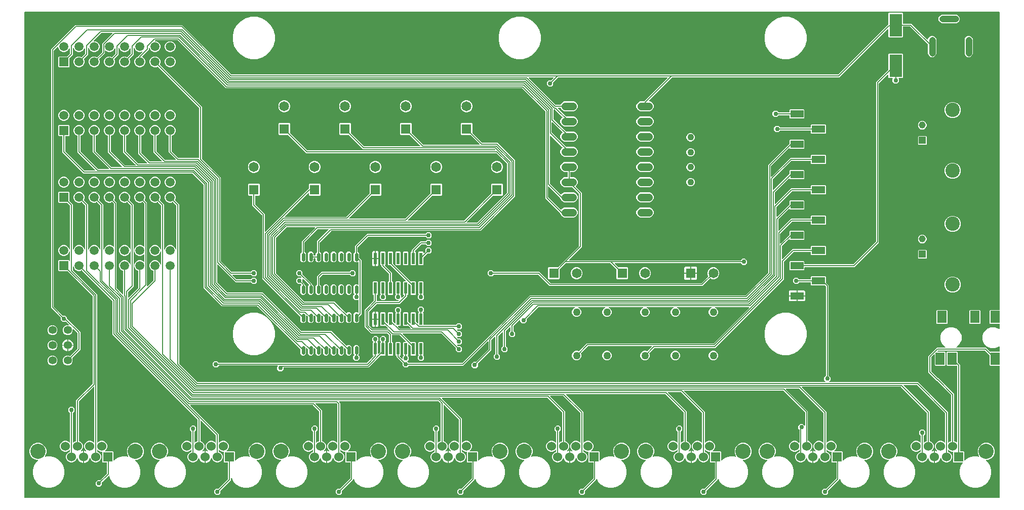
<source format=gbr>
G04 EAGLE Gerber RS-274X export*
G75*
%MOMM*%
%FSLAX34Y34*%
%LPD*%
%INTop Copper*%
%IPPOS*%
%AMOC8*
5,1,8,0,0,1.08239X$1,22.5*%
G01*
G04 Define Apertures*
%ADD10C,1.310000*%
%ADD11C,1.100000*%
%ADD12R,1.500000X1.500000*%
%ADD13C,1.500000*%
%ADD14R,1.150000X1.150000*%
%ADD15C,1.150000*%
%ADD16C,2.400000*%
%ADD17C,1.260000*%
%ADD18C,1.360000*%
%ADD19C,0.600000*%
%ADD20R,0.558800X1.981200*%
%ADD21R,1.650000X1.650000*%
%ADD22C,1.650000*%
%ADD23C,1.524000*%
%ADD24R,1.524000X1.524000*%
%ADD25C,2.540000*%
%ADD26R,1.500000X2.000000*%
%ADD27C,1.060000*%
%ADD28R,2.200000X1.270000*%
%ADD29R,2.115300X3.763600*%
%ADD30C,0.152400*%
%ADD31C,0.756400*%
G36*
X1576675Y157540D02*
X1576378Y157480D01*
X-52578Y157480D01*
X-52853Y157531D01*
X-53108Y157695D01*
X-53280Y157945D01*
X-53340Y158242D01*
X-53340Y970028D01*
X-53289Y970303D01*
X-53125Y970558D01*
X-52875Y970730D01*
X-52578Y970790D01*
X1576378Y970790D01*
X1576653Y970739D01*
X1576908Y970575D01*
X1577080Y970325D01*
X1577140Y970028D01*
X1577140Y472636D01*
X1577089Y472361D01*
X1576925Y472106D01*
X1576675Y471934D01*
X1576378Y471874D01*
X1561509Y471874D01*
X1560616Y470981D01*
X1560616Y449719D01*
X1561509Y448826D01*
X1576378Y448826D01*
X1576653Y448775D01*
X1576908Y448611D01*
X1577080Y448361D01*
X1577140Y448064D01*
X1577140Y440865D01*
X1577093Y440601D01*
X1576934Y440343D01*
X1576686Y440168D01*
X1576390Y440103D01*
X1576092Y440158D01*
X1575839Y440326D01*
X1575744Y440421D01*
X1569253Y443110D01*
X1562227Y443110D01*
X1555736Y440421D01*
X1550769Y435454D01*
X1548080Y428963D01*
X1548080Y421937D01*
X1550769Y415446D01*
X1555736Y410479D01*
X1562227Y407790D01*
X1569253Y407790D01*
X1575744Y410479D01*
X1575839Y410574D01*
X1576059Y410727D01*
X1576354Y410797D01*
X1576653Y410746D01*
X1576908Y410583D01*
X1577080Y410333D01*
X1577140Y410035D01*
X1577140Y402636D01*
X1577089Y402361D01*
X1576925Y402106D01*
X1576675Y401934D01*
X1576378Y401874D01*
X1561665Y401874D01*
X1561379Y401930D01*
X1561126Y402097D01*
X1554537Y408686D01*
X1505247Y408686D01*
X1504989Y408731D01*
X1504730Y408888D01*
X1504552Y409134D01*
X1504485Y409430D01*
X1504538Y409728D01*
X1504704Y409983D01*
X1504955Y410152D01*
X1505744Y410479D01*
X1510711Y415446D01*
X1513400Y421937D01*
X1513400Y428963D01*
X1510711Y435454D01*
X1505744Y440421D01*
X1499253Y443110D01*
X1492227Y443110D01*
X1485736Y440421D01*
X1480769Y435454D01*
X1478080Y428963D01*
X1478080Y421937D01*
X1480769Y415446D01*
X1485736Y410479D01*
X1486525Y410152D01*
X1486746Y410012D01*
X1486925Y409767D01*
X1486995Y409472D01*
X1486944Y409173D01*
X1486781Y408918D01*
X1486531Y408746D01*
X1486233Y408686D01*
X1472010Y408686D01*
X1458214Y394890D01*
X1458214Y367353D01*
X1472253Y353314D01*
X1472295Y353314D01*
X1472581Y353258D01*
X1472833Y353091D01*
X1496091Y329833D01*
X1496254Y329592D01*
X1496314Y329295D01*
X1496314Y253300D01*
X1496261Y253019D01*
X1496095Y252765D01*
X1495844Y252596D01*
X1493420Y251592D01*
X1492027Y250198D01*
X1491807Y250045D01*
X1491512Y249976D01*
X1491213Y250026D01*
X1490958Y250190D01*
X1490786Y250440D01*
X1490726Y250737D01*
X1490726Y300936D01*
X1440634Y351028D01*
X1292551Y351028D01*
X1292288Y351075D01*
X1292030Y351234D01*
X1291855Y351482D01*
X1291790Y351778D01*
X1291845Y352076D01*
X1292013Y352329D01*
X1294356Y354672D01*
X1294356Y359068D01*
X1291559Y361865D01*
X1291396Y362106D01*
X1291336Y362403D01*
X1291336Y513197D01*
X1286997Y517536D01*
X1286834Y517777D01*
X1286774Y518075D01*
X1286774Y527681D01*
X1285881Y528574D01*
X1262619Y528574D01*
X1261726Y527681D01*
X1261726Y523748D01*
X1261675Y523473D01*
X1261511Y523218D01*
X1261261Y523046D01*
X1260964Y522986D01*
X1242513Y522986D01*
X1242227Y523042D01*
X1241975Y523209D01*
X1239178Y526006D01*
X1234782Y526006D01*
X1231674Y522898D01*
X1231674Y518502D01*
X1234782Y515394D01*
X1239178Y515394D01*
X1241975Y518191D01*
X1242216Y518354D01*
X1242513Y518414D01*
X1260964Y518414D01*
X1261239Y518363D01*
X1261494Y518199D01*
X1261666Y517949D01*
X1261726Y517652D01*
X1261726Y513719D01*
X1262619Y512826D01*
X1284925Y512826D01*
X1285211Y512770D01*
X1285464Y512603D01*
X1286541Y511526D01*
X1286704Y511285D01*
X1286764Y510987D01*
X1286764Y362403D01*
X1286708Y362117D01*
X1286541Y361865D01*
X1283744Y359068D01*
X1283744Y354672D01*
X1286087Y352329D01*
X1286240Y352109D01*
X1286310Y351814D01*
X1286259Y351515D01*
X1286096Y351260D01*
X1285846Y351088D01*
X1285549Y351028D01*
X236721Y351028D01*
X236435Y351084D01*
X236182Y351251D01*
X205709Y381724D01*
X205546Y381965D01*
X205486Y382263D01*
X205486Y648647D01*
X198714Y655419D01*
X198553Y655655D01*
X198490Y655952D01*
X198548Y656250D01*
X199524Y658605D01*
X199524Y662195D01*
X198150Y665512D01*
X195612Y668050D01*
X192295Y669424D01*
X188705Y669424D01*
X185388Y668050D01*
X182850Y665512D01*
X181476Y662195D01*
X181476Y658605D01*
X182850Y655288D01*
X185388Y652750D01*
X188705Y651376D01*
X192295Y651376D01*
X194650Y652352D01*
X194930Y652410D01*
X195228Y652354D01*
X195481Y652186D01*
X200691Y646976D01*
X200854Y646735D01*
X200914Y646437D01*
X200914Y573770D01*
X200869Y573512D01*
X200712Y573253D01*
X200466Y573076D01*
X200170Y573008D01*
X199872Y573062D01*
X199618Y573227D01*
X199448Y573478D01*
X198150Y576612D01*
X195612Y579150D01*
X192295Y580524D01*
X188705Y580524D01*
X185388Y579150D01*
X182850Y576612D01*
X181552Y573478D01*
X181412Y573258D01*
X181167Y573078D01*
X180872Y573008D01*
X180573Y573059D01*
X180318Y573223D01*
X180146Y573473D01*
X180086Y573770D01*
X180086Y648647D01*
X173314Y655419D01*
X173153Y655655D01*
X173090Y655952D01*
X173148Y656250D01*
X174124Y658605D01*
X174124Y662195D01*
X172750Y665512D01*
X170212Y668050D01*
X166895Y669424D01*
X163305Y669424D01*
X159988Y668050D01*
X157450Y665512D01*
X156076Y662195D01*
X156076Y658605D01*
X157450Y655288D01*
X159988Y652750D01*
X163305Y651376D01*
X166895Y651376D01*
X169250Y652352D01*
X169530Y652410D01*
X169828Y652354D01*
X170081Y652186D01*
X175291Y646976D01*
X175454Y646735D01*
X175514Y646437D01*
X175514Y573770D01*
X175469Y573512D01*
X175312Y573253D01*
X175066Y573076D01*
X174770Y573008D01*
X174472Y573062D01*
X174218Y573227D01*
X174048Y573478D01*
X172750Y576612D01*
X170212Y579150D01*
X166895Y580524D01*
X163305Y580524D01*
X159988Y579150D01*
X157450Y576612D01*
X156076Y573295D01*
X156076Y569705D01*
X157450Y566388D01*
X159988Y563850D01*
X163305Y562476D01*
X166895Y562476D01*
X170212Y563850D01*
X172750Y566388D01*
X174048Y569522D01*
X174188Y569742D01*
X174433Y569922D01*
X174728Y569992D01*
X175027Y569941D01*
X175282Y569777D01*
X175454Y569527D01*
X175514Y569230D01*
X175514Y548370D01*
X175469Y548112D01*
X175312Y547853D01*
X175066Y547676D01*
X174770Y547608D01*
X174472Y547662D01*
X174218Y547827D01*
X174048Y548078D01*
X172750Y551212D01*
X170212Y553750D01*
X166895Y555124D01*
X163305Y555124D01*
X159988Y553750D01*
X157450Y551212D01*
X156076Y547895D01*
X156076Y544305D01*
X157450Y540988D01*
X159988Y538450D01*
X162344Y537474D01*
X162582Y537318D01*
X162754Y537067D01*
X162814Y536770D01*
X162814Y521963D01*
X162758Y521677D01*
X162591Y521424D01*
X153113Y511946D01*
X152893Y511793D01*
X152598Y511723D01*
X152299Y511774D01*
X152044Y511937D01*
X151872Y512187D01*
X151812Y512485D01*
X151812Y651521D01*
X147914Y655419D01*
X147753Y655655D01*
X147690Y655952D01*
X147748Y656250D01*
X148724Y658605D01*
X148724Y662195D01*
X147350Y665512D01*
X144812Y668050D01*
X141495Y669424D01*
X137905Y669424D01*
X134588Y668050D01*
X132050Y665512D01*
X130676Y662195D01*
X130676Y658605D01*
X132050Y655288D01*
X134588Y652750D01*
X137905Y651376D01*
X141495Y651376D01*
X143850Y652352D01*
X144130Y652410D01*
X144428Y652354D01*
X144681Y652186D01*
X147017Y649850D01*
X147180Y649609D01*
X147240Y649311D01*
X147240Y578561D01*
X147193Y578298D01*
X147034Y578040D01*
X146786Y577865D01*
X146490Y577800D01*
X146192Y577855D01*
X145939Y578023D01*
X144812Y579150D01*
X141495Y580524D01*
X137905Y580524D01*
X134588Y579150D01*
X132050Y576612D01*
X130676Y573295D01*
X130676Y569705D01*
X132050Y566388D01*
X134588Y563850D01*
X137905Y562476D01*
X141495Y562476D01*
X144812Y563850D01*
X145939Y564977D01*
X146159Y565130D01*
X146454Y565200D01*
X146753Y565149D01*
X147008Y564986D01*
X147180Y564736D01*
X147240Y564439D01*
X147240Y553161D01*
X147193Y552898D01*
X147034Y552640D01*
X146786Y552465D01*
X146490Y552400D01*
X146192Y552455D01*
X145939Y552623D01*
X144812Y553750D01*
X141495Y555124D01*
X137905Y555124D01*
X134588Y553750D01*
X132050Y551212D01*
X130676Y547895D01*
X130676Y544305D01*
X132050Y540988D01*
X134588Y538450D01*
X136944Y537474D01*
X137182Y537318D01*
X137354Y537067D01*
X137414Y536770D01*
X137414Y509263D01*
X137358Y508977D01*
X137191Y508724D01*
X121443Y492976D01*
X121223Y492823D01*
X120928Y492753D01*
X120629Y492804D01*
X120374Y492967D01*
X120202Y493217D01*
X120142Y493515D01*
X120142Y501904D01*
X120198Y502190D01*
X120365Y502443D01*
X129112Y511190D01*
X129112Y648821D01*
X122514Y655419D01*
X122353Y655655D01*
X122290Y655952D01*
X122348Y656250D01*
X123324Y658605D01*
X123324Y662195D01*
X121950Y665512D01*
X119412Y668050D01*
X116095Y669424D01*
X112505Y669424D01*
X109188Y668050D01*
X106650Y665512D01*
X105276Y662195D01*
X105276Y658605D01*
X106650Y655288D01*
X109188Y652750D01*
X112505Y651376D01*
X116095Y651376D01*
X118450Y652352D01*
X118730Y652410D01*
X119028Y652354D01*
X119281Y652186D01*
X124317Y647150D01*
X124480Y646909D01*
X124540Y646611D01*
X124540Y574190D01*
X124495Y573933D01*
X124338Y573673D01*
X124092Y573496D01*
X123796Y573428D01*
X123498Y573482D01*
X123244Y573647D01*
X123074Y573899D01*
X121950Y576612D01*
X119412Y579150D01*
X116095Y580524D01*
X112505Y580524D01*
X109188Y579150D01*
X106650Y576612D01*
X105276Y573295D01*
X105276Y569705D01*
X106650Y566388D01*
X109188Y563850D01*
X112505Y562476D01*
X116095Y562476D01*
X119412Y563850D01*
X121950Y566388D01*
X123074Y569101D01*
X123214Y569322D01*
X123459Y569502D01*
X123754Y569572D01*
X124053Y569521D01*
X124308Y569357D01*
X124480Y569107D01*
X124540Y568810D01*
X124540Y548790D01*
X124495Y548533D01*
X124338Y548273D01*
X124092Y548096D01*
X123796Y548028D01*
X123498Y548082D01*
X123244Y548247D01*
X123074Y548499D01*
X121950Y551212D01*
X119412Y553750D01*
X116095Y555124D01*
X112505Y555124D01*
X109188Y553750D01*
X106650Y551212D01*
X105276Y547895D01*
X105276Y544305D01*
X106650Y540988D01*
X109188Y538450D01*
X111544Y537474D01*
X111782Y537318D01*
X111954Y537067D01*
X112014Y536770D01*
X112014Y498811D01*
X111967Y498548D01*
X111808Y498290D01*
X111560Y498115D01*
X111264Y498049D01*
X110966Y498105D01*
X110713Y498273D01*
X101235Y507751D01*
X101072Y507992D01*
X101012Y508289D01*
X101012Y651521D01*
X97114Y655419D01*
X96953Y655655D01*
X96890Y655952D01*
X96948Y656250D01*
X97924Y658605D01*
X97924Y662195D01*
X96550Y665512D01*
X94012Y668050D01*
X90695Y669424D01*
X87105Y669424D01*
X83788Y668050D01*
X81250Y665512D01*
X79876Y662195D01*
X79876Y658605D01*
X81250Y655288D01*
X83788Y652750D01*
X87105Y651376D01*
X90695Y651376D01*
X93050Y652352D01*
X93330Y652410D01*
X93628Y652354D01*
X93881Y652186D01*
X96217Y649850D01*
X96380Y649609D01*
X96440Y649311D01*
X96440Y578561D01*
X96393Y578298D01*
X96234Y578040D01*
X95986Y577865D01*
X95690Y577800D01*
X95392Y577855D01*
X95139Y578023D01*
X94012Y579150D01*
X90695Y580524D01*
X87105Y580524D01*
X83788Y579150D01*
X81250Y576612D01*
X79952Y573478D01*
X79812Y573258D01*
X79567Y573078D01*
X79272Y573008D01*
X78973Y573059D01*
X78718Y573223D01*
X78546Y573473D01*
X78486Y573770D01*
X78486Y648647D01*
X71714Y655419D01*
X71553Y655655D01*
X71490Y655952D01*
X71548Y656250D01*
X72524Y658605D01*
X72524Y662195D01*
X71150Y665512D01*
X68612Y668050D01*
X65295Y669424D01*
X61705Y669424D01*
X58388Y668050D01*
X55850Y665512D01*
X54476Y662195D01*
X54476Y658605D01*
X55850Y655288D01*
X58388Y652750D01*
X61705Y651376D01*
X65295Y651376D01*
X67650Y652352D01*
X67930Y652410D01*
X68228Y652354D01*
X68481Y652186D01*
X73691Y646976D01*
X73854Y646735D01*
X73914Y646437D01*
X73914Y573770D01*
X73869Y573512D01*
X73712Y573253D01*
X73466Y573076D01*
X73170Y573008D01*
X72872Y573062D01*
X72618Y573227D01*
X72448Y573478D01*
X71150Y576612D01*
X68612Y579150D01*
X65295Y580524D01*
X61705Y580524D01*
X58388Y579150D01*
X55850Y576612D01*
X54552Y573478D01*
X54412Y573258D01*
X54167Y573078D01*
X53872Y573008D01*
X53573Y573059D01*
X53318Y573223D01*
X53146Y573473D01*
X53086Y573770D01*
X53086Y648647D01*
X46314Y655419D01*
X46153Y655655D01*
X46090Y655952D01*
X46148Y656250D01*
X47124Y658605D01*
X47124Y662195D01*
X45750Y665512D01*
X43212Y668050D01*
X39895Y669424D01*
X36305Y669424D01*
X32988Y668050D01*
X30450Y665512D01*
X29076Y662195D01*
X29076Y658605D01*
X30450Y655288D01*
X32988Y652750D01*
X36305Y651376D01*
X39895Y651376D01*
X42250Y652352D01*
X42530Y652410D01*
X42828Y652354D01*
X43081Y652186D01*
X48291Y646976D01*
X48454Y646735D01*
X48514Y646437D01*
X48514Y573770D01*
X48469Y573512D01*
X48312Y573253D01*
X48066Y573076D01*
X47770Y573008D01*
X47472Y573062D01*
X47218Y573227D01*
X47048Y573478D01*
X45750Y576612D01*
X43212Y579150D01*
X39895Y580524D01*
X36305Y580524D01*
X32988Y579150D01*
X30450Y576612D01*
X29152Y573478D01*
X29012Y573258D01*
X28767Y573078D01*
X28472Y573008D01*
X28173Y573059D01*
X27918Y573223D01*
X27746Y573473D01*
X27686Y573770D01*
X27686Y648647D01*
X21947Y654386D01*
X21784Y654627D01*
X21724Y654925D01*
X21724Y668531D01*
X20831Y669424D01*
X4569Y669424D01*
X3676Y668531D01*
X3676Y652269D01*
X4569Y651376D01*
X18175Y651376D01*
X18461Y651320D01*
X18714Y651153D01*
X22891Y646976D01*
X23054Y646735D01*
X23114Y646437D01*
X23114Y573770D01*
X23069Y573512D01*
X22912Y573253D01*
X22666Y573076D01*
X22370Y573008D01*
X22072Y573062D01*
X21818Y573227D01*
X21648Y573478D01*
X20350Y576612D01*
X17812Y579150D01*
X14495Y580524D01*
X10905Y580524D01*
X7588Y579150D01*
X5050Y576612D01*
X3676Y573295D01*
X3676Y569705D01*
X5050Y566388D01*
X7588Y563850D01*
X10905Y562476D01*
X14495Y562476D01*
X17812Y563850D01*
X20350Y566388D01*
X21648Y569522D01*
X21788Y569742D01*
X22033Y569922D01*
X22328Y569992D01*
X22627Y569941D01*
X22882Y569777D01*
X23054Y569527D01*
X23114Y569230D01*
X23114Y554681D01*
X23067Y554418D01*
X22908Y554160D01*
X22660Y553984D01*
X22364Y553919D01*
X22066Y553975D01*
X21813Y554142D01*
X20831Y555124D01*
X4569Y555124D01*
X3676Y554231D01*
X3676Y537969D01*
X4569Y537076D01*
X18175Y537076D01*
X18461Y537020D01*
X18714Y536853D01*
X60483Y495084D01*
X60646Y494843D01*
X60706Y494545D01*
X60706Y348735D01*
X60650Y348449D01*
X60483Y348196D01*
X33274Y320987D01*
X33274Y253300D01*
X33221Y253019D01*
X33055Y252765D01*
X32804Y252596D01*
X30380Y251592D01*
X28987Y250198D01*
X28767Y250045D01*
X28472Y249976D01*
X28173Y250026D01*
X27918Y250190D01*
X27746Y250440D01*
X27686Y250737D01*
X27686Y299267D01*
X27742Y299553D01*
X27909Y299805D01*
X30706Y302602D01*
X30706Y306998D01*
X27598Y310106D01*
X23202Y310106D01*
X20094Y306998D01*
X20094Y302602D01*
X22891Y299805D01*
X23054Y299564D01*
X23114Y299267D01*
X23114Y250737D01*
X23067Y250474D01*
X22908Y250216D01*
X22660Y250040D01*
X22364Y249975D01*
X22066Y250031D01*
X21813Y250198D01*
X20420Y251592D01*
X17059Y252984D01*
X13421Y252984D01*
X10060Y251592D01*
X7488Y249020D01*
X6096Y245659D01*
X6096Y242021D01*
X7488Y238660D01*
X10060Y236088D01*
X13421Y234696D01*
X17059Y234696D01*
X20420Y236088D01*
X21813Y237482D01*
X22033Y237635D01*
X22328Y237704D01*
X22627Y237654D01*
X22882Y237490D01*
X23054Y237240D01*
X23114Y236943D01*
X23114Y235520D01*
X23061Y235239D01*
X22895Y234985D01*
X22644Y234816D01*
X20220Y233812D01*
X17648Y231240D01*
X16256Y227879D01*
X16256Y224241D01*
X17648Y220880D01*
X20220Y218308D01*
X23581Y216916D01*
X27219Y216916D01*
X30580Y218308D01*
X33152Y220880D01*
X34306Y223667D01*
X34450Y223892D01*
X34696Y224070D01*
X34992Y224137D01*
X35291Y224084D01*
X35545Y223918D01*
X35714Y223667D01*
X37107Y220305D01*
X39965Y217447D01*
X43699Y215900D01*
X44958Y215900D01*
X44958Y236220D01*
X43699Y236220D01*
X42412Y235687D01*
X42156Y235630D01*
X41857Y235676D01*
X41599Y235835D01*
X41423Y236082D01*
X41358Y236379D01*
X41414Y236677D01*
X41581Y236930D01*
X43312Y238660D01*
X44704Y242021D01*
X44704Y245659D01*
X43312Y249020D01*
X40740Y251592D01*
X38316Y252596D01*
X38078Y252752D01*
X37906Y253002D01*
X37846Y253300D01*
X37846Y318777D01*
X37902Y319063D01*
X38069Y319316D01*
X62453Y343700D01*
X62673Y343853D01*
X62968Y343923D01*
X63267Y343872D01*
X63522Y343709D01*
X63694Y343459D01*
X63754Y343161D01*
X63754Y250737D01*
X63707Y250474D01*
X63548Y250216D01*
X63300Y250040D01*
X63004Y249975D01*
X62706Y250031D01*
X62453Y250198D01*
X61060Y251592D01*
X57699Y252984D01*
X54061Y252984D01*
X50700Y251592D01*
X48128Y249020D01*
X46736Y245659D01*
X46736Y242021D01*
X48128Y238660D01*
X49859Y236930D01*
X50009Y236716D01*
X50082Y236421D01*
X50033Y236122D01*
X49872Y235865D01*
X49623Y235691D01*
X49326Y235629D01*
X49029Y235687D01*
X47741Y236220D01*
X46482Y236220D01*
X46482Y215900D01*
X47741Y215900D01*
X51475Y217447D01*
X54333Y220305D01*
X55726Y223667D01*
X55870Y223892D01*
X56116Y224070D01*
X56412Y224137D01*
X56710Y224084D01*
X56964Y223918D01*
X57134Y223667D01*
X58288Y220880D01*
X60860Y218308D01*
X64221Y216916D01*
X67859Y216916D01*
X71220Y218308D01*
X73792Y220880D01*
X75184Y224241D01*
X75184Y227879D01*
X73792Y231240D01*
X71220Y233812D01*
X68796Y234816D01*
X68558Y234972D01*
X68386Y235222D01*
X68326Y235520D01*
X68326Y236943D01*
X68373Y237206D01*
X68532Y237464D01*
X68780Y237640D01*
X69076Y237705D01*
X69374Y237649D01*
X69627Y237482D01*
X71020Y236088D01*
X74381Y234696D01*
X76454Y234696D01*
X76729Y234645D01*
X76984Y234481D01*
X77156Y234231D01*
X77216Y233934D01*
X77216Y217809D01*
X78109Y216916D01*
X83947Y216916D01*
X84222Y216865D01*
X84477Y216701D01*
X84649Y216451D01*
X84709Y216154D01*
X84709Y198748D01*
X84653Y198462D01*
X84486Y198209D01*
X73416Y187139D01*
X73175Y186976D01*
X72877Y186916D01*
X68922Y186916D01*
X65814Y183808D01*
X65814Y179412D01*
X68922Y176304D01*
X73318Y176304D01*
X76426Y179412D01*
X76426Y183367D01*
X76482Y183653D01*
X76649Y183906D01*
X87591Y194848D01*
X87909Y195039D01*
X88211Y195067D01*
X88500Y194975D01*
X88731Y194778D01*
X88866Y194507D01*
X89923Y190563D01*
X93367Y184597D01*
X98237Y179727D01*
X104203Y176283D01*
X110856Y174500D01*
X117744Y174500D01*
X124397Y176283D01*
X130363Y179727D01*
X135233Y184597D01*
X138677Y190563D01*
X140460Y197216D01*
X140460Y204104D01*
X138677Y210757D01*
X135233Y216723D01*
X132231Y219725D01*
X132078Y219945D01*
X132008Y220240D01*
X132059Y220539D01*
X132222Y220794D01*
X132472Y220966D01*
X132769Y221026D01*
X135129Y221026D01*
X140357Y223191D01*
X144359Y227193D01*
X146524Y232421D01*
X146524Y238079D01*
X144359Y243307D01*
X140357Y247309D01*
X135129Y249474D01*
X129471Y249474D01*
X124243Y247309D01*
X120241Y243307D01*
X118076Y238079D01*
X118076Y232421D01*
X120136Y227448D01*
X120183Y227286D01*
X120174Y226983D01*
X120047Y226707D01*
X119823Y226503D01*
X119537Y226402D01*
X119234Y226421D01*
X117744Y226820D01*
X110856Y226820D01*
X104203Y225037D01*
X98237Y221593D01*
X96805Y220161D01*
X96585Y220008D01*
X96290Y219938D01*
X95991Y219989D01*
X95736Y220152D01*
X95564Y220402D01*
X95504Y220699D01*
X95504Y234311D01*
X94611Y235204D01*
X82335Y235204D01*
X82072Y235251D01*
X81814Y235410D01*
X81638Y235658D01*
X81573Y235954D01*
X81629Y236252D01*
X81796Y236505D01*
X83952Y238660D01*
X85344Y242021D01*
X85344Y245659D01*
X83952Y249020D01*
X81380Y251592D01*
X78019Y252984D01*
X74381Y252984D01*
X71020Y251592D01*
X69627Y250198D01*
X69407Y250045D01*
X69112Y249976D01*
X68813Y250026D01*
X68558Y250190D01*
X68386Y250440D01*
X68326Y250737D01*
X68326Y498017D01*
X27909Y538434D01*
X27746Y538676D01*
X27686Y538973D01*
X27686Y543830D01*
X27731Y544088D01*
X27888Y544347D01*
X28134Y544524D01*
X28430Y544592D01*
X28728Y544539D01*
X28983Y544373D01*
X29152Y544122D01*
X30450Y540988D01*
X32988Y538450D01*
X36305Y537076D01*
X39895Y537076D01*
X42250Y538052D01*
X42530Y538110D01*
X42828Y538054D01*
X43081Y537886D01*
X94011Y486956D01*
X94174Y486715D01*
X94234Y486417D01*
X94234Y430696D01*
X236251Y288679D01*
X236414Y288437D01*
X236474Y288140D01*
X236474Y253300D01*
X236421Y253019D01*
X236255Y252765D01*
X236004Y252596D01*
X233580Y251592D01*
X232187Y250198D01*
X231967Y250045D01*
X231672Y249976D01*
X231373Y250026D01*
X231118Y250190D01*
X230946Y250440D01*
X230886Y250737D01*
X230886Y267517D01*
X230942Y267803D01*
X231109Y268055D01*
X233906Y270852D01*
X233906Y275248D01*
X230798Y278356D01*
X226402Y278356D01*
X223294Y275248D01*
X223294Y270852D01*
X226091Y268055D01*
X226254Y267814D01*
X226314Y267517D01*
X226314Y250737D01*
X226267Y250474D01*
X226108Y250216D01*
X225860Y250040D01*
X225564Y249975D01*
X225266Y250031D01*
X225013Y250198D01*
X223620Y251592D01*
X220259Y252984D01*
X216621Y252984D01*
X213260Y251592D01*
X210688Y249020D01*
X209296Y245659D01*
X209296Y242021D01*
X210688Y238660D01*
X213260Y236088D01*
X216621Y234696D01*
X220259Y234696D01*
X223620Y236088D01*
X225013Y237482D01*
X225233Y237635D01*
X225528Y237704D01*
X225827Y237654D01*
X226082Y237490D01*
X226254Y237240D01*
X226314Y236943D01*
X226314Y235520D01*
X226261Y235239D01*
X226095Y234985D01*
X225844Y234816D01*
X223420Y233812D01*
X220848Y231240D01*
X219456Y227879D01*
X219456Y224241D01*
X220848Y220880D01*
X223420Y218308D01*
X226781Y216916D01*
X230419Y216916D01*
X233780Y218308D01*
X236352Y220880D01*
X237506Y223667D01*
X237650Y223892D01*
X237896Y224070D01*
X238192Y224137D01*
X238491Y224084D01*
X238745Y223918D01*
X238914Y223667D01*
X240307Y220305D01*
X243165Y217447D01*
X246899Y215900D01*
X248158Y215900D01*
X248158Y236220D01*
X246899Y236220D01*
X245612Y235687D01*
X245356Y235630D01*
X245057Y235676D01*
X244799Y235835D01*
X244623Y236082D01*
X244558Y236379D01*
X244614Y236677D01*
X244781Y236930D01*
X246512Y238660D01*
X247904Y242021D01*
X247904Y245659D01*
X246512Y249020D01*
X243940Y251592D01*
X241516Y252596D01*
X241278Y252752D01*
X241106Y253002D01*
X241046Y253300D01*
X241046Y286355D01*
X241093Y286618D01*
X241252Y286876D01*
X241500Y287052D01*
X241796Y287117D01*
X242094Y287061D01*
X242347Y286894D01*
X266731Y262510D01*
X266894Y262268D01*
X266954Y261971D01*
X266954Y250737D01*
X266907Y250474D01*
X266748Y250216D01*
X266500Y250040D01*
X266204Y249975D01*
X265906Y250031D01*
X265653Y250198D01*
X264260Y251592D01*
X260899Y252984D01*
X257261Y252984D01*
X253900Y251592D01*
X251328Y249020D01*
X249936Y245659D01*
X249936Y242021D01*
X251328Y238660D01*
X253059Y236930D01*
X253209Y236716D01*
X253282Y236421D01*
X253233Y236122D01*
X253072Y235865D01*
X252823Y235691D01*
X252526Y235629D01*
X252229Y235687D01*
X250941Y236220D01*
X249682Y236220D01*
X249682Y215900D01*
X250941Y215900D01*
X254675Y217447D01*
X257533Y220305D01*
X258926Y223667D01*
X259070Y223892D01*
X259316Y224070D01*
X259612Y224137D01*
X259910Y224084D01*
X260164Y223918D01*
X260334Y223667D01*
X261488Y220880D01*
X264060Y218308D01*
X267421Y216916D01*
X271059Y216916D01*
X274420Y218308D01*
X276992Y220880D01*
X278384Y224241D01*
X278384Y227879D01*
X276992Y231240D01*
X274420Y233812D01*
X271996Y234816D01*
X271758Y234972D01*
X271586Y235222D01*
X271526Y235520D01*
X271526Y236943D01*
X271573Y237206D01*
X271732Y237464D01*
X271980Y237640D01*
X272276Y237705D01*
X272574Y237649D01*
X272827Y237482D01*
X274220Y236088D01*
X277581Y234696D01*
X279654Y234696D01*
X279929Y234645D01*
X280184Y234481D01*
X280356Y234231D01*
X280416Y233934D01*
X280416Y217809D01*
X281309Y216916D01*
X286512Y216916D01*
X286787Y216865D01*
X287042Y216701D01*
X287214Y216451D01*
X287274Y216154D01*
X287274Y189223D01*
X287218Y188937D01*
X287051Y188684D01*
X271536Y173169D01*
X271295Y173006D01*
X270997Y172946D01*
X267042Y172946D01*
X263934Y169838D01*
X263934Y165442D01*
X267042Y162334D01*
X271438Y162334D01*
X274546Y165442D01*
X274546Y169397D01*
X274602Y169683D01*
X274769Y169936D01*
X291846Y187013D01*
X291846Y189930D01*
X291863Y190092D01*
X291985Y190370D01*
X292206Y190578D01*
X292491Y190683D01*
X292793Y190669D01*
X293067Y190538D01*
X293268Y190311D01*
X296567Y184597D01*
X301437Y179727D01*
X307403Y176283D01*
X314056Y174500D01*
X320944Y174500D01*
X327597Y176283D01*
X333563Y179727D01*
X338433Y184597D01*
X341877Y190563D01*
X343660Y197216D01*
X343660Y204104D01*
X341877Y210757D01*
X338433Y216723D01*
X335431Y219725D01*
X335278Y219945D01*
X335208Y220240D01*
X335259Y220539D01*
X335422Y220794D01*
X335672Y220966D01*
X335969Y221026D01*
X338329Y221026D01*
X343557Y223191D01*
X347559Y227193D01*
X349724Y232421D01*
X349724Y238079D01*
X347559Y243307D01*
X343557Y247309D01*
X338329Y249474D01*
X332671Y249474D01*
X327443Y247309D01*
X323441Y243307D01*
X321276Y238079D01*
X321276Y232421D01*
X323336Y227448D01*
X323383Y227286D01*
X323374Y226983D01*
X323247Y226707D01*
X323023Y226503D01*
X322737Y226402D01*
X322434Y226421D01*
X320944Y226820D01*
X314056Y226820D01*
X307403Y225037D01*
X301437Y221593D01*
X300005Y220161D01*
X299785Y220008D01*
X299490Y219938D01*
X299191Y219989D01*
X298936Y220152D01*
X298764Y220402D01*
X298704Y220699D01*
X298704Y234311D01*
X297811Y235204D01*
X285535Y235204D01*
X285272Y235251D01*
X285014Y235410D01*
X284838Y235658D01*
X284773Y235954D01*
X284829Y236252D01*
X284996Y236505D01*
X287152Y238660D01*
X288544Y242021D01*
X288544Y245659D01*
X287152Y249020D01*
X284580Y251592D01*
X281219Y252984D01*
X277581Y252984D01*
X274220Y251592D01*
X272827Y250198D01*
X272607Y250045D01*
X272312Y249976D01*
X272013Y250026D01*
X271758Y250190D01*
X271586Y250440D01*
X271526Y250737D01*
X271526Y264180D01*
X224079Y311627D01*
X223926Y311847D01*
X223856Y312142D01*
X223907Y312441D01*
X224070Y312696D01*
X224321Y312868D01*
X224618Y312928D01*
X428705Y312928D01*
X428991Y312872D01*
X429244Y312705D01*
X439451Y302498D01*
X439614Y302256D01*
X439674Y301959D01*
X439674Y253300D01*
X439621Y253019D01*
X439455Y252765D01*
X439204Y252596D01*
X436780Y251592D01*
X435387Y250198D01*
X435167Y250045D01*
X434872Y249976D01*
X434573Y250026D01*
X434318Y250190D01*
X434146Y250440D01*
X434086Y250737D01*
X434086Y267517D01*
X434142Y267803D01*
X434309Y268055D01*
X437106Y270852D01*
X437106Y275248D01*
X433998Y278356D01*
X429602Y278356D01*
X426494Y275248D01*
X426494Y270852D01*
X429291Y268055D01*
X429454Y267814D01*
X429514Y267517D01*
X429514Y250737D01*
X429467Y250474D01*
X429308Y250216D01*
X429060Y250040D01*
X428764Y249975D01*
X428466Y250031D01*
X428213Y250198D01*
X426820Y251592D01*
X423459Y252984D01*
X419821Y252984D01*
X416460Y251592D01*
X413888Y249020D01*
X412496Y245659D01*
X412496Y242021D01*
X413888Y238660D01*
X416460Y236088D01*
X419821Y234696D01*
X423459Y234696D01*
X426820Y236088D01*
X428213Y237482D01*
X428433Y237635D01*
X428728Y237704D01*
X429027Y237654D01*
X429282Y237490D01*
X429454Y237240D01*
X429514Y236943D01*
X429514Y235520D01*
X429461Y235239D01*
X429295Y234985D01*
X429044Y234816D01*
X426620Y233812D01*
X424048Y231240D01*
X422656Y227879D01*
X422656Y224241D01*
X424048Y220880D01*
X426620Y218308D01*
X429981Y216916D01*
X433619Y216916D01*
X436980Y218308D01*
X439552Y220880D01*
X440706Y223667D01*
X440850Y223892D01*
X441096Y224070D01*
X441392Y224137D01*
X441691Y224084D01*
X441945Y223918D01*
X442114Y223667D01*
X443507Y220305D01*
X446365Y217447D01*
X450099Y215900D01*
X451358Y215900D01*
X451358Y236220D01*
X450099Y236220D01*
X448812Y235687D01*
X448556Y235630D01*
X448257Y235676D01*
X447999Y235835D01*
X447823Y236082D01*
X447758Y236379D01*
X447814Y236677D01*
X447981Y236930D01*
X449712Y238660D01*
X451104Y242021D01*
X451104Y245659D01*
X449712Y249020D01*
X447140Y251592D01*
X444716Y252596D01*
X444478Y252752D01*
X444306Y253002D01*
X444246Y253300D01*
X444246Y304168D01*
X433739Y314675D01*
X433586Y314895D01*
X433516Y315190D01*
X433567Y315489D01*
X433731Y315744D01*
X433981Y315916D01*
X434278Y315976D01*
X468068Y315976D01*
X468354Y315920D01*
X468606Y315753D01*
X469931Y314428D01*
X470094Y314187D01*
X470154Y313890D01*
X470154Y250737D01*
X470107Y250474D01*
X469948Y250216D01*
X469700Y250040D01*
X469404Y249975D01*
X469106Y250031D01*
X468853Y250198D01*
X467460Y251592D01*
X464099Y252984D01*
X460461Y252984D01*
X457100Y251592D01*
X454528Y249020D01*
X453136Y245659D01*
X453136Y242021D01*
X454528Y238660D01*
X456259Y236930D01*
X456409Y236716D01*
X456482Y236421D01*
X456433Y236122D01*
X456272Y235865D01*
X456023Y235691D01*
X455726Y235629D01*
X455429Y235687D01*
X454141Y236220D01*
X452882Y236220D01*
X452882Y215900D01*
X454141Y215900D01*
X457875Y217447D01*
X460733Y220305D01*
X462126Y223667D01*
X462270Y223892D01*
X462516Y224070D01*
X462812Y224137D01*
X463110Y224084D01*
X463364Y223918D01*
X463534Y223667D01*
X464688Y220880D01*
X467260Y218308D01*
X470621Y216916D01*
X474259Y216916D01*
X477620Y218308D01*
X480192Y220880D01*
X481584Y224241D01*
X481584Y227879D01*
X480192Y231240D01*
X477620Y233812D01*
X475196Y234816D01*
X474958Y234972D01*
X474786Y235222D01*
X474726Y235520D01*
X474726Y236943D01*
X474773Y237206D01*
X474932Y237464D01*
X475180Y237640D01*
X475476Y237705D01*
X475774Y237649D01*
X476027Y237482D01*
X477420Y236088D01*
X480781Y234696D01*
X482854Y234696D01*
X483129Y234645D01*
X483384Y234481D01*
X483556Y234231D01*
X483616Y233934D01*
X483616Y217809D01*
X484509Y216916D01*
X490730Y216916D01*
X491005Y216865D01*
X491260Y216701D01*
X491432Y216451D01*
X491492Y216154D01*
X491492Y190213D01*
X491436Y189927D01*
X491269Y189674D01*
X474736Y173141D01*
X474495Y172978D01*
X474197Y172918D01*
X470242Y172918D01*
X467134Y169810D01*
X467134Y165414D01*
X470242Y162306D01*
X474638Y162306D01*
X477746Y165414D01*
X477746Y169369D01*
X477802Y169655D01*
X477969Y169908D01*
X496064Y188003D01*
X496064Y188167D01*
X496081Y188329D01*
X496203Y188606D01*
X496424Y188814D01*
X496709Y188920D01*
X497011Y188906D01*
X497285Y188775D01*
X497486Y188548D01*
X499767Y184597D01*
X504637Y179727D01*
X510603Y176283D01*
X517256Y174500D01*
X524144Y174500D01*
X530797Y176283D01*
X536763Y179727D01*
X541633Y184597D01*
X545077Y190563D01*
X546860Y197216D01*
X546860Y204104D01*
X545077Y210757D01*
X541633Y216723D01*
X538631Y219725D01*
X538478Y219945D01*
X538408Y220240D01*
X538459Y220539D01*
X538622Y220794D01*
X538872Y220966D01*
X539169Y221026D01*
X541529Y221026D01*
X546757Y223191D01*
X550759Y227193D01*
X552924Y232421D01*
X552924Y238079D01*
X550759Y243307D01*
X546757Y247309D01*
X541529Y249474D01*
X535871Y249474D01*
X530643Y247309D01*
X526641Y243307D01*
X524476Y238079D01*
X524476Y232421D01*
X526536Y227448D01*
X526583Y227286D01*
X526574Y226983D01*
X526447Y226707D01*
X526223Y226503D01*
X525937Y226402D01*
X525634Y226421D01*
X524144Y226820D01*
X517256Y226820D01*
X510603Y225037D01*
X504637Y221593D01*
X503205Y220161D01*
X502985Y220008D01*
X502690Y219938D01*
X502391Y219989D01*
X502136Y220152D01*
X501964Y220402D01*
X501904Y220699D01*
X501904Y234311D01*
X501011Y235204D01*
X488735Y235204D01*
X488472Y235251D01*
X488214Y235410D01*
X488038Y235658D01*
X487973Y235954D01*
X488029Y236252D01*
X488196Y236505D01*
X490352Y238660D01*
X491744Y242021D01*
X491744Y245659D01*
X490352Y249020D01*
X487780Y251592D01*
X484419Y252984D01*
X480781Y252984D01*
X477420Y251592D01*
X476027Y250198D01*
X475807Y250045D01*
X475512Y249976D01*
X475213Y250026D01*
X474958Y250190D01*
X474786Y250440D01*
X474726Y250737D01*
X474726Y316099D01*
X473102Y317723D01*
X472949Y317943D01*
X472879Y318238D01*
X472930Y318537D01*
X473093Y318792D01*
X473343Y318964D01*
X473641Y319024D01*
X638509Y319024D01*
X638795Y318968D01*
X639048Y318801D01*
X642651Y315198D01*
X642814Y314956D01*
X642874Y314659D01*
X642874Y253300D01*
X642821Y253019D01*
X642655Y252765D01*
X642404Y252596D01*
X639980Y251592D01*
X638587Y250198D01*
X638367Y250045D01*
X638072Y249976D01*
X637773Y250026D01*
X637518Y250190D01*
X637346Y250440D01*
X637286Y250737D01*
X637286Y267517D01*
X637342Y267803D01*
X637509Y268055D01*
X640306Y270852D01*
X640306Y275248D01*
X637198Y278356D01*
X632802Y278356D01*
X629694Y275248D01*
X629694Y270852D01*
X632491Y268055D01*
X632654Y267814D01*
X632714Y267517D01*
X632714Y250737D01*
X632667Y250474D01*
X632508Y250216D01*
X632260Y250040D01*
X631964Y249975D01*
X631666Y250031D01*
X631413Y250198D01*
X630020Y251592D01*
X626659Y252984D01*
X623021Y252984D01*
X619660Y251592D01*
X617088Y249020D01*
X615696Y245659D01*
X615696Y242021D01*
X617088Y238660D01*
X619660Y236088D01*
X623021Y234696D01*
X626659Y234696D01*
X630020Y236088D01*
X631413Y237482D01*
X631633Y237635D01*
X631928Y237704D01*
X632227Y237654D01*
X632482Y237490D01*
X632654Y237240D01*
X632714Y236943D01*
X632714Y235520D01*
X632661Y235239D01*
X632495Y234985D01*
X632244Y234816D01*
X629820Y233812D01*
X627248Y231240D01*
X625856Y227879D01*
X625856Y224241D01*
X627248Y220880D01*
X629820Y218308D01*
X633181Y216916D01*
X636819Y216916D01*
X640180Y218308D01*
X642752Y220880D01*
X643906Y223667D01*
X644050Y223892D01*
X644296Y224070D01*
X644592Y224137D01*
X644891Y224084D01*
X645145Y223918D01*
X645314Y223667D01*
X646707Y220305D01*
X649565Y217447D01*
X653299Y215900D01*
X654558Y215900D01*
X654558Y236220D01*
X653299Y236220D01*
X652012Y235687D01*
X651756Y235630D01*
X651457Y235676D01*
X651199Y235835D01*
X651023Y236082D01*
X650958Y236379D01*
X651014Y236677D01*
X651181Y236930D01*
X652912Y238660D01*
X654304Y242021D01*
X654304Y245659D01*
X652912Y249020D01*
X650340Y251592D01*
X647916Y252596D01*
X647678Y252752D01*
X647506Y253002D01*
X647446Y253300D01*
X647446Y312874D01*
X647493Y313137D01*
X647652Y313395D01*
X647900Y313570D01*
X648196Y313635D01*
X648494Y313580D01*
X648747Y313412D01*
X673131Y289028D01*
X673294Y288787D01*
X673354Y288490D01*
X673354Y250737D01*
X673307Y250474D01*
X673148Y250216D01*
X672900Y250040D01*
X672604Y249975D01*
X672306Y250031D01*
X672053Y250198D01*
X670660Y251592D01*
X667299Y252984D01*
X663661Y252984D01*
X660300Y251592D01*
X657728Y249020D01*
X656336Y245659D01*
X656336Y242021D01*
X657728Y238660D01*
X659459Y236930D01*
X659609Y236716D01*
X659682Y236421D01*
X659633Y236122D01*
X659472Y235865D01*
X659223Y235691D01*
X658926Y235629D01*
X658629Y235687D01*
X657341Y236220D01*
X656082Y236220D01*
X656082Y215900D01*
X657341Y215900D01*
X661075Y217447D01*
X663933Y220305D01*
X665326Y223667D01*
X665470Y223892D01*
X665716Y224070D01*
X666012Y224137D01*
X666310Y224084D01*
X666564Y223918D01*
X666734Y223667D01*
X667888Y220880D01*
X670460Y218308D01*
X673821Y216916D01*
X677459Y216916D01*
X680820Y218308D01*
X683392Y220880D01*
X684784Y224241D01*
X684784Y227879D01*
X683392Y231240D01*
X680820Y233812D01*
X678396Y234816D01*
X678158Y234972D01*
X677986Y235222D01*
X677926Y235520D01*
X677926Y236943D01*
X677973Y237206D01*
X678132Y237464D01*
X678380Y237640D01*
X678676Y237705D01*
X678974Y237649D01*
X679227Y237482D01*
X680620Y236088D01*
X683981Y234696D01*
X686054Y234696D01*
X686329Y234645D01*
X686584Y234481D01*
X686756Y234231D01*
X686816Y233934D01*
X686816Y217809D01*
X687709Y216916D01*
X693930Y216916D01*
X694205Y216865D01*
X694460Y216701D01*
X694632Y216451D01*
X694692Y216154D01*
X694692Y190213D01*
X694636Y189927D01*
X694469Y189674D01*
X677936Y173141D01*
X677695Y172978D01*
X677397Y172918D01*
X673442Y172918D01*
X670334Y169810D01*
X670334Y165414D01*
X673442Y162306D01*
X677838Y162306D01*
X680946Y165414D01*
X680946Y169369D01*
X681002Y169655D01*
X681169Y169908D01*
X699264Y188003D01*
X699264Y188167D01*
X699281Y188329D01*
X699403Y188606D01*
X699624Y188814D01*
X699909Y188920D01*
X700211Y188906D01*
X700485Y188775D01*
X700686Y188548D01*
X702967Y184597D01*
X707837Y179727D01*
X713803Y176283D01*
X720456Y174500D01*
X727344Y174500D01*
X733997Y176283D01*
X739963Y179727D01*
X744833Y184597D01*
X748277Y190563D01*
X750060Y197216D01*
X750060Y204104D01*
X748277Y210757D01*
X744833Y216723D01*
X741831Y219725D01*
X741678Y219945D01*
X741608Y220240D01*
X741659Y220539D01*
X741822Y220794D01*
X742072Y220966D01*
X742369Y221026D01*
X744729Y221026D01*
X749957Y223191D01*
X753959Y227193D01*
X756124Y232421D01*
X756124Y238079D01*
X753959Y243307D01*
X749957Y247309D01*
X744729Y249474D01*
X739071Y249474D01*
X733843Y247309D01*
X729841Y243307D01*
X727676Y238079D01*
X727676Y232421D01*
X729736Y227448D01*
X729783Y227286D01*
X729774Y226983D01*
X729647Y226707D01*
X729423Y226503D01*
X729137Y226402D01*
X728834Y226421D01*
X727344Y226820D01*
X720456Y226820D01*
X713803Y225037D01*
X707837Y221593D01*
X706405Y220161D01*
X706185Y220008D01*
X705890Y219938D01*
X705591Y219989D01*
X705336Y220152D01*
X705164Y220402D01*
X705104Y220699D01*
X705104Y234311D01*
X704211Y235204D01*
X691935Y235204D01*
X691672Y235251D01*
X691414Y235410D01*
X691238Y235658D01*
X691173Y235954D01*
X691229Y236252D01*
X691396Y236505D01*
X693552Y238660D01*
X694944Y242021D01*
X694944Y245659D01*
X693552Y249020D01*
X690980Y251592D01*
X687619Y252984D01*
X683981Y252984D01*
X680620Y251592D01*
X679227Y250198D01*
X679007Y250045D01*
X678712Y249976D01*
X678413Y250026D01*
X678158Y250190D01*
X677986Y250440D01*
X677926Y250737D01*
X677926Y290699D01*
X644806Y323819D01*
X644653Y324039D01*
X644583Y324334D01*
X644634Y324633D01*
X644797Y324888D01*
X645047Y325060D01*
X645345Y325120D01*
X820681Y325120D01*
X820967Y325064D01*
X821220Y324897D01*
X845851Y300266D01*
X846014Y300025D01*
X846074Y299727D01*
X846074Y253300D01*
X846021Y253019D01*
X845855Y252765D01*
X845604Y252596D01*
X843180Y251592D01*
X841787Y250198D01*
X841567Y250045D01*
X841272Y249976D01*
X840973Y250026D01*
X840718Y250190D01*
X840546Y250440D01*
X840486Y250737D01*
X840486Y267517D01*
X840542Y267803D01*
X840709Y268055D01*
X843506Y270852D01*
X843506Y275248D01*
X840398Y278356D01*
X836002Y278356D01*
X832894Y275248D01*
X832894Y270852D01*
X835691Y268055D01*
X835854Y267814D01*
X835914Y267517D01*
X835914Y250737D01*
X835867Y250474D01*
X835708Y250216D01*
X835460Y250040D01*
X835164Y249975D01*
X834866Y250031D01*
X834613Y250198D01*
X833220Y251592D01*
X829859Y252984D01*
X826221Y252984D01*
X822860Y251592D01*
X820288Y249020D01*
X818896Y245659D01*
X818896Y242021D01*
X820288Y238660D01*
X822860Y236088D01*
X826221Y234696D01*
X829859Y234696D01*
X833220Y236088D01*
X834613Y237482D01*
X834833Y237635D01*
X835128Y237704D01*
X835427Y237654D01*
X835682Y237490D01*
X835854Y237240D01*
X835914Y236943D01*
X835914Y235520D01*
X835861Y235239D01*
X835695Y234985D01*
X835444Y234816D01*
X833020Y233812D01*
X830448Y231240D01*
X829056Y227879D01*
X829056Y224241D01*
X830448Y220880D01*
X833020Y218308D01*
X836381Y216916D01*
X840019Y216916D01*
X843380Y218308D01*
X845952Y220880D01*
X847106Y223667D01*
X847250Y223892D01*
X847496Y224070D01*
X847792Y224137D01*
X848091Y224084D01*
X848345Y223918D01*
X848514Y223667D01*
X849907Y220305D01*
X852765Y217447D01*
X856499Y215900D01*
X857758Y215900D01*
X857758Y236220D01*
X856499Y236220D01*
X855212Y235687D01*
X854956Y235630D01*
X854657Y235676D01*
X854399Y235835D01*
X854223Y236082D01*
X854158Y236379D01*
X854214Y236677D01*
X854381Y236930D01*
X856112Y238660D01*
X857504Y242021D01*
X857504Y245659D01*
X856112Y249020D01*
X853540Y251592D01*
X851116Y252596D01*
X850878Y252752D01*
X850706Y253002D01*
X850646Y253300D01*
X850646Y301937D01*
X825716Y326867D01*
X825563Y327087D01*
X825493Y327382D01*
X825544Y327681D01*
X825707Y327936D01*
X825957Y328108D01*
X826255Y328168D01*
X847344Y328168D01*
X847630Y328112D01*
X847883Y327945D01*
X876331Y299497D01*
X876494Y299255D01*
X876554Y298958D01*
X876554Y250737D01*
X876507Y250474D01*
X876348Y250216D01*
X876100Y250040D01*
X875804Y249975D01*
X875506Y250031D01*
X875253Y250198D01*
X873860Y251592D01*
X870499Y252984D01*
X866861Y252984D01*
X863500Y251592D01*
X860928Y249020D01*
X859536Y245659D01*
X859536Y242021D01*
X860928Y238660D01*
X862659Y236930D01*
X862809Y236716D01*
X862882Y236421D01*
X862833Y236122D01*
X862672Y235865D01*
X862423Y235691D01*
X862126Y235629D01*
X861829Y235687D01*
X860541Y236220D01*
X859282Y236220D01*
X859282Y215900D01*
X860541Y215900D01*
X864275Y217447D01*
X867133Y220305D01*
X868526Y223667D01*
X868670Y223892D01*
X868916Y224070D01*
X869212Y224137D01*
X869510Y224084D01*
X869764Y223918D01*
X869934Y223667D01*
X871088Y220880D01*
X873660Y218308D01*
X877021Y216916D01*
X880659Y216916D01*
X884020Y218308D01*
X886592Y220880D01*
X887984Y224241D01*
X887984Y227879D01*
X886592Y231240D01*
X884020Y233812D01*
X881596Y234816D01*
X881358Y234972D01*
X881186Y235222D01*
X881126Y235520D01*
X881126Y236943D01*
X881173Y237206D01*
X881332Y237464D01*
X881580Y237640D01*
X881876Y237705D01*
X882174Y237649D01*
X882427Y237482D01*
X883820Y236088D01*
X887181Y234696D01*
X889254Y234696D01*
X889529Y234645D01*
X889784Y234481D01*
X889956Y234231D01*
X890016Y233934D01*
X890016Y217809D01*
X890909Y216916D01*
X897130Y216916D01*
X897405Y216865D01*
X897660Y216701D01*
X897832Y216451D01*
X897892Y216154D01*
X897892Y190213D01*
X897836Y189927D01*
X897669Y189674D01*
X881136Y173141D01*
X880895Y172978D01*
X880597Y172918D01*
X876642Y172918D01*
X873534Y169810D01*
X873534Y165414D01*
X876642Y162306D01*
X881038Y162306D01*
X884146Y165414D01*
X884146Y169369D01*
X884202Y169655D01*
X884369Y169908D01*
X902464Y188003D01*
X902464Y188167D01*
X902481Y188329D01*
X902603Y188606D01*
X902824Y188814D01*
X903109Y188920D01*
X903411Y188906D01*
X903685Y188775D01*
X903886Y188548D01*
X906167Y184597D01*
X911037Y179727D01*
X917003Y176283D01*
X923656Y174500D01*
X930544Y174500D01*
X937197Y176283D01*
X943163Y179727D01*
X948033Y184597D01*
X951477Y190563D01*
X953260Y197216D01*
X953260Y204104D01*
X951477Y210757D01*
X948033Y216723D01*
X945031Y219725D01*
X944878Y219945D01*
X944808Y220240D01*
X944859Y220539D01*
X945022Y220794D01*
X945272Y220966D01*
X945569Y221026D01*
X947929Y221026D01*
X953157Y223191D01*
X957159Y227193D01*
X959324Y232421D01*
X959324Y238079D01*
X957159Y243307D01*
X953157Y247309D01*
X947929Y249474D01*
X942271Y249474D01*
X937043Y247309D01*
X933041Y243307D01*
X930876Y238079D01*
X930876Y232421D01*
X932936Y227448D01*
X932983Y227286D01*
X932974Y226983D01*
X932847Y226707D01*
X932623Y226503D01*
X932337Y226402D01*
X932034Y226421D01*
X930544Y226820D01*
X923656Y226820D01*
X917003Y225037D01*
X911037Y221593D01*
X909605Y220161D01*
X909385Y220008D01*
X909090Y219938D01*
X908791Y219989D01*
X908536Y220152D01*
X908364Y220402D01*
X908304Y220699D01*
X908304Y234311D01*
X907411Y235204D01*
X895135Y235204D01*
X894872Y235251D01*
X894614Y235410D01*
X894438Y235658D01*
X894373Y235954D01*
X894429Y236252D01*
X894596Y236505D01*
X896752Y238660D01*
X898144Y242021D01*
X898144Y245659D01*
X896752Y249020D01*
X894180Y251592D01*
X890819Y252984D01*
X887181Y252984D01*
X883820Y251592D01*
X882427Y250198D01*
X882207Y250045D01*
X881912Y249976D01*
X881613Y250026D01*
X881358Y250190D01*
X881186Y250440D01*
X881126Y250737D01*
X881126Y301167D01*
X852378Y329915D01*
X852225Y330135D01*
X852155Y330430D01*
X852206Y330729D01*
X852370Y330984D01*
X852620Y331156D01*
X852917Y331216D01*
X1017785Y331216D01*
X1018071Y331160D01*
X1018324Y330993D01*
X1049051Y300266D01*
X1049214Y300025D01*
X1049274Y299727D01*
X1049274Y253300D01*
X1049221Y253019D01*
X1049055Y252765D01*
X1048804Y252596D01*
X1046380Y251592D01*
X1044987Y250198D01*
X1044767Y250045D01*
X1044472Y249976D01*
X1044173Y250026D01*
X1043918Y250190D01*
X1043746Y250440D01*
X1043686Y250737D01*
X1043686Y267517D01*
X1043742Y267803D01*
X1043909Y268055D01*
X1046706Y270852D01*
X1046706Y275248D01*
X1043598Y278356D01*
X1039202Y278356D01*
X1036094Y275248D01*
X1036094Y270852D01*
X1038891Y268055D01*
X1039054Y267814D01*
X1039114Y267517D01*
X1039114Y250737D01*
X1039067Y250474D01*
X1038908Y250216D01*
X1038660Y250040D01*
X1038364Y249975D01*
X1038066Y250031D01*
X1037813Y250198D01*
X1036420Y251592D01*
X1033059Y252984D01*
X1029421Y252984D01*
X1026060Y251592D01*
X1023488Y249020D01*
X1022096Y245659D01*
X1022096Y242021D01*
X1023488Y238660D01*
X1026060Y236088D01*
X1029421Y234696D01*
X1033059Y234696D01*
X1036420Y236088D01*
X1037813Y237482D01*
X1038033Y237635D01*
X1038328Y237704D01*
X1038627Y237654D01*
X1038882Y237490D01*
X1039054Y237240D01*
X1039114Y236943D01*
X1039114Y235520D01*
X1039061Y235239D01*
X1038895Y234985D01*
X1038644Y234816D01*
X1036220Y233812D01*
X1033648Y231240D01*
X1032256Y227879D01*
X1032256Y224241D01*
X1033648Y220880D01*
X1036220Y218308D01*
X1039581Y216916D01*
X1043219Y216916D01*
X1046580Y218308D01*
X1049152Y220880D01*
X1050306Y223667D01*
X1050450Y223892D01*
X1050696Y224070D01*
X1050992Y224137D01*
X1051291Y224084D01*
X1051545Y223918D01*
X1051714Y223667D01*
X1053107Y220305D01*
X1055965Y217447D01*
X1059699Y215900D01*
X1060958Y215900D01*
X1060958Y236220D01*
X1059699Y236220D01*
X1058412Y235687D01*
X1058156Y235630D01*
X1057857Y235676D01*
X1057599Y235835D01*
X1057423Y236082D01*
X1057358Y236379D01*
X1057414Y236677D01*
X1057581Y236930D01*
X1059312Y238660D01*
X1060704Y242021D01*
X1060704Y245659D01*
X1059312Y249020D01*
X1056740Y251592D01*
X1054316Y252596D01*
X1054078Y252752D01*
X1053906Y253002D01*
X1053846Y253300D01*
X1053846Y301937D01*
X1022820Y332963D01*
X1022667Y333183D01*
X1022597Y333478D01*
X1022648Y333777D01*
X1022811Y334032D01*
X1023061Y334204D01*
X1023359Y334264D01*
X1044448Y334264D01*
X1044734Y334208D01*
X1044987Y334041D01*
X1079531Y299497D01*
X1079694Y299255D01*
X1079754Y298958D01*
X1079754Y250737D01*
X1079707Y250474D01*
X1079548Y250216D01*
X1079300Y250040D01*
X1079004Y249975D01*
X1078706Y250031D01*
X1078453Y250198D01*
X1077060Y251592D01*
X1073699Y252984D01*
X1070061Y252984D01*
X1066700Y251592D01*
X1064128Y249020D01*
X1062736Y245659D01*
X1062736Y242021D01*
X1064128Y238660D01*
X1065859Y236930D01*
X1066009Y236716D01*
X1066082Y236421D01*
X1066033Y236122D01*
X1065872Y235865D01*
X1065623Y235691D01*
X1065326Y235629D01*
X1065029Y235687D01*
X1063741Y236220D01*
X1062482Y236220D01*
X1062482Y215900D01*
X1063741Y215900D01*
X1067475Y217447D01*
X1070333Y220305D01*
X1071726Y223667D01*
X1071870Y223892D01*
X1072116Y224070D01*
X1072412Y224137D01*
X1072710Y224084D01*
X1072964Y223918D01*
X1073134Y223667D01*
X1074288Y220880D01*
X1076860Y218308D01*
X1080221Y216916D01*
X1083859Y216916D01*
X1087220Y218308D01*
X1089792Y220880D01*
X1091184Y224241D01*
X1091184Y227879D01*
X1089792Y231240D01*
X1087220Y233812D01*
X1084796Y234816D01*
X1084558Y234972D01*
X1084386Y235222D01*
X1084326Y235520D01*
X1084326Y236943D01*
X1084373Y237206D01*
X1084532Y237464D01*
X1084780Y237640D01*
X1085076Y237705D01*
X1085374Y237649D01*
X1085627Y237482D01*
X1087020Y236088D01*
X1090381Y234696D01*
X1092454Y234696D01*
X1092729Y234645D01*
X1092984Y234481D01*
X1093156Y234231D01*
X1093216Y233934D01*
X1093216Y217809D01*
X1094109Y216916D01*
X1100330Y216916D01*
X1100605Y216865D01*
X1100860Y216701D01*
X1101032Y216451D01*
X1101092Y216154D01*
X1101092Y190241D01*
X1101036Y189955D01*
X1100869Y189702D01*
X1084308Y173141D01*
X1084067Y172978D01*
X1083769Y172918D01*
X1079842Y172918D01*
X1076734Y169810D01*
X1076734Y165414D01*
X1079842Y162306D01*
X1084238Y162306D01*
X1087346Y165414D01*
X1087346Y169397D01*
X1087402Y169683D01*
X1087569Y169936D01*
X1105664Y188031D01*
X1105664Y188167D01*
X1105681Y188329D01*
X1105803Y188606D01*
X1106024Y188814D01*
X1106309Y188920D01*
X1106611Y188906D01*
X1106885Y188775D01*
X1107086Y188548D01*
X1109367Y184597D01*
X1114237Y179727D01*
X1120203Y176283D01*
X1126856Y174500D01*
X1133744Y174500D01*
X1140397Y176283D01*
X1146363Y179727D01*
X1151233Y184597D01*
X1154677Y190563D01*
X1156460Y197216D01*
X1156460Y204104D01*
X1154677Y210757D01*
X1151233Y216723D01*
X1148231Y219725D01*
X1148078Y219945D01*
X1148008Y220240D01*
X1148059Y220539D01*
X1148222Y220794D01*
X1148472Y220966D01*
X1148769Y221026D01*
X1151129Y221026D01*
X1156357Y223191D01*
X1160359Y227193D01*
X1162524Y232421D01*
X1162524Y238079D01*
X1160359Y243307D01*
X1156357Y247309D01*
X1151129Y249474D01*
X1145471Y249474D01*
X1140243Y247309D01*
X1136241Y243307D01*
X1134076Y238079D01*
X1134076Y232421D01*
X1136136Y227448D01*
X1136183Y227286D01*
X1136174Y226983D01*
X1136047Y226707D01*
X1135823Y226503D01*
X1135537Y226402D01*
X1135234Y226421D01*
X1133744Y226820D01*
X1126856Y226820D01*
X1120203Y225037D01*
X1114237Y221593D01*
X1112805Y220161D01*
X1112585Y220008D01*
X1112290Y219938D01*
X1111991Y219989D01*
X1111736Y220152D01*
X1111564Y220402D01*
X1111504Y220699D01*
X1111504Y234311D01*
X1110611Y235204D01*
X1098335Y235204D01*
X1098072Y235251D01*
X1097814Y235410D01*
X1097638Y235658D01*
X1097573Y235954D01*
X1097629Y236252D01*
X1097796Y236505D01*
X1099952Y238660D01*
X1101344Y242021D01*
X1101344Y245659D01*
X1099952Y249020D01*
X1097380Y251592D01*
X1094019Y252984D01*
X1090381Y252984D01*
X1087020Y251592D01*
X1085627Y250198D01*
X1085407Y250045D01*
X1085112Y249976D01*
X1084813Y250026D01*
X1084558Y250190D01*
X1084386Y250440D01*
X1084326Y250737D01*
X1084326Y301167D01*
X1049482Y336011D01*
X1049329Y336231D01*
X1049259Y336526D01*
X1049310Y336825D01*
X1049474Y337080D01*
X1049724Y337252D01*
X1050021Y337312D01*
X1214889Y337312D01*
X1215175Y337256D01*
X1215428Y337089D01*
X1251743Y300774D01*
X1251906Y300533D01*
X1251966Y300235D01*
X1251966Y278837D01*
X1251919Y278574D01*
X1251760Y278316D01*
X1251512Y278141D01*
X1251216Y278076D01*
X1250918Y278131D01*
X1250665Y278299D01*
X1248068Y280896D01*
X1243672Y280896D01*
X1240564Y277788D01*
X1240564Y273392D01*
X1242345Y271611D01*
X1242508Y271370D01*
X1242568Y271073D01*
X1242568Y250483D01*
X1242521Y250220D01*
X1242362Y249962D01*
X1242114Y249786D01*
X1241818Y249721D01*
X1241520Y249777D01*
X1241267Y249944D01*
X1239620Y251592D01*
X1236259Y252984D01*
X1232621Y252984D01*
X1229260Y251592D01*
X1226688Y249020D01*
X1225296Y245659D01*
X1225296Y242021D01*
X1226688Y238660D01*
X1229260Y236088D01*
X1232621Y234696D01*
X1236259Y234696D01*
X1239620Y236088D01*
X1241267Y237736D01*
X1241487Y237889D01*
X1241782Y237958D01*
X1242081Y237908D01*
X1242336Y237744D01*
X1242508Y237494D01*
X1242568Y237197D01*
X1242568Y235625D01*
X1242515Y235345D01*
X1242349Y235090D01*
X1242098Y234921D01*
X1239420Y233812D01*
X1236848Y231240D01*
X1235456Y227879D01*
X1235456Y224241D01*
X1236848Y220880D01*
X1239420Y218308D01*
X1242781Y216916D01*
X1246419Y216916D01*
X1249780Y218308D01*
X1252352Y220880D01*
X1253506Y223667D01*
X1253650Y223892D01*
X1253896Y224070D01*
X1254192Y224137D01*
X1254491Y224084D01*
X1254745Y223918D01*
X1254914Y223667D01*
X1256307Y220305D01*
X1259165Y217447D01*
X1262899Y215900D01*
X1264158Y215900D01*
X1264158Y236220D01*
X1262899Y236220D01*
X1261612Y235687D01*
X1261356Y235630D01*
X1261057Y235676D01*
X1260799Y235835D01*
X1260623Y236082D01*
X1260558Y236379D01*
X1260614Y236677D01*
X1260781Y236930D01*
X1262512Y238660D01*
X1263904Y242021D01*
X1263904Y245659D01*
X1262512Y249020D01*
X1259940Y251592D01*
X1257008Y252806D01*
X1256770Y252963D01*
X1256598Y253213D01*
X1256538Y253510D01*
X1256538Y302445D01*
X1219924Y339059D01*
X1219771Y339279D01*
X1219701Y339574D01*
X1219752Y339873D01*
X1219915Y340128D01*
X1220165Y340300D01*
X1220463Y340360D01*
X1241552Y340360D01*
X1241838Y340304D01*
X1242091Y340137D01*
X1282731Y299497D01*
X1282894Y299255D01*
X1282954Y298958D01*
X1282954Y250737D01*
X1282907Y250474D01*
X1282748Y250216D01*
X1282500Y250040D01*
X1282204Y249975D01*
X1281906Y250031D01*
X1281653Y250198D01*
X1280260Y251592D01*
X1276899Y252984D01*
X1273261Y252984D01*
X1269900Y251592D01*
X1267328Y249020D01*
X1265936Y245659D01*
X1265936Y242021D01*
X1267328Y238660D01*
X1269059Y236930D01*
X1269209Y236716D01*
X1269282Y236421D01*
X1269233Y236122D01*
X1269072Y235865D01*
X1268823Y235691D01*
X1268526Y235629D01*
X1268229Y235687D01*
X1266941Y236220D01*
X1265682Y236220D01*
X1265682Y215900D01*
X1266941Y215900D01*
X1270675Y217447D01*
X1273533Y220305D01*
X1274926Y223667D01*
X1275070Y223892D01*
X1275316Y224070D01*
X1275612Y224137D01*
X1275910Y224084D01*
X1276164Y223918D01*
X1276334Y223667D01*
X1277488Y220880D01*
X1280060Y218308D01*
X1283421Y216916D01*
X1287059Y216916D01*
X1290420Y218308D01*
X1292992Y220880D01*
X1294384Y224241D01*
X1294384Y227879D01*
X1292992Y231240D01*
X1290420Y233812D01*
X1287996Y234816D01*
X1287758Y234972D01*
X1287586Y235222D01*
X1287526Y235520D01*
X1287526Y236943D01*
X1287573Y237206D01*
X1287732Y237464D01*
X1287980Y237640D01*
X1288276Y237705D01*
X1288574Y237649D01*
X1288827Y237482D01*
X1290220Y236088D01*
X1293581Y234696D01*
X1295654Y234696D01*
X1295929Y234645D01*
X1296184Y234481D01*
X1296356Y234231D01*
X1296416Y233934D01*
X1296416Y217809D01*
X1297309Y216916D01*
X1303530Y216916D01*
X1303805Y216865D01*
X1304060Y216701D01*
X1304232Y216451D01*
X1304292Y216154D01*
X1304292Y190213D01*
X1304236Y189927D01*
X1304069Y189674D01*
X1287536Y173141D01*
X1287295Y172978D01*
X1286997Y172918D01*
X1283042Y172918D01*
X1279934Y169810D01*
X1279934Y165414D01*
X1283042Y162306D01*
X1287438Y162306D01*
X1290546Y165414D01*
X1290546Y169369D01*
X1290602Y169655D01*
X1290769Y169908D01*
X1308864Y188003D01*
X1308864Y188167D01*
X1308881Y188329D01*
X1309003Y188606D01*
X1309224Y188814D01*
X1309509Y188920D01*
X1309811Y188906D01*
X1310085Y188775D01*
X1310286Y188548D01*
X1312567Y184597D01*
X1317437Y179727D01*
X1323403Y176283D01*
X1330056Y174500D01*
X1336944Y174500D01*
X1343597Y176283D01*
X1349563Y179727D01*
X1354433Y184597D01*
X1357877Y190563D01*
X1359660Y197216D01*
X1359660Y204104D01*
X1357877Y210757D01*
X1354433Y216723D01*
X1351431Y219725D01*
X1351278Y219945D01*
X1351208Y220240D01*
X1351259Y220539D01*
X1351422Y220794D01*
X1351672Y220966D01*
X1351969Y221026D01*
X1354329Y221026D01*
X1359557Y223191D01*
X1363559Y227193D01*
X1365724Y232421D01*
X1365724Y238079D01*
X1363559Y243307D01*
X1359557Y247309D01*
X1354329Y249474D01*
X1348671Y249474D01*
X1343443Y247309D01*
X1339441Y243307D01*
X1337276Y238079D01*
X1337276Y232421D01*
X1339336Y227448D01*
X1339383Y227286D01*
X1339374Y226983D01*
X1339247Y226707D01*
X1339023Y226503D01*
X1338737Y226402D01*
X1338434Y226421D01*
X1336944Y226820D01*
X1330056Y226820D01*
X1323403Y225037D01*
X1317437Y221593D01*
X1316005Y220161D01*
X1315785Y220008D01*
X1315490Y219938D01*
X1315191Y219989D01*
X1314936Y220152D01*
X1314764Y220402D01*
X1314704Y220699D01*
X1314704Y234311D01*
X1313811Y235204D01*
X1301535Y235204D01*
X1301272Y235251D01*
X1301014Y235410D01*
X1300838Y235658D01*
X1300773Y235954D01*
X1300829Y236252D01*
X1300996Y236505D01*
X1303152Y238660D01*
X1304544Y242021D01*
X1304544Y245659D01*
X1303152Y249020D01*
X1300580Y251592D01*
X1297219Y252984D01*
X1293581Y252984D01*
X1290220Y251592D01*
X1288827Y250198D01*
X1288607Y250045D01*
X1288312Y249976D01*
X1288013Y250026D01*
X1287758Y250190D01*
X1287586Y250440D01*
X1287526Y250737D01*
X1287526Y301168D01*
X1246586Y342107D01*
X1246433Y342327D01*
X1246364Y342622D01*
X1246414Y342921D01*
X1246578Y343176D01*
X1246828Y343348D01*
X1247125Y343408D01*
X1411762Y343408D01*
X1412048Y343352D01*
X1412301Y343185D01*
X1455451Y300035D01*
X1455614Y299793D01*
X1455674Y299496D01*
X1455674Y253300D01*
X1455621Y253019D01*
X1455455Y252765D01*
X1455204Y252596D01*
X1452780Y251592D01*
X1451387Y250198D01*
X1451167Y250045D01*
X1450872Y249976D01*
X1450573Y250026D01*
X1450318Y250190D01*
X1450146Y250440D01*
X1450086Y250737D01*
X1450086Y261167D01*
X1450142Y261453D01*
X1450309Y261705D01*
X1453106Y264502D01*
X1453106Y268898D01*
X1449998Y272006D01*
X1445602Y272006D01*
X1442494Y268898D01*
X1442494Y264502D01*
X1445291Y261705D01*
X1445454Y261464D01*
X1445514Y261167D01*
X1445514Y250737D01*
X1445467Y250474D01*
X1445308Y250216D01*
X1445060Y250040D01*
X1444764Y249975D01*
X1444466Y250031D01*
X1444213Y250198D01*
X1442820Y251592D01*
X1439459Y252984D01*
X1435821Y252984D01*
X1432460Y251592D01*
X1429888Y249020D01*
X1428496Y245659D01*
X1428496Y242021D01*
X1429888Y238660D01*
X1432460Y236088D01*
X1435821Y234696D01*
X1439459Y234696D01*
X1442820Y236088D01*
X1444213Y237482D01*
X1444433Y237635D01*
X1444728Y237704D01*
X1445027Y237654D01*
X1445282Y237490D01*
X1445454Y237240D01*
X1445514Y236943D01*
X1445514Y235520D01*
X1445461Y235239D01*
X1445295Y234985D01*
X1445044Y234816D01*
X1442620Y233812D01*
X1440048Y231240D01*
X1438656Y227879D01*
X1438656Y224241D01*
X1440048Y220880D01*
X1442620Y218308D01*
X1445981Y216916D01*
X1449619Y216916D01*
X1452980Y218308D01*
X1455552Y220880D01*
X1456706Y223667D01*
X1456850Y223892D01*
X1457096Y224070D01*
X1457392Y224137D01*
X1457691Y224084D01*
X1457945Y223918D01*
X1458114Y223667D01*
X1459507Y220305D01*
X1462365Y217447D01*
X1466099Y215900D01*
X1467358Y215900D01*
X1467358Y236220D01*
X1466099Y236220D01*
X1464812Y235687D01*
X1464556Y235630D01*
X1464257Y235676D01*
X1463999Y235835D01*
X1463823Y236082D01*
X1463758Y236379D01*
X1463814Y236677D01*
X1463981Y236930D01*
X1465712Y238660D01*
X1467104Y242021D01*
X1467104Y245659D01*
X1465712Y249020D01*
X1463140Y251592D01*
X1460716Y252596D01*
X1460478Y252752D01*
X1460306Y253002D01*
X1460246Y253300D01*
X1460246Y301705D01*
X1416796Y345155D01*
X1416643Y345375D01*
X1416573Y345670D01*
X1416624Y345969D01*
X1416788Y346224D01*
X1417038Y346396D01*
X1417335Y346456D01*
X1438424Y346456D01*
X1438710Y346400D01*
X1438963Y346233D01*
X1485931Y299265D01*
X1486094Y299024D01*
X1486154Y298726D01*
X1486154Y250737D01*
X1486107Y250474D01*
X1485948Y250216D01*
X1485700Y250040D01*
X1485404Y249975D01*
X1485106Y250031D01*
X1484853Y250198D01*
X1483460Y251592D01*
X1480099Y252984D01*
X1476461Y252984D01*
X1473100Y251592D01*
X1470528Y249020D01*
X1469136Y245659D01*
X1469136Y242021D01*
X1470528Y238660D01*
X1472259Y236930D01*
X1472409Y236716D01*
X1472482Y236421D01*
X1472433Y236122D01*
X1472272Y235865D01*
X1472023Y235691D01*
X1471726Y235629D01*
X1471429Y235687D01*
X1470141Y236220D01*
X1468882Y236220D01*
X1468882Y215900D01*
X1470141Y215900D01*
X1473875Y217447D01*
X1476733Y220305D01*
X1478126Y223667D01*
X1478270Y223892D01*
X1478516Y224070D01*
X1478812Y224137D01*
X1479110Y224084D01*
X1479364Y223918D01*
X1479534Y223667D01*
X1480688Y220880D01*
X1483260Y218308D01*
X1486621Y216916D01*
X1490259Y216916D01*
X1493620Y218308D01*
X1496192Y220880D01*
X1497584Y224241D01*
X1497584Y227879D01*
X1496192Y231240D01*
X1493620Y233812D01*
X1491196Y234816D01*
X1490958Y234972D01*
X1490786Y235222D01*
X1490726Y235520D01*
X1490726Y236943D01*
X1490773Y237206D01*
X1490932Y237464D01*
X1491180Y237640D01*
X1491476Y237705D01*
X1491774Y237649D01*
X1492027Y237482D01*
X1493420Y236088D01*
X1496781Y234696D01*
X1498854Y234696D01*
X1499129Y234645D01*
X1499384Y234481D01*
X1499556Y234231D01*
X1499616Y233934D01*
X1499616Y217809D01*
X1500509Y216916D01*
X1514559Y216916D01*
X1514918Y216826D01*
X1515152Y216632D01*
X1515291Y216363D01*
X1515315Y216061D01*
X1515219Y215773D01*
X1512323Y210757D01*
X1510540Y204104D01*
X1510540Y197216D01*
X1512323Y190563D01*
X1515767Y184597D01*
X1520637Y179727D01*
X1526603Y176283D01*
X1533256Y174500D01*
X1540144Y174500D01*
X1546797Y176283D01*
X1552763Y179727D01*
X1557633Y184597D01*
X1561077Y190563D01*
X1562860Y197216D01*
X1562860Y204104D01*
X1561077Y210757D01*
X1557633Y216723D01*
X1554631Y219725D01*
X1554478Y219945D01*
X1554408Y220240D01*
X1554459Y220539D01*
X1554622Y220794D01*
X1554872Y220966D01*
X1555169Y221026D01*
X1557529Y221026D01*
X1562757Y223191D01*
X1566759Y227193D01*
X1568924Y232421D01*
X1568924Y238079D01*
X1566759Y243307D01*
X1562757Y247309D01*
X1557529Y249474D01*
X1551871Y249474D01*
X1546643Y247309D01*
X1542641Y243307D01*
X1540476Y238079D01*
X1540476Y232421D01*
X1542536Y227448D01*
X1542583Y227286D01*
X1542574Y226983D01*
X1542447Y226707D01*
X1542223Y226503D01*
X1541937Y226402D01*
X1541634Y226421D01*
X1540144Y226820D01*
X1533256Y226820D01*
X1526603Y225037D01*
X1520637Y221593D01*
X1519205Y220161D01*
X1518985Y220008D01*
X1518690Y219938D01*
X1518391Y219989D01*
X1518136Y220152D01*
X1517964Y220402D01*
X1517904Y220699D01*
X1517904Y234311D01*
X1517011Y235204D01*
X1511554Y235204D01*
X1511279Y235255D01*
X1511024Y235419D01*
X1510852Y235669D01*
X1510792Y235966D01*
X1510792Y380431D01*
X1506887Y384336D01*
X1506724Y384577D01*
X1506664Y384875D01*
X1506664Y400981D01*
X1505771Y401874D01*
X1489509Y401874D01*
X1488616Y400981D01*
X1488616Y379719D01*
X1489509Y378826D01*
X1505458Y378826D01*
X1505733Y378775D01*
X1505988Y378611D01*
X1506160Y378361D01*
X1506220Y378064D01*
X1506220Y250991D01*
X1506173Y250728D01*
X1506014Y250470D01*
X1505766Y250294D01*
X1505470Y250229D01*
X1505172Y250285D01*
X1504919Y250452D01*
X1503780Y251592D01*
X1501356Y252596D01*
X1501118Y252752D01*
X1500946Y253002D01*
X1500886Y253300D01*
X1500886Y331504D01*
X1474504Y357886D01*
X1474463Y357886D01*
X1474177Y357942D01*
X1473924Y358109D01*
X1463009Y369024D01*
X1462846Y369265D01*
X1462786Y369563D01*
X1462786Y392680D01*
X1462842Y392966D01*
X1463009Y393219D01*
X1467315Y397525D01*
X1467535Y397678D01*
X1467830Y397748D01*
X1468129Y397697D01*
X1468384Y397534D01*
X1468556Y397284D01*
X1468616Y396986D01*
X1468616Y379719D01*
X1469509Y378826D01*
X1485771Y378826D01*
X1486664Y379719D01*
X1486664Y400981D01*
X1485771Y401874D01*
X1473504Y401874D01*
X1473240Y401921D01*
X1472982Y402080D01*
X1472807Y402328D01*
X1472742Y402624D01*
X1472797Y402922D01*
X1472965Y403175D01*
X1473681Y403891D01*
X1473922Y404054D01*
X1474220Y404114D01*
X1552327Y404114D01*
X1552613Y404058D01*
X1552866Y403891D01*
X1560393Y396364D01*
X1560556Y396123D01*
X1560616Y395825D01*
X1560616Y379719D01*
X1561509Y378826D01*
X1576378Y378826D01*
X1576653Y378775D01*
X1576908Y378611D01*
X1577080Y378361D01*
X1577140Y378064D01*
X1577140Y158242D01*
X1577089Y157967D01*
X1576925Y157712D01*
X1576675Y157540D01*
G37*
%LPC*%
G36*
X17394Y379026D02*
X20706Y379026D01*
X23765Y380293D01*
X26107Y382635D01*
X27374Y385694D01*
X27374Y389006D01*
X26563Y390965D01*
X26505Y391244D01*
X26560Y391542D01*
X26728Y391795D01*
X40386Y405453D01*
X40386Y434947D01*
X18229Y457104D01*
X18066Y457346D01*
X18006Y457643D01*
X18006Y459398D01*
X14898Y462506D01*
X10943Y462506D01*
X10657Y462562D01*
X10404Y462729D01*
X-3841Y476974D01*
X-4004Y477215D01*
X-4064Y477513D01*
X-4064Y906009D01*
X-4008Y906295D01*
X-3841Y906547D01*
X2375Y912763D01*
X2595Y912916D01*
X2890Y912986D01*
X3189Y912935D01*
X3444Y912772D01*
X3616Y912522D01*
X3676Y912225D01*
X3676Y910687D01*
X5050Y907370D01*
X7588Y904831D01*
X10905Y903458D01*
X14495Y903458D01*
X17812Y904831D01*
X20350Y907370D01*
X21648Y910503D01*
X21788Y910724D01*
X22033Y910903D01*
X22328Y910973D01*
X22627Y910922D01*
X22882Y910759D01*
X23054Y910509D01*
X23114Y910212D01*
X23114Y901044D01*
X23058Y900758D01*
X22891Y900505D01*
X18714Y896329D01*
X18473Y896166D01*
X18175Y896106D01*
X4569Y896106D01*
X3676Y895213D01*
X3676Y878950D01*
X4569Y878058D01*
X20831Y878058D01*
X21724Y878950D01*
X21724Y892557D01*
X21780Y892843D01*
X21947Y893096D01*
X27686Y898835D01*
X27686Y910212D01*
X27731Y910469D01*
X27888Y910728D01*
X28134Y910906D01*
X28430Y910973D01*
X28728Y910920D01*
X28983Y910755D01*
X29152Y910503D01*
X30450Y907370D01*
X32988Y904831D01*
X36305Y903458D01*
X39895Y903458D01*
X43212Y904831D01*
X45750Y907370D01*
X47048Y910503D01*
X47188Y910724D01*
X47433Y910903D01*
X47728Y910973D01*
X48027Y910922D01*
X48282Y910759D01*
X48454Y910509D01*
X48514Y910212D01*
X48514Y901044D01*
X48458Y900758D01*
X48291Y900505D01*
X43081Y895295D01*
X42845Y895135D01*
X42548Y895072D01*
X42250Y895130D01*
X39895Y896106D01*
X36305Y896106D01*
X32988Y894732D01*
X30450Y892193D01*
X29076Y888877D01*
X29076Y885287D01*
X30450Y881970D01*
X32988Y879431D01*
X36305Y878058D01*
X39895Y878058D01*
X43212Y879431D01*
X45750Y881970D01*
X47124Y885287D01*
X47124Y888877D01*
X46148Y891232D01*
X46091Y891511D01*
X46146Y891809D01*
X46314Y892062D01*
X53086Y898835D01*
X53086Y910212D01*
X53131Y910469D01*
X53288Y910728D01*
X53534Y910906D01*
X53830Y910973D01*
X54128Y910920D01*
X54383Y910755D01*
X54552Y910503D01*
X55850Y907370D01*
X58388Y904831D01*
X61705Y903458D01*
X65295Y903458D01*
X68612Y904831D01*
X71150Y907370D01*
X72524Y910687D01*
X72524Y914277D01*
X71150Y917593D01*
X68612Y920132D01*
X65295Y921506D01*
X62978Y921506D01*
X62715Y921553D01*
X62457Y921712D01*
X62281Y921959D01*
X62216Y922255D01*
X62272Y922554D01*
X62439Y922806D01*
X74902Y935269D01*
X75143Y935432D01*
X75441Y935492D01*
X92942Y935492D01*
X93205Y935445D01*
X93463Y935286D01*
X93639Y935038D01*
X93704Y934742D01*
X93648Y934444D01*
X93481Y934191D01*
X76788Y917499D01*
X76788Y903918D01*
X76732Y903632D01*
X76565Y903379D01*
X68481Y895295D01*
X68245Y895135D01*
X67948Y895072D01*
X67650Y895130D01*
X65295Y896106D01*
X61705Y896106D01*
X58388Y894732D01*
X55850Y892193D01*
X54476Y888877D01*
X54476Y885287D01*
X55850Y881970D01*
X58388Y879431D01*
X61705Y878058D01*
X65295Y878058D01*
X68612Y879431D01*
X71150Y881970D01*
X72524Y885287D01*
X72524Y888877D01*
X71548Y891232D01*
X71491Y891511D01*
X71546Y891809D01*
X71714Y892062D01*
X81360Y901709D01*
X81360Y905420D01*
X81407Y905683D01*
X81566Y905942D01*
X81814Y906117D01*
X82110Y906182D01*
X82408Y906126D01*
X82661Y905959D01*
X83788Y904831D01*
X87105Y903458D01*
X90695Y903458D01*
X94012Y904831D01*
X96550Y907370D01*
X97848Y910503D01*
X97988Y910724D01*
X98233Y910903D01*
X98528Y910973D01*
X98827Y910922D01*
X99082Y910759D01*
X99254Y910509D01*
X99314Y910212D01*
X99314Y901044D01*
X99258Y900758D01*
X99091Y900505D01*
X93881Y895295D01*
X93645Y895135D01*
X93348Y895072D01*
X93050Y895130D01*
X90695Y896106D01*
X87105Y896106D01*
X83788Y894732D01*
X81250Y892193D01*
X79876Y888877D01*
X79876Y885287D01*
X81250Y881970D01*
X83788Y879431D01*
X87105Y878058D01*
X90695Y878058D01*
X94012Y879431D01*
X96550Y881970D01*
X97924Y885287D01*
X97924Y888877D01*
X96948Y891232D01*
X96891Y891511D01*
X96946Y891809D01*
X97114Y892062D01*
X103886Y898835D01*
X103886Y910212D01*
X103931Y910469D01*
X104088Y910728D01*
X104334Y910906D01*
X104630Y910973D01*
X104928Y910920D01*
X105183Y910755D01*
X105352Y910503D01*
X106650Y907370D01*
X109188Y904831D01*
X112505Y903458D01*
X116095Y903458D01*
X119412Y904831D01*
X121950Y907370D01*
X123248Y910503D01*
X123388Y910724D01*
X123633Y910903D01*
X123928Y910973D01*
X124227Y910922D01*
X124482Y910759D01*
X124654Y910509D01*
X124714Y910212D01*
X124714Y901044D01*
X124658Y900758D01*
X124491Y900505D01*
X119281Y895295D01*
X119045Y895135D01*
X118748Y895072D01*
X118450Y895130D01*
X116095Y896106D01*
X112505Y896106D01*
X109188Y894732D01*
X106650Y892193D01*
X105276Y888877D01*
X105276Y885287D01*
X106650Y881970D01*
X109188Y879431D01*
X112505Y878058D01*
X116095Y878058D01*
X119412Y879431D01*
X121950Y881970D01*
X123324Y885287D01*
X123324Y888877D01*
X122348Y891232D01*
X122291Y891511D01*
X122346Y891809D01*
X122514Y892062D01*
X129286Y898835D01*
X129286Y910212D01*
X129331Y910469D01*
X129488Y910728D01*
X129734Y910906D01*
X130030Y910973D01*
X130328Y910920D01*
X130583Y910755D01*
X130752Y910503D01*
X132050Y907370D01*
X134588Y904831D01*
X137905Y903458D01*
X141495Y903458D01*
X143213Y904169D01*
X143468Y904226D01*
X143768Y904180D01*
X144026Y904021D01*
X144202Y903774D01*
X144267Y903478D01*
X144211Y903179D01*
X144044Y902927D01*
X137387Y896270D01*
X137361Y896131D01*
X137195Y895877D01*
X136944Y895707D01*
X134588Y894732D01*
X132050Y892193D01*
X130676Y888877D01*
X130676Y885287D01*
X132050Y881970D01*
X134588Y879431D01*
X137905Y878058D01*
X141495Y878058D01*
X144812Y879431D01*
X147350Y881970D01*
X148724Y885287D01*
X148724Y888877D01*
X147350Y892193D01*
X144812Y894732D01*
X144100Y895027D01*
X143870Y895175D01*
X143694Y895422D01*
X143629Y895719D01*
X143685Y896017D01*
X143852Y896270D01*
X154686Y907103D01*
X154686Y910212D01*
X154731Y910469D01*
X154888Y910728D01*
X155134Y910906D01*
X155430Y910973D01*
X155728Y910920D01*
X155983Y910755D01*
X156152Y910503D01*
X157450Y907370D01*
X159988Y904831D01*
X163305Y903458D01*
X166895Y903458D01*
X170212Y904831D01*
X172750Y907370D01*
X174124Y910687D01*
X174124Y914277D01*
X172750Y917593D01*
X170212Y920132D01*
X166895Y921506D01*
X165357Y921506D01*
X165094Y921553D01*
X164836Y921712D01*
X164660Y921959D01*
X164595Y922255D01*
X164651Y922554D01*
X164818Y922806D01*
X165089Y923077D01*
X165330Y923240D01*
X165627Y923300D01*
X202988Y923300D01*
X203274Y923244D01*
X203527Y923077D01*
X283578Y843026D01*
X778562Y843026D01*
X778848Y842970D01*
X779101Y842803D01*
X817403Y804501D01*
X817566Y804259D01*
X817626Y803962D01*
X817626Y658691D01*
X842403Y633914D01*
X842566Y633673D01*
X842619Y633412D01*
X843855Y630426D01*
X846126Y628155D01*
X849094Y626926D01*
X865406Y626926D01*
X868374Y628155D01*
X870645Y630426D01*
X871874Y633394D01*
X871874Y636606D01*
X870645Y639574D01*
X868374Y641845D01*
X865406Y643074D01*
X849094Y643074D01*
X846126Y641845D01*
X844071Y639789D01*
X843841Y639631D01*
X843544Y639566D01*
X843246Y639622D01*
X842993Y639789D01*
X822421Y660362D01*
X822258Y660603D01*
X822198Y660901D01*
X822198Y677679D01*
X822245Y677943D01*
X822404Y678201D01*
X822652Y678376D01*
X822948Y678441D01*
X823246Y678386D01*
X823499Y678218D01*
X842403Y659314D01*
X842566Y659073D01*
X842619Y658812D01*
X843855Y655826D01*
X846126Y653555D01*
X849094Y652326D01*
X865406Y652326D01*
X868374Y653555D01*
X870645Y655826D01*
X871874Y658794D01*
X871874Y662006D01*
X870645Y664974D01*
X868374Y667245D01*
X865406Y668474D01*
X849094Y668474D01*
X846126Y667245D01*
X844071Y665189D01*
X843841Y665031D01*
X843544Y664966D01*
X843246Y665022D01*
X842993Y665189D01*
X825469Y682714D01*
X825306Y682955D01*
X825246Y683253D01*
X825246Y763531D01*
X825293Y763795D01*
X825452Y764053D01*
X825700Y764228D01*
X825996Y764293D01*
X826294Y764238D01*
X826547Y764070D01*
X846111Y744507D01*
X846269Y744276D01*
X846334Y743980D01*
X846278Y743682D01*
X846111Y743429D01*
X843855Y741174D01*
X842626Y738206D01*
X842626Y734994D01*
X843855Y732026D01*
X846126Y729755D01*
X849094Y728526D01*
X865406Y728526D01*
X868374Y729755D01*
X870645Y732026D01*
X871874Y734994D01*
X871874Y738206D01*
X870645Y741174D01*
X868374Y743445D01*
X865406Y744674D01*
X852725Y744674D01*
X852439Y744730D01*
X852186Y744897D01*
X828517Y768566D01*
X828354Y768807D01*
X828294Y769105D01*
X828294Y785883D01*
X828341Y786147D01*
X828500Y786405D01*
X828748Y786580D01*
X829044Y786645D01*
X829342Y786590D01*
X829595Y786422D01*
X846111Y769907D01*
X846269Y769676D01*
X846334Y769380D01*
X846278Y769082D01*
X846111Y768829D01*
X843855Y766574D01*
X842626Y763606D01*
X842626Y760394D01*
X843855Y757426D01*
X846126Y755155D01*
X849094Y753926D01*
X865406Y753926D01*
X868374Y755155D01*
X870645Y757426D01*
X871874Y760394D01*
X871874Y763606D01*
X870645Y766574D01*
X868374Y768845D01*
X865406Y770074D01*
X852725Y770074D01*
X852439Y770130D01*
X852186Y770297D01*
X831565Y790918D01*
X831402Y791159D01*
X831342Y791457D01*
X831342Y806704D01*
X831393Y806979D01*
X831557Y807234D01*
X831807Y807406D01*
X832104Y807466D01*
X833635Y807466D01*
X833921Y807410D01*
X834174Y807243D01*
X846111Y795307D01*
X846269Y795076D01*
X846334Y794780D01*
X846278Y794482D01*
X846111Y794229D01*
X843855Y791974D01*
X842626Y789006D01*
X842626Y785794D01*
X843855Y782826D01*
X846126Y780555D01*
X849094Y779326D01*
X865406Y779326D01*
X868374Y780555D01*
X870645Y782826D01*
X871874Y785794D01*
X871874Y789006D01*
X870645Y791974D01*
X868374Y794245D01*
X865406Y795474D01*
X852725Y795474D01*
X852439Y795530D01*
X852186Y795697D01*
X838670Y809213D01*
X838517Y809433D01*
X838447Y809728D01*
X838498Y810027D01*
X838661Y810282D01*
X838911Y810454D01*
X839209Y810514D01*
X842399Y810514D01*
X842679Y810461D01*
X842933Y810295D01*
X843103Y810044D01*
X843855Y808226D01*
X846126Y805955D01*
X849094Y804726D01*
X865406Y804726D01*
X868374Y805955D01*
X870645Y808226D01*
X871874Y811194D01*
X871874Y814406D01*
X870645Y817374D01*
X868374Y819645D01*
X865406Y820874D01*
X849094Y820874D01*
X846126Y819645D01*
X843855Y817374D01*
X843103Y815556D01*
X842946Y815318D01*
X842696Y815146D01*
X842399Y815086D01*
X835152Y815086D01*
X834866Y815142D01*
X834613Y815309D01*
X789909Y860013D01*
X789756Y860233D01*
X789686Y860528D01*
X789737Y860827D01*
X789901Y861082D01*
X790151Y861254D01*
X790448Y861314D01*
X830841Y861314D01*
X831105Y861267D01*
X831363Y861108D01*
X831538Y860860D01*
X831603Y860564D01*
X831548Y860266D01*
X831380Y860013D01*
X827796Y856429D01*
X827555Y856266D01*
X827257Y856206D01*
X823302Y856206D01*
X820194Y853098D01*
X820194Y848702D01*
X823302Y845594D01*
X827698Y845594D01*
X830806Y848702D01*
X830806Y852657D01*
X830862Y852943D01*
X831029Y853196D01*
X838924Y861091D01*
X839165Y861254D01*
X839463Y861314D01*
X1021341Y861314D01*
X1021605Y861267D01*
X1021863Y861108D01*
X1022038Y860860D01*
X1022103Y860564D01*
X1022048Y860266D01*
X1021880Y860013D01*
X982964Y821097D01*
X982723Y820934D01*
X982425Y820874D01*
X976094Y820874D01*
X973126Y819645D01*
X970855Y817374D01*
X969626Y814406D01*
X969626Y811194D01*
X970855Y808226D01*
X973126Y805955D01*
X976094Y804726D01*
X992406Y804726D01*
X995374Y805955D01*
X997645Y808226D01*
X998874Y811194D01*
X998874Y814406D01*
X997645Y817374D01*
X995374Y819645D01*
X992406Y820874D01*
X991047Y820874D01*
X990783Y820921D01*
X990525Y821080D01*
X990350Y821328D01*
X990285Y821624D01*
X990340Y821922D01*
X990508Y822175D01*
X1029424Y861091D01*
X1029665Y861254D01*
X1029963Y861314D01*
X1309047Y861314D01*
X1389949Y942216D01*
X1390168Y942369D01*
X1390463Y942439D01*
X1390762Y942388D01*
X1391018Y942224D01*
X1391189Y941974D01*
X1391250Y941677D01*
X1391250Y929210D01*
X1392142Y928317D01*
X1414558Y928317D01*
X1415451Y929210D01*
X1415451Y945611D01*
X1415502Y945886D01*
X1415665Y946141D01*
X1415915Y946313D01*
X1416213Y946373D01*
X1427128Y946373D01*
X1427414Y946317D01*
X1427667Y946150D01*
X1457153Y916664D01*
X1457316Y916423D01*
X1457376Y916125D01*
X1457376Y900493D01*
X1458415Y897985D01*
X1460335Y896065D01*
X1462843Y895026D01*
X1465557Y895026D01*
X1468066Y896065D01*
X1469985Y897985D01*
X1471024Y900493D01*
X1471024Y925207D01*
X1469985Y927716D01*
X1468066Y929635D01*
X1465557Y930674D01*
X1462843Y930674D01*
X1460335Y929635D01*
X1458415Y927716D01*
X1457376Y925207D01*
X1457376Y924747D01*
X1457329Y924483D01*
X1457170Y924225D01*
X1456922Y924050D01*
X1456626Y923985D01*
X1456328Y924040D01*
X1456075Y924208D01*
X1429338Y950945D01*
X1416213Y950945D01*
X1415938Y950996D01*
X1415682Y951160D01*
X1415511Y951410D01*
X1415451Y951707D01*
X1415451Y968108D01*
X1414558Y969001D01*
X1392142Y969001D01*
X1391250Y968108D01*
X1391250Y950298D01*
X1391194Y950012D01*
X1391026Y949759D01*
X1307376Y866109D01*
X1307135Y865946D01*
X1306837Y865886D01*
X293363Y865886D01*
X293077Y865942D01*
X292824Y866109D01*
X210497Y948436D01*
X31582Y948436D01*
X-8636Y908218D01*
X-8636Y475303D01*
X7171Y459496D01*
X7334Y459255D01*
X7394Y458957D01*
X7394Y455002D01*
X10502Y451894D01*
X14898Y451894D01*
X15397Y452393D01*
X15627Y452551D01*
X15923Y452616D01*
X16222Y452560D01*
X16474Y452393D01*
X21092Y447775D01*
X21245Y447555D01*
X21315Y447260D01*
X21264Y446961D01*
X21101Y446706D01*
X20851Y446534D01*
X20554Y446474D01*
X17394Y446474D01*
X14335Y445207D01*
X11993Y442865D01*
X10726Y439806D01*
X10726Y436494D01*
X11993Y433435D01*
X14335Y431093D01*
X17394Y429826D01*
X20706Y429826D01*
X23765Y431093D01*
X26107Y433435D01*
X27374Y436494D01*
X27374Y439654D01*
X27421Y439917D01*
X27580Y440175D01*
X27828Y440350D01*
X28124Y440416D01*
X28422Y440360D01*
X28675Y440192D01*
X35591Y433276D01*
X35754Y433035D01*
X35814Y432738D01*
X35814Y407663D01*
X35758Y407377D01*
X35591Y407124D01*
X23495Y395028D01*
X23259Y394867D01*
X22962Y394805D01*
X22665Y394863D01*
X20706Y395674D01*
X17394Y395674D01*
X14335Y394407D01*
X11993Y392065D01*
X10726Y389006D01*
X10726Y385694D01*
X11993Y382635D01*
X14335Y380293D01*
X17394Y379026D01*
G37*
G36*
X1480343Y952026D02*
X1505057Y952026D01*
X1507566Y953065D01*
X1509485Y954985D01*
X1510524Y957493D01*
X1510524Y960207D01*
X1509485Y962716D01*
X1507566Y964635D01*
X1505057Y965674D01*
X1480343Y965674D01*
X1477835Y964635D01*
X1475915Y962716D01*
X1474876Y960207D01*
X1474876Y957493D01*
X1475915Y954985D01*
X1477835Y953065D01*
X1480343Y952026D01*
G37*
G36*
X1214571Y891940D02*
X1223829Y891940D01*
X1232771Y894336D01*
X1240789Y898965D01*
X1247335Y905511D01*
X1251964Y913529D01*
X1254360Y922471D01*
X1254360Y931729D01*
X1251964Y940671D01*
X1247335Y948689D01*
X1240789Y955235D01*
X1232771Y959864D01*
X1223829Y962260D01*
X1214571Y962260D01*
X1205629Y959864D01*
X1197611Y955235D01*
X1191065Y948689D01*
X1186436Y940671D01*
X1184040Y931729D01*
X1184040Y922471D01*
X1186436Y913529D01*
X1191065Y905511D01*
X1197611Y898965D01*
X1205629Y894336D01*
X1214571Y891940D01*
G37*
G36*
X770071Y891940D02*
X779329Y891940D01*
X788271Y894336D01*
X796289Y898965D01*
X802835Y905511D01*
X807464Y913529D01*
X809860Y922471D01*
X809860Y931729D01*
X807464Y940671D01*
X802835Y948689D01*
X796289Y955235D01*
X788271Y959864D01*
X779329Y962260D01*
X770071Y962260D01*
X761129Y959864D01*
X753111Y955235D01*
X746565Y948689D01*
X741936Y940671D01*
X739540Y931729D01*
X739540Y922471D01*
X741936Y913529D01*
X746565Y905511D01*
X753111Y898965D01*
X761129Y894336D01*
X770071Y891940D01*
G37*
G36*
X325571Y891940D02*
X334829Y891940D01*
X343771Y894336D01*
X351789Y898965D01*
X358335Y905511D01*
X362964Y913529D01*
X365360Y922471D01*
X365360Y931729D01*
X362964Y940671D01*
X358335Y948689D01*
X351789Y955235D01*
X343771Y959864D01*
X334829Y962260D01*
X325571Y962260D01*
X316629Y959864D01*
X308611Y955235D01*
X302065Y948689D01*
X297436Y940671D01*
X295040Y931729D01*
X295040Y922471D01*
X297436Y913529D01*
X302065Y905511D01*
X308611Y898965D01*
X316629Y894336D01*
X325571Y891940D01*
G37*
G36*
X1523843Y895026D02*
X1526557Y895026D01*
X1529066Y896065D01*
X1530985Y897985D01*
X1532024Y900493D01*
X1532024Y925207D01*
X1530985Y927716D01*
X1529066Y929635D01*
X1526557Y930674D01*
X1523843Y930674D01*
X1521335Y929635D01*
X1519415Y927716D01*
X1518376Y925207D01*
X1518376Y900493D01*
X1519415Y897985D01*
X1521335Y896065D01*
X1523843Y895026D01*
G37*
G36*
X188705Y903458D02*
X192295Y903458D01*
X195612Y904831D01*
X198150Y907370D01*
X199524Y910687D01*
X199524Y914277D01*
X198150Y917593D01*
X195612Y920132D01*
X192295Y921506D01*
X188705Y921506D01*
X185388Y920132D01*
X182850Y917593D01*
X181476Y914277D01*
X181476Y910687D01*
X182850Y907370D01*
X185388Y904831D01*
X188705Y903458D01*
G37*
G36*
X1226619Y538226D02*
X1249881Y538226D01*
X1250774Y539119D01*
X1250774Y543052D01*
X1250825Y543327D01*
X1250989Y543582D01*
X1251239Y543754D01*
X1251536Y543814D01*
X1334447Y543814D01*
X1375156Y584523D01*
X1375156Y850907D01*
X1375212Y851193D01*
X1375379Y851446D01*
X1389949Y866016D01*
X1390168Y866169D01*
X1390463Y866239D01*
X1390762Y866188D01*
X1391018Y866024D01*
X1391189Y865774D01*
X1391250Y865477D01*
X1391250Y860692D01*
X1392142Y859799D01*
X1397789Y859799D01*
X1398052Y859752D01*
X1398310Y859593D01*
X1398485Y859345D01*
X1398550Y859049D01*
X1398495Y858751D01*
X1398327Y858498D01*
X1398044Y858215D01*
X1398044Y853819D01*
X1401152Y850711D01*
X1405548Y850711D01*
X1408656Y853819D01*
X1408656Y858215D01*
X1408373Y858498D01*
X1408220Y858718D01*
X1408150Y859013D01*
X1408201Y859312D01*
X1408364Y859567D01*
X1408614Y859739D01*
X1408911Y859799D01*
X1414558Y859799D01*
X1415451Y860692D01*
X1415451Y899590D01*
X1414558Y900483D01*
X1392142Y900483D01*
X1391250Y899590D01*
X1391250Y874098D01*
X1391194Y873812D01*
X1391026Y873559D01*
X1370584Y853117D01*
X1370584Y586733D01*
X1370528Y586447D01*
X1370361Y586194D01*
X1332776Y548609D01*
X1332535Y548446D01*
X1332237Y548386D01*
X1251536Y548386D01*
X1251261Y548437D01*
X1251006Y548601D01*
X1250834Y548851D01*
X1250774Y549148D01*
X1250774Y553081D01*
X1249881Y553974D01*
X1226619Y553974D01*
X1225726Y553081D01*
X1225726Y539119D01*
X1226619Y538226D01*
G37*
G36*
X410876Y395776D02*
X414624Y395776D01*
X417274Y398426D01*
X417274Y407653D01*
X417321Y407917D01*
X417480Y408175D01*
X417728Y408350D01*
X418024Y408415D01*
X418322Y408360D01*
X418575Y408192D01*
X420703Y406064D01*
X420866Y405823D01*
X420926Y405525D01*
X420926Y398426D01*
X423576Y395776D01*
X427324Y395776D01*
X429974Y398426D01*
X429974Y407653D01*
X430021Y407917D01*
X430180Y408175D01*
X430428Y408350D01*
X430724Y408415D01*
X431022Y408360D01*
X431275Y408192D01*
X433403Y406064D01*
X433566Y405823D01*
X433626Y405525D01*
X433626Y398426D01*
X436276Y395776D01*
X440024Y395776D01*
X442674Y398426D01*
X442674Y407653D01*
X442721Y407917D01*
X442880Y408175D01*
X443128Y408350D01*
X443424Y408415D01*
X443722Y408360D01*
X443975Y408192D01*
X446103Y406064D01*
X446266Y405823D01*
X446326Y405525D01*
X446326Y398426D01*
X448976Y395776D01*
X452724Y395776D01*
X455374Y398426D01*
X455374Y407653D01*
X455421Y407917D01*
X455580Y408175D01*
X455828Y408350D01*
X456124Y408415D01*
X456422Y408360D01*
X456675Y408192D01*
X458803Y406064D01*
X458966Y405823D01*
X459026Y405525D01*
X459026Y398426D01*
X461676Y395776D01*
X465424Y395776D01*
X468074Y398426D01*
X468074Y407653D01*
X468121Y407917D01*
X468280Y408175D01*
X468528Y408350D01*
X468824Y408415D01*
X469122Y408360D01*
X469375Y408192D01*
X471503Y406064D01*
X471666Y405823D01*
X471726Y405525D01*
X471726Y398426D01*
X474376Y395776D01*
X478124Y395776D01*
X480774Y398426D01*
X480774Y407653D01*
X480821Y407917D01*
X480980Y408175D01*
X481228Y408350D01*
X481524Y408415D01*
X481822Y408360D01*
X482075Y408192D01*
X484203Y406064D01*
X484366Y405823D01*
X484426Y405525D01*
X484426Y398426D01*
X487076Y395776D01*
X490824Y395776D01*
X493474Y398426D01*
X493474Y410674D01*
X490824Y413324D01*
X487076Y413324D01*
X485781Y412029D01*
X485551Y411871D01*
X485255Y411806D01*
X484957Y411862D01*
X484704Y412029D01*
X460107Y436626D01*
X410086Y436626D01*
X409800Y436682D01*
X409547Y436849D01*
X345400Y500996D01*
X286427Y500996D01*
X286141Y501052D01*
X285888Y501219D01*
X269463Y517644D01*
X269300Y517886D01*
X269240Y518183D01*
X269240Y546877D01*
X269287Y547140D01*
X269446Y547398D01*
X269694Y547574D01*
X269990Y547639D01*
X270288Y547583D01*
X270541Y547416D01*
X299543Y518414D01*
X324667Y518414D01*
X324953Y518358D01*
X325205Y518191D01*
X328002Y515394D01*
X332398Y515394D01*
X335506Y518502D01*
X335506Y522898D01*
X332398Y526006D01*
X328002Y526006D01*
X325205Y523209D01*
X324964Y523046D01*
X324667Y522986D01*
X301752Y522986D01*
X301466Y523042D01*
X301213Y523209D01*
X294609Y529813D01*
X294456Y530033D01*
X294386Y530328D01*
X294437Y530627D01*
X294601Y530882D01*
X294851Y531054D01*
X295148Y531114D01*
X324667Y531114D01*
X324953Y531058D01*
X325205Y530891D01*
X328002Y528094D01*
X332398Y528094D01*
X335506Y531202D01*
X335506Y535598D01*
X332398Y538706D01*
X328002Y538706D01*
X325205Y535909D01*
X324964Y535746D01*
X324667Y535686D01*
X293363Y535686D01*
X293077Y535742D01*
X292824Y535909D01*
X275559Y553174D01*
X275396Y553415D01*
X275336Y553713D01*
X275336Y693097D01*
X243809Y724624D01*
X243646Y724865D01*
X243586Y725163D01*
X243586Y811829D01*
X173314Y882101D01*
X173153Y882337D01*
X173090Y882634D01*
X173148Y882931D01*
X174124Y885287D01*
X174124Y888877D01*
X172750Y892193D01*
X170212Y894732D01*
X166895Y896106D01*
X163305Y896106D01*
X159988Y894732D01*
X157450Y892193D01*
X156076Y888877D01*
X156076Y885287D01*
X157450Y881970D01*
X159988Y879431D01*
X163305Y878058D01*
X166895Y878058D01*
X169250Y879033D01*
X169530Y879091D01*
X169828Y879036D01*
X170081Y878868D01*
X238791Y810158D01*
X238954Y809916D01*
X239014Y809619D01*
X239014Y726948D01*
X238967Y726685D01*
X238808Y726427D01*
X238560Y726251D01*
X238264Y726186D01*
X238252Y726188D01*
X238252Y726186D01*
X204463Y726186D01*
X204177Y726242D01*
X203924Y726409D01*
X193009Y737324D01*
X192846Y737565D01*
X192786Y737863D01*
X192786Y762872D01*
X192839Y763152D01*
X193005Y763406D01*
X193256Y763576D01*
X195612Y764551D01*
X198150Y767090D01*
X199524Y770407D01*
X199524Y773997D01*
X198150Y777313D01*
X195612Y779852D01*
X192295Y781226D01*
X188705Y781226D01*
X185388Y779852D01*
X182850Y777313D01*
X181476Y773997D01*
X181476Y770407D01*
X182850Y767090D01*
X185388Y764551D01*
X187744Y763576D01*
X187982Y763419D01*
X188154Y763169D01*
X188214Y762872D01*
X188214Y735653D01*
X199428Y724439D01*
X199581Y724219D01*
X199651Y723924D01*
X199600Y723625D01*
X199437Y723370D01*
X199187Y723198D01*
X198889Y723138D01*
X182111Y723138D01*
X181825Y723194D01*
X181572Y723361D01*
X167609Y737324D01*
X167446Y737565D01*
X167386Y737863D01*
X167386Y762872D01*
X167439Y763152D01*
X167605Y763406D01*
X167856Y763576D01*
X170212Y764551D01*
X172750Y767090D01*
X174124Y770407D01*
X174124Y773997D01*
X172750Y777313D01*
X170212Y779852D01*
X166895Y781226D01*
X163305Y781226D01*
X159988Y779852D01*
X157450Y777313D01*
X156076Y773997D01*
X156076Y770407D01*
X157450Y767090D01*
X159988Y764551D01*
X162344Y763576D01*
X162582Y763419D01*
X162754Y763169D01*
X162814Y762872D01*
X162814Y735653D01*
X177076Y721391D01*
X177229Y721171D01*
X177299Y720876D01*
X177248Y720577D01*
X177085Y720322D01*
X176835Y720150D01*
X176537Y720090D01*
X157260Y720090D01*
X156974Y720146D01*
X156721Y720313D01*
X142209Y734825D01*
X142046Y735067D01*
X141986Y735364D01*
X141986Y762872D01*
X142039Y763152D01*
X142205Y763406D01*
X142456Y763576D01*
X144812Y764551D01*
X147350Y767090D01*
X148724Y770407D01*
X148724Y773997D01*
X147350Y777313D01*
X144812Y779852D01*
X141495Y781226D01*
X137905Y781226D01*
X134588Y779852D01*
X132050Y777313D01*
X130676Y773997D01*
X130676Y770407D01*
X132050Y767090D01*
X134588Y764551D01*
X136944Y763576D01*
X137182Y763419D01*
X137354Y763169D01*
X137414Y762872D01*
X137414Y733155D01*
X152226Y718343D01*
X152379Y718123D01*
X152449Y717828D01*
X152398Y717529D01*
X152234Y717274D01*
X151984Y717102D01*
X151687Y717042D01*
X137407Y717042D01*
X137121Y717098D01*
X136868Y717265D01*
X116809Y737324D01*
X116646Y737565D01*
X116586Y737863D01*
X116586Y762872D01*
X116639Y763152D01*
X116805Y763406D01*
X117056Y763576D01*
X119412Y764551D01*
X121950Y767090D01*
X123324Y770407D01*
X123324Y773997D01*
X121950Y777313D01*
X119412Y779852D01*
X116095Y781226D01*
X112505Y781226D01*
X109188Y779852D01*
X106650Y777313D01*
X105276Y773997D01*
X105276Y770407D01*
X106650Y767090D01*
X109188Y764551D01*
X111544Y763576D01*
X111782Y763419D01*
X111954Y763169D01*
X112014Y762872D01*
X112014Y735653D01*
X132372Y715295D01*
X132525Y715075D01*
X132595Y714780D01*
X132544Y714481D01*
X132381Y714226D01*
X132131Y714054D01*
X131833Y713994D01*
X115055Y713994D01*
X114769Y714050D01*
X114516Y714217D01*
X91409Y737324D01*
X91246Y737565D01*
X91186Y737863D01*
X91186Y762872D01*
X91239Y763152D01*
X91405Y763406D01*
X91656Y763576D01*
X94012Y764551D01*
X96550Y767090D01*
X97924Y770407D01*
X97924Y773997D01*
X96550Y777313D01*
X94012Y779852D01*
X90695Y781226D01*
X87105Y781226D01*
X83788Y779852D01*
X81250Y777313D01*
X79876Y773997D01*
X79876Y770407D01*
X81250Y767090D01*
X83788Y764551D01*
X86144Y763576D01*
X86382Y763419D01*
X86554Y763169D01*
X86614Y762872D01*
X86614Y735653D01*
X110020Y712247D01*
X110173Y712027D01*
X110243Y711732D01*
X110192Y711433D01*
X110029Y711178D01*
X109779Y711006D01*
X109481Y710946D01*
X92703Y710946D01*
X92417Y711002D01*
X92164Y711169D01*
X66009Y737324D01*
X65846Y737565D01*
X65786Y737863D01*
X65786Y762872D01*
X65839Y763152D01*
X66005Y763406D01*
X66256Y763576D01*
X68612Y764551D01*
X71150Y767090D01*
X72524Y770407D01*
X72524Y773997D01*
X71150Y777313D01*
X68612Y779852D01*
X65295Y781226D01*
X61705Y781226D01*
X58388Y779852D01*
X55850Y777313D01*
X54476Y773997D01*
X54476Y770407D01*
X55850Y767090D01*
X58388Y764551D01*
X60744Y763576D01*
X60982Y763419D01*
X61154Y763169D01*
X61214Y762872D01*
X61214Y735653D01*
X87668Y709199D01*
X87821Y708979D01*
X87891Y708684D01*
X87840Y708385D01*
X87677Y708130D01*
X87427Y707958D01*
X87129Y707898D01*
X70351Y707898D01*
X70065Y707954D01*
X69812Y708121D01*
X40609Y737324D01*
X40446Y737565D01*
X40386Y737863D01*
X40386Y762872D01*
X40439Y763152D01*
X40605Y763406D01*
X40856Y763576D01*
X43212Y764551D01*
X45750Y767090D01*
X47124Y770407D01*
X47124Y773997D01*
X45750Y777313D01*
X43212Y779852D01*
X39895Y781226D01*
X36305Y781226D01*
X32988Y779852D01*
X30450Y777313D01*
X29076Y773997D01*
X29076Y770407D01*
X30450Y767090D01*
X32988Y764551D01*
X35344Y763576D01*
X35582Y763419D01*
X35754Y763169D01*
X35814Y762872D01*
X35814Y735653D01*
X65316Y706151D01*
X65469Y705931D01*
X65539Y705636D01*
X65488Y705337D01*
X65325Y705082D01*
X65075Y704910D01*
X64777Y704850D01*
X47999Y704850D01*
X47713Y704906D01*
X47460Y705073D01*
X15209Y737324D01*
X15046Y737565D01*
X14986Y737863D01*
X14986Y762416D01*
X15037Y762690D01*
X15201Y762946D01*
X15451Y763117D01*
X15748Y763178D01*
X20831Y763178D01*
X21724Y764070D01*
X21724Y780333D01*
X20831Y781226D01*
X4569Y781226D01*
X3676Y780333D01*
X3676Y764070D01*
X4569Y763178D01*
X9652Y763178D01*
X9927Y763126D01*
X10182Y762963D01*
X10354Y762713D01*
X10414Y762416D01*
X10414Y735653D01*
X45789Y700278D01*
X226889Y700278D01*
X227175Y700222D01*
X227428Y700055D01*
X246157Y681326D01*
X246320Y681084D01*
X246380Y680787D01*
X246380Y508398D01*
X276642Y478136D01*
X335615Y478136D01*
X335901Y478080D01*
X336154Y477913D01*
X408003Y406064D01*
X408166Y405823D01*
X408226Y405525D01*
X408226Y398426D01*
X410876Y395776D01*
G37*
G36*
X188705Y878058D02*
X192295Y878058D01*
X195612Y879431D01*
X198150Y881970D01*
X199524Y885287D01*
X199524Y888877D01*
X198150Y892193D01*
X195612Y894732D01*
X192295Y896106D01*
X188705Y896106D01*
X185388Y894732D01*
X182850Y892193D01*
X181476Y888877D01*
X181476Y885287D01*
X182850Y881970D01*
X185388Y879431D01*
X188705Y878058D01*
G37*
G36*
X379056Y803026D02*
X382944Y803026D01*
X386537Y804514D01*
X389286Y807263D01*
X390774Y810856D01*
X390774Y814744D01*
X389286Y818337D01*
X386537Y821086D01*
X382944Y822574D01*
X379056Y822574D01*
X375463Y821086D01*
X372714Y818337D01*
X371226Y814744D01*
X371226Y810856D01*
X372714Y807263D01*
X375463Y804514D01*
X379056Y803026D01*
G37*
G36*
X480656Y803026D02*
X484544Y803026D01*
X488137Y804514D01*
X490886Y807263D01*
X492374Y810856D01*
X492374Y814744D01*
X490886Y818337D01*
X488137Y821086D01*
X484544Y822574D01*
X480656Y822574D01*
X477063Y821086D01*
X474314Y818337D01*
X472826Y814744D01*
X472826Y810856D01*
X474314Y807263D01*
X477063Y804514D01*
X480656Y803026D01*
G37*
G36*
X582256Y803026D02*
X586144Y803026D01*
X589737Y804514D01*
X592486Y807263D01*
X593974Y810856D01*
X593974Y814744D01*
X592486Y818337D01*
X589737Y821086D01*
X586144Y822574D01*
X582256Y822574D01*
X578663Y821086D01*
X575914Y818337D01*
X574426Y814744D01*
X574426Y810856D01*
X575914Y807263D01*
X578663Y804514D01*
X582256Y803026D01*
G37*
G36*
X683856Y803026D02*
X687744Y803026D01*
X691337Y804514D01*
X694086Y807263D01*
X695574Y810856D01*
X695574Y814744D01*
X694086Y818337D01*
X691337Y821086D01*
X687744Y822574D01*
X683856Y822574D01*
X680263Y821086D01*
X677514Y818337D01*
X676026Y814744D01*
X676026Y810856D01*
X677514Y807263D01*
X680263Y804514D01*
X683856Y803026D01*
G37*
G36*
X1495910Y792926D02*
X1501290Y792926D01*
X1506261Y794985D01*
X1510065Y798789D01*
X1512124Y803760D01*
X1512124Y809140D01*
X1510065Y814111D01*
X1506261Y817915D01*
X1501290Y819974D01*
X1495910Y819974D01*
X1490939Y817915D01*
X1487135Y814111D01*
X1485076Y809140D01*
X1485076Y803760D01*
X1487135Y798789D01*
X1490939Y794985D01*
X1495910Y792926D01*
G37*
G36*
X1226619Y792226D02*
X1249881Y792226D01*
X1250774Y793119D01*
X1250774Y807081D01*
X1249881Y807974D01*
X1226619Y807974D01*
X1225726Y807081D01*
X1225726Y803148D01*
X1225675Y802873D01*
X1225511Y802618D01*
X1225261Y802446D01*
X1224964Y802386D01*
X1208223Y802386D01*
X1207937Y802442D01*
X1207685Y802609D01*
X1204888Y805406D01*
X1200492Y805406D01*
X1197384Y802298D01*
X1197384Y797902D01*
X1200492Y794794D01*
X1204888Y794794D01*
X1207685Y797591D01*
X1207926Y797754D01*
X1208223Y797814D01*
X1224964Y797814D01*
X1225239Y797763D01*
X1225494Y797599D01*
X1225666Y797349D01*
X1225726Y797052D01*
X1225726Y793119D01*
X1226619Y792226D01*
G37*
G36*
X10905Y788578D02*
X14495Y788578D01*
X17812Y789951D01*
X20350Y792490D01*
X21724Y795807D01*
X21724Y799397D01*
X20350Y802713D01*
X17812Y805252D01*
X14495Y806626D01*
X10905Y806626D01*
X7588Y805252D01*
X5050Y802713D01*
X3676Y799397D01*
X3676Y795807D01*
X5050Y792490D01*
X7588Y789951D01*
X10905Y788578D01*
G37*
G36*
X36305Y788578D02*
X39895Y788578D01*
X43212Y789951D01*
X45750Y792490D01*
X47124Y795807D01*
X47124Y799397D01*
X45750Y802713D01*
X43212Y805252D01*
X39895Y806626D01*
X36305Y806626D01*
X32988Y805252D01*
X30450Y802713D01*
X29076Y799397D01*
X29076Y795807D01*
X30450Y792490D01*
X32988Y789951D01*
X36305Y788578D01*
G37*
G36*
X61705Y788578D02*
X65295Y788578D01*
X68612Y789951D01*
X71150Y792490D01*
X72524Y795807D01*
X72524Y799397D01*
X71150Y802713D01*
X68612Y805252D01*
X65295Y806626D01*
X61705Y806626D01*
X58388Y805252D01*
X55850Y802713D01*
X54476Y799397D01*
X54476Y795807D01*
X55850Y792490D01*
X58388Y789951D01*
X61705Y788578D01*
G37*
G36*
X87105Y788578D02*
X90695Y788578D01*
X94012Y789951D01*
X96550Y792490D01*
X97924Y795807D01*
X97924Y799397D01*
X96550Y802713D01*
X94012Y805252D01*
X90695Y806626D01*
X87105Y806626D01*
X83788Y805252D01*
X81250Y802713D01*
X79876Y799397D01*
X79876Y795807D01*
X81250Y792490D01*
X83788Y789951D01*
X87105Y788578D01*
G37*
G36*
X137905Y788578D02*
X141495Y788578D01*
X144812Y789951D01*
X147350Y792490D01*
X148724Y795807D01*
X148724Y799397D01*
X147350Y802713D01*
X144812Y805252D01*
X141495Y806626D01*
X137905Y806626D01*
X134588Y805252D01*
X132050Y802713D01*
X130676Y799397D01*
X130676Y795807D01*
X132050Y792490D01*
X134588Y789951D01*
X137905Y788578D01*
G37*
G36*
X163305Y788578D02*
X166895Y788578D01*
X170212Y789951D01*
X172750Y792490D01*
X174124Y795807D01*
X174124Y799397D01*
X172750Y802713D01*
X170212Y805252D01*
X166895Y806626D01*
X163305Y806626D01*
X159988Y805252D01*
X157450Y802713D01*
X156076Y799397D01*
X156076Y795807D01*
X157450Y792490D01*
X159988Y789951D01*
X163305Y788578D01*
G37*
G36*
X188705Y788578D02*
X192295Y788578D01*
X195612Y789951D01*
X198150Y792490D01*
X199524Y795807D01*
X199524Y799397D01*
X198150Y802713D01*
X195612Y805252D01*
X192295Y806626D01*
X188705Y806626D01*
X185388Y805252D01*
X182850Y802713D01*
X181476Y799397D01*
X181476Y795807D01*
X182850Y792490D01*
X185388Y789951D01*
X188705Y788578D01*
G37*
G36*
X112505Y788578D02*
X116095Y788578D01*
X119412Y789951D01*
X121950Y792490D01*
X123324Y795807D01*
X123324Y799397D01*
X121950Y802713D01*
X119412Y805252D01*
X116095Y806626D01*
X112505Y806626D01*
X109188Y805252D01*
X106650Y802713D01*
X105276Y799397D01*
X105276Y795807D01*
X106650Y792490D01*
X109188Y789951D01*
X112505Y788578D01*
G37*
G36*
X976094Y779326D02*
X992406Y779326D01*
X995374Y780555D01*
X997645Y782826D01*
X998874Y785794D01*
X998874Y789006D01*
X997645Y791974D01*
X995374Y794245D01*
X992406Y795474D01*
X976094Y795474D01*
X973126Y794245D01*
X970855Y791974D01*
X969626Y789006D01*
X969626Y785794D01*
X970855Y782826D01*
X973126Y780555D01*
X976094Y779326D01*
G37*
G36*
X1446353Y773776D02*
X1449247Y773776D01*
X1451920Y774883D01*
X1453967Y776930D01*
X1455074Y779603D01*
X1455074Y782497D01*
X1453967Y785170D01*
X1451920Y787217D01*
X1449247Y788324D01*
X1446353Y788324D01*
X1443680Y787217D01*
X1441633Y785170D01*
X1440526Y782497D01*
X1440526Y779603D01*
X1441633Y776930D01*
X1443680Y774883D01*
X1446353Y773776D01*
G37*
G36*
X410876Y450276D02*
X414624Y450276D01*
X417274Y452926D01*
X417274Y462153D01*
X417321Y462417D01*
X417480Y462675D01*
X417728Y462850D01*
X418024Y462915D01*
X418322Y462860D01*
X418575Y462692D01*
X420703Y460564D01*
X420866Y460323D01*
X420926Y460025D01*
X420926Y452926D01*
X423576Y450276D01*
X427324Y450276D01*
X429974Y452926D01*
X429974Y462153D01*
X430021Y462417D01*
X430180Y462675D01*
X430428Y462850D01*
X430724Y462915D01*
X431022Y462860D01*
X431275Y462692D01*
X433403Y460564D01*
X433566Y460323D01*
X433626Y460025D01*
X433626Y452926D01*
X436276Y450276D01*
X440024Y450276D01*
X442674Y452926D01*
X442674Y462153D01*
X442721Y462417D01*
X442880Y462675D01*
X443128Y462850D01*
X443424Y462915D01*
X443722Y462860D01*
X443975Y462692D01*
X446103Y460564D01*
X446266Y460323D01*
X446326Y460025D01*
X446326Y452926D01*
X448976Y450276D01*
X452724Y450276D01*
X455374Y452926D01*
X455374Y461179D01*
X455421Y461442D01*
X455580Y461700D01*
X455828Y461876D01*
X456124Y461941D01*
X456422Y461885D01*
X456675Y461718D01*
X458803Y459590D01*
X458966Y459348D01*
X459026Y459051D01*
X459026Y452926D01*
X461676Y450276D01*
X465424Y450276D01*
X468074Y452926D01*
X468074Y462153D01*
X468121Y462417D01*
X468280Y462675D01*
X468528Y462850D01*
X468824Y462915D01*
X469122Y462860D01*
X469375Y462692D01*
X471503Y460564D01*
X471666Y460323D01*
X471726Y460025D01*
X471726Y452926D01*
X474376Y450276D01*
X478124Y450276D01*
X480774Y452926D01*
X480774Y462153D01*
X480821Y462417D01*
X480980Y462675D01*
X481228Y462850D01*
X481524Y462915D01*
X481822Y462860D01*
X482075Y462692D01*
X484203Y460564D01*
X484366Y460323D01*
X484426Y460025D01*
X484426Y452926D01*
X487076Y450276D01*
X490824Y450276D01*
X493474Y452926D01*
X493474Y465174D01*
X490824Y467824D01*
X487076Y467824D01*
X485781Y466529D01*
X485551Y466371D01*
X485255Y466306D01*
X484957Y466362D01*
X484704Y466529D01*
X465121Y486112D01*
X415100Y486112D01*
X414814Y486168D01*
X414561Y486335D01*
X367253Y533643D01*
X367090Y533885D01*
X367030Y534182D01*
X367030Y591850D01*
X367086Y592136D01*
X367253Y592389D01*
X385003Y610139D01*
X385245Y610302D01*
X385542Y610362D01*
X431989Y610362D01*
X432253Y610315D01*
X432511Y610156D01*
X432686Y609908D01*
X432751Y609612D01*
X432696Y609314D01*
X432528Y609061D01*
X410464Y586997D01*
X410464Y569328D01*
X410408Y569042D01*
X410241Y568789D01*
X408226Y566774D01*
X408226Y554526D01*
X410876Y551876D01*
X414624Y551876D01*
X417274Y554526D01*
X417274Y566774D01*
X415259Y568789D01*
X415096Y569030D01*
X415036Y569328D01*
X415036Y584787D01*
X415092Y585073D01*
X415259Y585326D01*
X437024Y607091D01*
X437265Y607254D01*
X437563Y607314D01*
X454341Y607314D01*
X454605Y607267D01*
X454863Y607108D01*
X455038Y606860D01*
X455103Y606564D01*
X455048Y606266D01*
X454880Y606013D01*
X435864Y586997D01*
X435864Y569328D01*
X435808Y569042D01*
X435641Y568789D01*
X433626Y566774D01*
X433626Y563698D01*
X433575Y563423D01*
X433411Y563168D01*
X433161Y562996D01*
X432864Y562936D01*
X430736Y562936D01*
X430461Y562987D01*
X430206Y563151D01*
X430034Y563401D01*
X429974Y563698D01*
X429974Y566774D01*
X427324Y569424D01*
X423576Y569424D01*
X420926Y566774D01*
X420926Y554526D01*
X423576Y551876D01*
X427324Y551876D01*
X429974Y554526D01*
X429974Y557602D01*
X430025Y557877D01*
X430189Y558132D01*
X430439Y558304D01*
X430736Y558364D01*
X432864Y558364D01*
X433139Y558313D01*
X433394Y558149D01*
X433566Y557899D01*
X433626Y557602D01*
X433626Y554526D01*
X436276Y551876D01*
X440024Y551876D01*
X442674Y554526D01*
X442674Y566774D01*
X440659Y568789D01*
X440496Y569030D01*
X440436Y569328D01*
X440436Y584787D01*
X440492Y585073D01*
X440659Y585326D01*
X459376Y604043D01*
X459617Y604206D01*
X459915Y604266D01*
X709331Y604266D01*
X767080Y662015D01*
X767080Y722285D01*
X737779Y751586D01*
X712463Y751586D01*
X712177Y751642D01*
X711924Y751809D01*
X695797Y767936D01*
X695634Y768177D01*
X695574Y768475D01*
X695574Y783581D01*
X694681Y784474D01*
X676919Y784474D01*
X676026Y783581D01*
X676026Y765819D01*
X676919Y764926D01*
X692025Y764926D01*
X692311Y764870D01*
X692564Y764703D01*
X707428Y749839D01*
X707581Y749619D01*
X707651Y749324D01*
X707600Y749025D01*
X707437Y748770D01*
X707187Y748598D01*
X706889Y748538D01*
X613911Y748538D01*
X613625Y748594D01*
X613372Y748761D01*
X594197Y767936D01*
X594034Y768177D01*
X593974Y768475D01*
X593974Y783581D01*
X593081Y784474D01*
X575319Y784474D01*
X574426Y783581D01*
X574426Y765819D01*
X575319Y764926D01*
X590425Y764926D01*
X590711Y764870D01*
X590964Y764703D01*
X608876Y746791D01*
X609029Y746571D01*
X609099Y746276D01*
X609048Y745977D01*
X608885Y745722D01*
X608635Y745550D01*
X608337Y745490D01*
X515359Y745490D01*
X515073Y745546D01*
X514820Y745713D01*
X492597Y767936D01*
X492434Y768177D01*
X492374Y768475D01*
X492374Y783581D01*
X491481Y784474D01*
X473719Y784474D01*
X472826Y783581D01*
X472826Y765819D01*
X473719Y764926D01*
X488825Y764926D01*
X489111Y764870D01*
X489364Y764703D01*
X513149Y740918D01*
X733044Y740918D01*
X733330Y740862D01*
X733583Y740695D01*
X734091Y740187D01*
X734244Y739967D01*
X734314Y739672D01*
X734263Y739373D01*
X734099Y739118D01*
X733849Y738946D01*
X733552Y738886D01*
X420363Y738886D01*
X420077Y738942D01*
X419824Y739109D01*
X390997Y767936D01*
X390834Y768177D01*
X390774Y768475D01*
X390774Y783581D01*
X389881Y784474D01*
X372119Y784474D01*
X371226Y783581D01*
X371226Y765819D01*
X372119Y764926D01*
X387225Y764926D01*
X387511Y764870D01*
X387764Y764703D01*
X418153Y734314D01*
X735337Y734314D01*
X735623Y734258D01*
X735876Y734091D01*
X753141Y716826D01*
X753304Y716585D01*
X753364Y716287D01*
X753364Y668013D01*
X753308Y667727D01*
X753141Y667474D01*
X703872Y618205D01*
X703631Y618042D01*
X703333Y617982D01*
X686555Y617982D01*
X686291Y618029D01*
X686033Y618188D01*
X685858Y618436D01*
X685793Y618732D01*
X685848Y619030D01*
X686016Y619283D01*
X729836Y663103D01*
X730077Y663266D01*
X730375Y663326D01*
X745481Y663326D01*
X746374Y664219D01*
X746374Y681981D01*
X745481Y682874D01*
X727719Y682874D01*
X726826Y681981D01*
X726826Y666875D01*
X726770Y666589D01*
X726603Y666336D01*
X682028Y621761D01*
X681787Y621598D01*
X681489Y621538D01*
X588511Y621538D01*
X588247Y621585D01*
X587989Y621744D01*
X587814Y621992D01*
X587749Y622288D01*
X587804Y622586D01*
X587972Y622839D01*
X628236Y663103D01*
X628477Y663266D01*
X628775Y663326D01*
X643881Y663326D01*
X644774Y664219D01*
X644774Y681981D01*
X643881Y682874D01*
X626119Y682874D01*
X625226Y681981D01*
X625226Y666875D01*
X625170Y666589D01*
X625003Y666336D01*
X583476Y624809D01*
X583235Y624646D01*
X582937Y624586D01*
X489959Y624586D01*
X489695Y624633D01*
X489437Y624792D01*
X489262Y625040D01*
X489197Y625336D01*
X489252Y625634D01*
X489420Y625887D01*
X526636Y663103D01*
X526877Y663266D01*
X527175Y663326D01*
X542281Y663326D01*
X543174Y664219D01*
X543174Y681981D01*
X542281Y682874D01*
X524519Y682874D01*
X523626Y681981D01*
X523626Y666875D01*
X523570Y666589D01*
X523403Y666336D01*
X484924Y627857D01*
X484683Y627694D01*
X484385Y627634D01*
X382785Y627634D01*
X382522Y627681D01*
X382264Y627840D01*
X382089Y628088D01*
X382024Y628384D01*
X382079Y628682D01*
X382247Y628935D01*
X420725Y667413D01*
X420945Y667566D01*
X421240Y667636D01*
X421539Y667585D01*
X421794Y667422D01*
X421966Y667172D01*
X422026Y666875D01*
X422026Y664219D01*
X422919Y663326D01*
X440681Y663326D01*
X441574Y664219D01*
X441574Y681981D01*
X440681Y682874D01*
X422919Y682874D01*
X422026Y681981D01*
X422026Y675496D01*
X421970Y675210D01*
X421803Y674957D01*
X350043Y603197D01*
X349823Y603044D01*
X349528Y602974D01*
X349229Y603025D01*
X348974Y603188D01*
X348802Y603438D01*
X348742Y603736D01*
X348742Y632391D01*
X332709Y648424D01*
X332546Y648665D01*
X332486Y648963D01*
X332486Y662564D01*
X332537Y662839D01*
X332701Y663094D01*
X332951Y663266D01*
X333248Y663326D01*
X339081Y663326D01*
X339974Y664219D01*
X339974Y681981D01*
X339081Y682874D01*
X321319Y682874D01*
X320426Y681981D01*
X320426Y664219D01*
X321319Y663326D01*
X327152Y663326D01*
X327427Y663275D01*
X327682Y663111D01*
X327854Y662861D01*
X327914Y662564D01*
X327914Y646753D01*
X343947Y630720D01*
X344110Y630479D01*
X344170Y630181D01*
X344170Y524397D01*
X408003Y460564D01*
X408166Y460323D01*
X408226Y460025D01*
X408226Y452926D01*
X410876Y450276D01*
G37*
G36*
X1262619Y766826D02*
X1285881Y766826D01*
X1286774Y767719D01*
X1286774Y781681D01*
X1285881Y782574D01*
X1262619Y782574D01*
X1261726Y781681D01*
X1261726Y777748D01*
X1261675Y777473D01*
X1261511Y777218D01*
X1261261Y777046D01*
X1260964Y776986D01*
X1210763Y776986D01*
X1210477Y777042D01*
X1210225Y777209D01*
X1207428Y780006D01*
X1203032Y780006D01*
X1199924Y776898D01*
X1199924Y772502D01*
X1203032Y769394D01*
X1207428Y769394D01*
X1210225Y772191D01*
X1210466Y772354D01*
X1210763Y772414D01*
X1260964Y772414D01*
X1261239Y772363D01*
X1261494Y772199D01*
X1261666Y771949D01*
X1261726Y771652D01*
X1261726Y767719D01*
X1262619Y766826D01*
G37*
G36*
X976094Y753926D02*
X992406Y753926D01*
X995374Y755155D01*
X997645Y757426D01*
X998874Y760394D01*
X998874Y763606D01*
X997645Y766574D01*
X995374Y768845D01*
X992406Y770074D01*
X976094Y770074D01*
X973126Y768845D01*
X970855Y766574D01*
X969626Y763606D01*
X969626Y760394D01*
X970855Y757426D01*
X973126Y755155D01*
X976094Y753926D01*
G37*
G36*
X1059053Y753776D02*
X1061847Y753776D01*
X1064429Y754845D01*
X1066405Y756821D01*
X1067474Y759403D01*
X1067474Y762197D01*
X1066405Y764779D01*
X1064429Y766755D01*
X1061847Y767824D01*
X1059053Y767824D01*
X1056471Y766755D01*
X1054495Y764779D01*
X1053426Y762197D01*
X1053426Y759403D01*
X1054495Y756821D01*
X1056471Y754845D01*
X1059053Y753776D01*
G37*
G36*
X1441419Y748376D02*
X1454181Y748376D01*
X1455074Y749269D01*
X1455074Y762031D01*
X1454181Y762924D01*
X1441419Y762924D01*
X1440526Y762031D01*
X1440526Y749269D01*
X1441419Y748376D01*
G37*
G36*
X697418Y374578D02*
X701814Y374578D01*
X704922Y377686D01*
X704922Y381642D01*
X704977Y381928D01*
X705145Y382181D01*
X727302Y404337D01*
X727302Y420993D01*
X727357Y421279D01*
X727525Y421531D01*
X733013Y427020D01*
X733233Y427173D01*
X733528Y427243D01*
X733827Y427192D01*
X734082Y427028D01*
X734254Y426778D01*
X734314Y426481D01*
X734314Y399233D01*
X734258Y398947D01*
X734091Y398695D01*
X731294Y395898D01*
X731294Y391502D01*
X734402Y388394D01*
X738798Y388394D01*
X741906Y391502D01*
X741906Y395898D01*
X739109Y398695D01*
X738946Y398936D01*
X738886Y399233D01*
X738886Y428266D01*
X738942Y428552D01*
X739109Y428805D01*
X745713Y435409D01*
X745933Y435562D01*
X746228Y435632D01*
X746527Y435581D01*
X746782Y435418D01*
X746954Y435168D01*
X747014Y434870D01*
X747014Y411933D01*
X746958Y411647D01*
X746791Y411395D01*
X743994Y408598D01*
X743994Y404202D01*
X747102Y401094D01*
X751498Y401094D01*
X754606Y404202D01*
X754606Y408598D01*
X751809Y411395D01*
X751646Y411636D01*
X751586Y411933D01*
X751586Y436656D01*
X751642Y436942D01*
X751809Y437195D01*
X758413Y443799D01*
X758633Y443952D01*
X758928Y444021D01*
X759227Y443971D01*
X759482Y443807D01*
X759654Y443557D01*
X759714Y443260D01*
X759714Y437333D01*
X759658Y437047D01*
X759491Y436795D01*
X756694Y433998D01*
X756694Y429602D01*
X759802Y426494D01*
X764198Y426494D01*
X767306Y429602D01*
X767306Y433998D01*
X764509Y436795D01*
X764346Y437036D01*
X764286Y437333D01*
X764286Y445045D01*
X764342Y445331D01*
X764509Y445584D01*
X774443Y455518D01*
X774663Y455671D01*
X774958Y455741D01*
X775257Y455690D01*
X775512Y455527D01*
X775684Y455276D01*
X775744Y454979D01*
X775744Y452462D01*
X778852Y449354D01*
X783248Y449354D01*
X786356Y452462D01*
X786356Y456417D01*
X786412Y456703D01*
X786579Y456956D01*
X805904Y476281D01*
X806145Y476444D01*
X806443Y476504D01*
X866205Y476504D01*
X866462Y476459D01*
X866721Y476302D01*
X866899Y476056D01*
X866966Y475760D01*
X866913Y475462D01*
X866748Y475208D01*
X866496Y475038D01*
X865518Y474633D01*
X863317Y472432D01*
X862126Y469556D01*
X862126Y466444D01*
X863317Y463568D01*
X865518Y461367D01*
X868394Y460176D01*
X871506Y460176D01*
X874382Y461367D01*
X876583Y463568D01*
X877774Y466444D01*
X877774Y469556D01*
X876583Y472432D01*
X874382Y474633D01*
X873404Y475038D01*
X873183Y475178D01*
X873004Y475423D01*
X872934Y475718D01*
X872985Y476017D01*
X873148Y476272D01*
X873398Y476444D01*
X873695Y476504D01*
X917005Y476504D01*
X917262Y476459D01*
X917521Y476302D01*
X917699Y476056D01*
X917766Y475760D01*
X917713Y475462D01*
X917548Y475208D01*
X917296Y475038D01*
X916318Y474633D01*
X914117Y472432D01*
X912926Y469556D01*
X912926Y466444D01*
X914117Y463568D01*
X916318Y461367D01*
X919194Y460176D01*
X922306Y460176D01*
X925182Y461367D01*
X927383Y463568D01*
X928574Y466444D01*
X928574Y469556D01*
X927383Y472432D01*
X925182Y474633D01*
X924204Y475038D01*
X923983Y475178D01*
X923804Y475423D01*
X923734Y475718D01*
X923785Y476017D01*
X923948Y476272D01*
X924198Y476444D01*
X924495Y476504D01*
X980505Y476504D01*
X980762Y476459D01*
X981021Y476302D01*
X981199Y476056D01*
X981266Y475760D01*
X981213Y475462D01*
X981048Y475208D01*
X980796Y475038D01*
X979818Y474633D01*
X977617Y472432D01*
X976426Y469556D01*
X976426Y466444D01*
X977617Y463568D01*
X979818Y461367D01*
X982694Y460176D01*
X985806Y460176D01*
X988682Y461367D01*
X990883Y463568D01*
X992074Y466444D01*
X992074Y469556D01*
X990883Y472432D01*
X988682Y474633D01*
X987704Y475038D01*
X987483Y475178D01*
X987304Y475423D01*
X987234Y475718D01*
X987285Y476017D01*
X987448Y476272D01*
X987698Y476444D01*
X987995Y476504D01*
X1031305Y476504D01*
X1031562Y476459D01*
X1031821Y476302D01*
X1031999Y476056D01*
X1032066Y475760D01*
X1032013Y475462D01*
X1031848Y475208D01*
X1031596Y475038D01*
X1030618Y474633D01*
X1028417Y472432D01*
X1027226Y469556D01*
X1027226Y466444D01*
X1028417Y463568D01*
X1030618Y461367D01*
X1033494Y460176D01*
X1036606Y460176D01*
X1039482Y461367D01*
X1041683Y463568D01*
X1042874Y466444D01*
X1042874Y469556D01*
X1041683Y472432D01*
X1039482Y474633D01*
X1038504Y475038D01*
X1038283Y475178D01*
X1038104Y475423D01*
X1038034Y475718D01*
X1038085Y476017D01*
X1038248Y476272D01*
X1038498Y476444D01*
X1038795Y476504D01*
X1094805Y476504D01*
X1095062Y476459D01*
X1095321Y476302D01*
X1095499Y476056D01*
X1095566Y475760D01*
X1095513Y475462D01*
X1095348Y475208D01*
X1095096Y475038D01*
X1094118Y474633D01*
X1091917Y472432D01*
X1090726Y469556D01*
X1090726Y466444D01*
X1091917Y463568D01*
X1094118Y461367D01*
X1096994Y460176D01*
X1100106Y460176D01*
X1102982Y461367D01*
X1105183Y463568D01*
X1106374Y466444D01*
X1106374Y469556D01*
X1105183Y472432D01*
X1102982Y474633D01*
X1102004Y475038D01*
X1101783Y475178D01*
X1101604Y475423D01*
X1101534Y475718D01*
X1101585Y476017D01*
X1101748Y476272D01*
X1101998Y476444D01*
X1102295Y476504D01*
X1157231Y476504D01*
X1157495Y476457D01*
X1157753Y476298D01*
X1157928Y476050D01*
X1157993Y475754D01*
X1157938Y475456D01*
X1157770Y475203D01*
X1098660Y416093D01*
X1098419Y415930D01*
X1098121Y415870D01*
X886987Y415870D01*
X874012Y402895D01*
X873776Y402735D01*
X873480Y402672D01*
X873182Y402730D01*
X871506Y403424D01*
X868394Y403424D01*
X865518Y402233D01*
X863317Y400032D01*
X862126Y397156D01*
X862126Y394044D01*
X863317Y391168D01*
X865518Y388967D01*
X868394Y387776D01*
X871506Y387776D01*
X874382Y388967D01*
X876583Y391168D01*
X877774Y394044D01*
X877774Y397156D01*
X877080Y398832D01*
X877022Y399111D01*
X877078Y399409D01*
X877245Y399662D01*
X888658Y411075D01*
X888899Y411238D01*
X889197Y411298D01*
X994875Y411298D01*
X995139Y411251D01*
X995397Y411092D01*
X995572Y410844D01*
X995637Y410548D01*
X995582Y410250D01*
X995414Y409997D01*
X988312Y402895D01*
X988076Y402735D01*
X987780Y402672D01*
X987482Y402730D01*
X985806Y403424D01*
X982694Y403424D01*
X979818Y402233D01*
X977617Y400032D01*
X976426Y397156D01*
X976426Y394044D01*
X977617Y391168D01*
X979818Y388967D01*
X982694Y387776D01*
X985806Y387776D01*
X988682Y388967D01*
X990883Y391168D01*
X992074Y394044D01*
X992074Y397156D01*
X991380Y398832D01*
X991322Y399111D01*
X991378Y399409D01*
X991545Y399662D01*
X999910Y408027D01*
X1000151Y408190D01*
X1000449Y408250D01*
X1101593Y408250D01*
X1216152Y522809D01*
X1216152Y552203D01*
X1216208Y552489D01*
X1216375Y552742D01*
X1232624Y568991D01*
X1232865Y569154D01*
X1233163Y569214D01*
X1260964Y569214D01*
X1261239Y569163D01*
X1261494Y568999D01*
X1261666Y568749D01*
X1261726Y568452D01*
X1261726Y564519D01*
X1262619Y563626D01*
X1285881Y563626D01*
X1286774Y564519D01*
X1286774Y578481D01*
X1285881Y579374D01*
X1262619Y579374D01*
X1261726Y578481D01*
X1261726Y574548D01*
X1261675Y574273D01*
X1261511Y574018D01*
X1261261Y573846D01*
X1260964Y573786D01*
X1230953Y573786D01*
X1214405Y557238D01*
X1214185Y557085D01*
X1213890Y557015D01*
X1213591Y557066D01*
X1213336Y557229D01*
X1213164Y557479D01*
X1213104Y557777D01*
X1213104Y578365D01*
X1213160Y578651D01*
X1213327Y578904D01*
X1224495Y590072D01*
X1224725Y590230D01*
X1225022Y590295D01*
X1225320Y590240D01*
X1225573Y590072D01*
X1226619Y589026D01*
X1249881Y589026D01*
X1250774Y589919D01*
X1250774Y603881D01*
X1249881Y604774D01*
X1226619Y604774D01*
X1225726Y603881D01*
X1225726Y598085D01*
X1225670Y597799D01*
X1225503Y597546D01*
X1211357Y583400D01*
X1211137Y583247D01*
X1210842Y583177D01*
X1210543Y583228D01*
X1210288Y583391D01*
X1210116Y583641D01*
X1210056Y583939D01*
X1210056Y599447D01*
X1210112Y599733D01*
X1210279Y599986D01*
X1230084Y619791D01*
X1230325Y619954D01*
X1230623Y620014D01*
X1260964Y620014D01*
X1261239Y619963D01*
X1261494Y619799D01*
X1261666Y619549D01*
X1261726Y619252D01*
X1261726Y615319D01*
X1262619Y614426D01*
X1285881Y614426D01*
X1286774Y615319D01*
X1286774Y629281D01*
X1285881Y630174D01*
X1262619Y630174D01*
X1261726Y629281D01*
X1261726Y625348D01*
X1261675Y625073D01*
X1261511Y624818D01*
X1261261Y624646D01*
X1260964Y624586D01*
X1228413Y624586D01*
X1208309Y604482D01*
X1208089Y604329D01*
X1207794Y604259D01*
X1207495Y604310D01*
X1207240Y604473D01*
X1207068Y604723D01*
X1207008Y605021D01*
X1207008Y623069D01*
X1207064Y623355D01*
X1207231Y623608D01*
X1224495Y640872D01*
X1224725Y641030D01*
X1225022Y641095D01*
X1225320Y641040D01*
X1225573Y640872D01*
X1226619Y639826D01*
X1249881Y639826D01*
X1250774Y640719D01*
X1250774Y654681D01*
X1249881Y655574D01*
X1226619Y655574D01*
X1225726Y654681D01*
X1225726Y648885D01*
X1225670Y648599D01*
X1225503Y648346D01*
X1205261Y628104D01*
X1205041Y627951D01*
X1204746Y627881D01*
X1204447Y627932D01*
X1204192Y628095D01*
X1204020Y628345D01*
X1203960Y628643D01*
X1203960Y644151D01*
X1204016Y644437D01*
X1204183Y644690D01*
X1230084Y670591D01*
X1230325Y670754D01*
X1230623Y670814D01*
X1260964Y670814D01*
X1261239Y670763D01*
X1261494Y670599D01*
X1261666Y670349D01*
X1261726Y670052D01*
X1261726Y666119D01*
X1262619Y665226D01*
X1285881Y665226D01*
X1286774Y666119D01*
X1286774Y680081D01*
X1285881Y680974D01*
X1262619Y680974D01*
X1261726Y680081D01*
X1261726Y676148D01*
X1261675Y675873D01*
X1261511Y675618D01*
X1261261Y675446D01*
X1260964Y675386D01*
X1228413Y675386D01*
X1202213Y649186D01*
X1201993Y649033D01*
X1201698Y648963D01*
X1201399Y649014D01*
X1201144Y649177D01*
X1200972Y649427D01*
X1200912Y649725D01*
X1200912Y667773D01*
X1200968Y668059D01*
X1201135Y668312D01*
X1224495Y691672D01*
X1224725Y691830D01*
X1225022Y691895D01*
X1225320Y691840D01*
X1225573Y691672D01*
X1226619Y690626D01*
X1249881Y690626D01*
X1250774Y691519D01*
X1250774Y705481D01*
X1249881Y706374D01*
X1226619Y706374D01*
X1225726Y705481D01*
X1225726Y699685D01*
X1225670Y699399D01*
X1225503Y699146D01*
X1199165Y672808D01*
X1198945Y672655D01*
X1198650Y672585D01*
X1198351Y672636D01*
X1198096Y672799D01*
X1197924Y673049D01*
X1197864Y673347D01*
X1197864Y690125D01*
X1197920Y690411D01*
X1198087Y690664D01*
X1228814Y721391D01*
X1229055Y721554D01*
X1229353Y721614D01*
X1260964Y721614D01*
X1261239Y721563D01*
X1261494Y721399D01*
X1261666Y721149D01*
X1261726Y720852D01*
X1261726Y716919D01*
X1262619Y716026D01*
X1285881Y716026D01*
X1286774Y716919D01*
X1286774Y730881D01*
X1285881Y731774D01*
X1262619Y731774D01*
X1261726Y730881D01*
X1261726Y726948D01*
X1261675Y726673D01*
X1261511Y726418D01*
X1261261Y726246D01*
X1260964Y726186D01*
X1227143Y726186D01*
X1196117Y695160D01*
X1195897Y695007D01*
X1195602Y694937D01*
X1195303Y694988D01*
X1195048Y695151D01*
X1194876Y695401D01*
X1194816Y695699D01*
X1194816Y712477D01*
X1194872Y712763D01*
X1195039Y713016D01*
X1224495Y742472D01*
X1224725Y742630D01*
X1225022Y742695D01*
X1225320Y742640D01*
X1225573Y742472D01*
X1226619Y741426D01*
X1249881Y741426D01*
X1250774Y742319D01*
X1250774Y756281D01*
X1249881Y757174D01*
X1226619Y757174D01*
X1225726Y756281D01*
X1225726Y750485D01*
X1225670Y750199D01*
X1225503Y749946D01*
X1190244Y714687D01*
X1190244Y534625D01*
X1190188Y534339D01*
X1190021Y534087D01*
X1152473Y496539D01*
X1152232Y496376D01*
X1151935Y496316D01*
X791533Y496316D01*
X678726Y383509D01*
X678485Y383346D01*
X678187Y383286D01*
X589733Y383286D01*
X589447Y383342D01*
X589195Y383509D01*
X587163Y385541D01*
X587005Y385772D01*
X586940Y386068D01*
X586995Y386366D01*
X587163Y386619D01*
X589506Y388962D01*
X589506Y393358D01*
X587917Y394946D01*
X587759Y395177D01*
X587694Y395473D01*
X587750Y395771D01*
X587917Y396024D01*
X588518Y396625D01*
X588518Y413704D01*
X588565Y413968D01*
X588724Y414226D01*
X588972Y414401D01*
X589268Y414466D01*
X589566Y414411D01*
X589819Y414243D01*
X592359Y411703D01*
X592522Y411462D01*
X592582Y411164D01*
X592582Y396625D01*
X593475Y395732D01*
X600325Y395732D01*
X601218Y396625D01*
X601218Y417699D01*
X600325Y418592D01*
X593475Y418592D01*
X593244Y418361D01*
X593014Y418203D01*
X592717Y418138D01*
X592419Y418194D01*
X592166Y418361D01*
X579013Y431515D01*
X578860Y431735D01*
X578790Y432030D01*
X578841Y432329D01*
X579004Y432584D01*
X579254Y432756D01*
X579551Y432816D01*
X643135Y432816D01*
X643421Y432760D01*
X643674Y432593D01*
X667571Y408696D01*
X667734Y408455D01*
X667794Y408157D01*
X667794Y404202D01*
X670902Y401094D01*
X675298Y401094D01*
X678406Y404202D01*
X678406Y408598D01*
X675298Y411706D01*
X671343Y411706D01*
X671057Y411762D01*
X670804Y411929D01*
X670240Y412493D01*
X670087Y412713D01*
X670017Y413008D01*
X670068Y413307D01*
X670231Y413562D01*
X670481Y413734D01*
X670779Y413794D01*
X675298Y413794D01*
X678406Y416902D01*
X678406Y421298D01*
X675298Y424406D01*
X671343Y424406D01*
X671057Y424462D01*
X670804Y424629D01*
X670240Y425193D01*
X670087Y425413D01*
X670017Y425708D01*
X670068Y426007D01*
X670231Y426262D01*
X670481Y426434D01*
X670779Y426494D01*
X675298Y426494D01*
X678406Y429602D01*
X678406Y433998D01*
X675298Y437106D01*
X671343Y437106D01*
X671057Y437162D01*
X670804Y437329D01*
X670240Y437893D01*
X670087Y438113D01*
X670017Y438408D01*
X670068Y438707D01*
X670231Y438962D01*
X670481Y439134D01*
X670779Y439194D01*
X675298Y439194D01*
X678406Y442302D01*
X678406Y446698D01*
X675298Y449806D01*
X670902Y449806D01*
X668105Y447009D01*
X667864Y446846D01*
X667567Y446786D01*
X614680Y446786D01*
X614405Y446837D01*
X614150Y447001D01*
X613978Y447251D01*
X613918Y447548D01*
X613918Y466975D01*
X613317Y467576D01*
X613159Y467806D01*
X613094Y468103D01*
X613150Y468401D01*
X613317Y468654D01*
X614906Y470242D01*
X614906Y474638D01*
X611798Y477746D01*
X607402Y477746D01*
X604294Y474638D01*
X604294Y470242D01*
X605883Y468654D01*
X606041Y468423D01*
X606106Y468127D01*
X606050Y467829D01*
X605883Y467576D01*
X605282Y466975D01*
X605282Y449896D01*
X605235Y449632D01*
X605076Y449374D01*
X604828Y449199D01*
X604532Y449134D01*
X604234Y449189D01*
X603981Y449357D01*
X601441Y451897D01*
X601278Y452138D01*
X601218Y452436D01*
X601218Y466975D01*
X600325Y467868D01*
X593475Y467868D01*
X592582Y466975D01*
X592582Y449896D01*
X592535Y449632D01*
X592376Y449374D01*
X592128Y449199D01*
X591832Y449134D01*
X591534Y449189D01*
X591281Y449357D01*
X588741Y451897D01*
X588578Y452138D01*
X588518Y452436D01*
X588518Y466975D01*
X587625Y467868D01*
X580775Y467868D01*
X579882Y466975D01*
X579882Y445901D01*
X580775Y445008D01*
X587625Y445008D01*
X587856Y445239D01*
X588086Y445397D01*
X588383Y445462D01*
X588681Y445406D01*
X588934Y445239D01*
X592435Y441737D01*
X592588Y441517D01*
X592658Y441222D01*
X592607Y440923D01*
X592444Y440668D01*
X592194Y440496D01*
X591897Y440436D01*
X575118Y440436D01*
X574832Y440492D01*
X574579Y440659D01*
X571531Y443707D01*
X571378Y443927D01*
X571308Y444222D01*
X571359Y444521D01*
X571522Y444776D01*
X571772Y444948D01*
X572070Y445008D01*
X574925Y445008D01*
X575818Y445901D01*
X575818Y466975D01*
X575570Y467223D01*
X575412Y467453D01*
X575347Y467750D01*
X575403Y468048D01*
X575570Y468301D01*
X576806Y469536D01*
X576806Y473932D01*
X573698Y477040D01*
X569302Y477040D01*
X566194Y473932D01*
X566194Y469536D01*
X567430Y468301D01*
X567588Y468070D01*
X567653Y467774D01*
X567597Y467476D01*
X567430Y467223D01*
X567182Y466975D01*
X567182Y449896D01*
X567135Y449632D01*
X566976Y449374D01*
X566728Y449199D01*
X566432Y449134D01*
X566134Y449189D01*
X565881Y449357D01*
X563341Y451897D01*
X563178Y452138D01*
X563118Y452436D01*
X563118Y466975D01*
X562225Y467868D01*
X555375Y467868D01*
X554482Y466975D01*
X554482Y449896D01*
X554435Y449632D01*
X554276Y449374D01*
X554028Y449199D01*
X553732Y449134D01*
X553434Y449189D01*
X553181Y449357D01*
X550641Y451897D01*
X550478Y452138D01*
X550418Y452436D01*
X550418Y466975D01*
X549525Y467868D01*
X542675Y467868D01*
X541782Y466975D01*
X541782Y445901D01*
X542675Y445008D01*
X549525Y445008D01*
X549756Y445239D01*
X549986Y445397D01*
X550283Y445462D01*
X550581Y445406D01*
X550834Y445239D01*
X554335Y441737D01*
X554488Y441517D01*
X554558Y441222D01*
X554507Y440923D01*
X554344Y440668D01*
X554094Y440496D01*
X553797Y440436D01*
X529398Y440436D01*
X529112Y440492D01*
X528859Y440659D01*
X523209Y446309D01*
X523046Y446550D01*
X522986Y446848D01*
X522986Y468568D01*
X523042Y468854D01*
X523209Y469107D01*
X535745Y481643D01*
X535986Y481806D01*
X536284Y481866D01*
X573743Y481866D01*
X586486Y494609D01*
X586486Y496570D01*
X586537Y496845D01*
X586701Y497100D01*
X586951Y497272D01*
X587248Y497332D01*
X587625Y497332D01*
X588518Y498225D01*
X588518Y515304D01*
X588565Y515568D01*
X588724Y515826D01*
X588972Y516001D01*
X589268Y516066D01*
X589566Y516011D01*
X589819Y515843D01*
X592359Y513303D01*
X592522Y513062D01*
X592582Y512764D01*
X592582Y498225D01*
X593475Y497332D01*
X600325Y497332D01*
X601218Y498225D01*
X601218Y519299D01*
X600325Y520192D01*
X593475Y520192D01*
X593244Y519961D01*
X593014Y519803D01*
X592717Y519738D01*
X592419Y519794D01*
X592166Y519961D01*
X563341Y548787D01*
X563178Y549028D01*
X563118Y549325D01*
X563118Y568575D01*
X562225Y569468D01*
X555375Y569468D01*
X554482Y568575D01*
X554482Y547501D01*
X555375Y546608D01*
X558738Y546608D01*
X559024Y546552D01*
X559277Y546385D01*
X584169Y521493D01*
X584322Y521273D01*
X584392Y520978D01*
X584341Y520679D01*
X584178Y520424D01*
X583928Y520252D01*
X583630Y520192D01*
X580775Y520192D01*
X579882Y519299D01*
X579882Y498225D01*
X580775Y497332D01*
X580904Y497332D01*
X581167Y497285D01*
X581425Y497126D01*
X581601Y496878D01*
X581666Y496582D01*
X581610Y496284D01*
X581443Y496031D01*
X578107Y492695D01*
X577887Y492542D01*
X577592Y492472D01*
X577293Y492523D01*
X577038Y492687D01*
X576866Y492937D01*
X576806Y493234D01*
X576806Y495720D01*
X575598Y496927D01*
X575440Y497158D01*
X575375Y497454D01*
X575431Y497752D01*
X575598Y498005D01*
X575818Y498225D01*
X575818Y519299D01*
X574925Y520192D01*
X568075Y520192D01*
X567182Y519299D01*
X567182Y498225D01*
X567402Y498005D01*
X567560Y497775D01*
X567625Y497478D01*
X567569Y497180D01*
X567402Y496927D01*
X566194Y495720D01*
X566194Y491324D01*
X569302Y488216D01*
X571788Y488216D01*
X572051Y488169D01*
X572309Y488010D01*
X572485Y487762D01*
X572550Y487466D01*
X572494Y487168D01*
X572327Y486915D01*
X572073Y486661D01*
X571831Y486498D01*
X571534Y486438D01*
X536448Y486438D01*
X536173Y486489D01*
X535918Y486653D01*
X535746Y486903D01*
X535686Y487200D01*
X535686Y496570D01*
X535737Y496845D01*
X535901Y497100D01*
X536151Y497272D01*
X536448Y497332D01*
X536825Y497332D01*
X537718Y498225D01*
X537718Y519299D01*
X536825Y520192D01*
X529975Y520192D01*
X529082Y519299D01*
X529082Y498225D01*
X529975Y497332D01*
X530352Y497332D01*
X530627Y497281D01*
X530882Y497117D01*
X531054Y496867D01*
X531114Y496570D01*
X531114Y488104D01*
X531058Y487818D01*
X530891Y487565D01*
X515366Y472040D01*
X515366Y443376D01*
X525926Y432816D01*
X553150Y432816D01*
X553436Y432760D01*
X553689Y432593D01*
X556291Y429991D01*
X556454Y429750D01*
X556514Y429452D01*
X556514Y419354D01*
X556463Y419079D01*
X556299Y418824D01*
X556049Y418652D01*
X555752Y418592D01*
X555375Y418592D01*
X554482Y417699D01*
X554482Y396625D01*
X555375Y395732D01*
X562225Y395732D01*
X563118Y396625D01*
X563118Y417699D01*
X562225Y418592D01*
X561848Y418592D01*
X561573Y418643D01*
X561318Y418807D01*
X561146Y419057D01*
X561086Y419354D01*
X561086Y429006D01*
X561137Y429281D01*
X561301Y429536D01*
X561551Y429708D01*
X561848Y429768D01*
X573978Y429768D01*
X574264Y429712D01*
X574517Y429545D01*
X584169Y419893D01*
X584322Y419673D01*
X584392Y419378D01*
X584341Y419079D01*
X584178Y418824D01*
X583928Y418652D01*
X583630Y418592D01*
X580775Y418592D01*
X579882Y417699D01*
X579882Y396625D01*
X580483Y396024D01*
X580641Y395794D01*
X580706Y395497D01*
X580650Y395199D01*
X580483Y394946D01*
X578894Y393358D01*
X578894Y391379D01*
X578847Y391115D01*
X578688Y390857D01*
X578440Y390682D01*
X578144Y390617D01*
X577846Y390672D01*
X577593Y390840D01*
X574009Y394424D01*
X573846Y394665D01*
X573786Y394963D01*
X573786Y394970D01*
X573837Y395245D01*
X574001Y395500D01*
X574251Y395672D01*
X574548Y395732D01*
X574925Y395732D01*
X575818Y396625D01*
X575818Y417699D01*
X574925Y418592D01*
X568075Y418592D01*
X567182Y417699D01*
X567182Y396625D01*
X568075Y395732D01*
X568452Y395732D01*
X568727Y395681D01*
X568982Y395517D01*
X569154Y395267D01*
X569214Y394970D01*
X569214Y392753D01*
X578671Y383296D01*
X578834Y383055D01*
X578894Y382757D01*
X578894Y378802D01*
X582002Y375694D01*
X586398Y375694D01*
X589195Y378491D01*
X589436Y378654D01*
X589733Y378714D01*
X680397Y378714D01*
X721429Y419746D01*
X721648Y419899D01*
X721943Y419969D01*
X722242Y419918D01*
X722498Y419755D01*
X722669Y419504D01*
X722730Y419207D01*
X722730Y406547D01*
X722674Y406261D01*
X722507Y406008D01*
X701912Y385413D01*
X701670Y385251D01*
X701373Y385190D01*
X697418Y385190D01*
X694310Y382082D01*
X694310Y377686D01*
X697418Y374578D01*
G37*
G36*
X976094Y728526D02*
X992406Y728526D01*
X995374Y729755D01*
X997645Y732026D01*
X998874Y734994D01*
X998874Y738206D01*
X997645Y741174D01*
X995374Y743445D01*
X992406Y744674D01*
X976094Y744674D01*
X973126Y743445D01*
X970855Y741174D01*
X969626Y738206D01*
X969626Y734994D01*
X970855Y732026D01*
X973126Y729755D01*
X976094Y728526D01*
G37*
G36*
X1059053Y728776D02*
X1061847Y728776D01*
X1064429Y729845D01*
X1066405Y731821D01*
X1067474Y734403D01*
X1067474Y737197D01*
X1066405Y739779D01*
X1064429Y741755D01*
X1061847Y742824D01*
X1059053Y742824D01*
X1056471Y741755D01*
X1054495Y739779D01*
X1053426Y737197D01*
X1053426Y734403D01*
X1054495Y731821D01*
X1056471Y729845D01*
X1059053Y728776D01*
G37*
G36*
X429856Y701426D02*
X433744Y701426D01*
X437337Y702914D01*
X440086Y705663D01*
X441574Y709256D01*
X441574Y713144D01*
X440086Y716737D01*
X437337Y719486D01*
X433744Y720974D01*
X429856Y720974D01*
X426263Y719486D01*
X423514Y716737D01*
X422026Y713144D01*
X422026Y709256D01*
X423514Y705663D01*
X426263Y702914D01*
X429856Y701426D01*
G37*
G36*
X328256Y701426D02*
X332144Y701426D01*
X335737Y702914D01*
X338486Y705663D01*
X339974Y709256D01*
X339974Y713144D01*
X338486Y716737D01*
X335737Y719486D01*
X332144Y720974D01*
X328256Y720974D01*
X324663Y719486D01*
X321914Y716737D01*
X320426Y713144D01*
X320426Y709256D01*
X321914Y705663D01*
X324663Y702914D01*
X328256Y701426D01*
G37*
G36*
X734656Y701426D02*
X738544Y701426D01*
X742137Y702914D01*
X744886Y705663D01*
X746374Y709256D01*
X746374Y713144D01*
X744886Y716737D01*
X742137Y719486D01*
X738544Y720974D01*
X734656Y720974D01*
X731063Y719486D01*
X728314Y716737D01*
X726826Y713144D01*
X726826Y709256D01*
X728314Y705663D01*
X731063Y702914D01*
X734656Y701426D01*
G37*
G36*
X531456Y701426D02*
X535344Y701426D01*
X538937Y702914D01*
X541686Y705663D01*
X543174Y709256D01*
X543174Y713144D01*
X541686Y716737D01*
X538937Y719486D01*
X535344Y720974D01*
X531456Y720974D01*
X527863Y719486D01*
X525114Y716737D01*
X523626Y713144D01*
X523626Y709256D01*
X525114Y705663D01*
X527863Y702914D01*
X531456Y701426D01*
G37*
G36*
X633056Y701426D02*
X636944Y701426D01*
X640537Y702914D01*
X643286Y705663D01*
X644774Y709256D01*
X644774Y713144D01*
X643286Y716737D01*
X640537Y719486D01*
X636944Y720974D01*
X633056Y720974D01*
X629463Y719486D01*
X626714Y716737D01*
X625226Y713144D01*
X625226Y709256D01*
X626714Y705663D01*
X629463Y702914D01*
X633056Y701426D01*
G37*
G36*
X822969Y523626D02*
X840731Y523626D01*
X841624Y524519D01*
X841624Y539625D01*
X841680Y539911D01*
X841847Y540164D01*
X851624Y549941D01*
X851865Y550104D01*
X852163Y550164D01*
X925837Y550164D01*
X926123Y550108D01*
X926376Y549941D01*
X936153Y540164D01*
X936316Y539923D01*
X936376Y539625D01*
X936376Y524519D01*
X937269Y523626D01*
X955031Y523626D01*
X955924Y524519D01*
X955924Y542281D01*
X955031Y543174D01*
X939925Y543174D01*
X939639Y543230D01*
X939386Y543397D01*
X933920Y548863D01*
X933767Y549083D01*
X933697Y549378D01*
X933748Y549677D01*
X933911Y549932D01*
X934161Y550104D01*
X934459Y550164D01*
X1143817Y550164D01*
X1144103Y550108D01*
X1144355Y549941D01*
X1147152Y547144D01*
X1151548Y547144D01*
X1154656Y550252D01*
X1154656Y554648D01*
X1151548Y557756D01*
X1147152Y557756D01*
X1144355Y554959D01*
X1144114Y554796D01*
X1143817Y554736D01*
X858259Y554736D01*
X857995Y554783D01*
X857737Y554942D01*
X857562Y555190D01*
X857497Y555486D01*
X857552Y555784D01*
X857720Y556037D01*
X878586Y576903D01*
X878586Y667697D01*
X877024Y669259D01*
X868389Y677893D01*
X868231Y678124D01*
X868166Y678420D01*
X868222Y678718D01*
X868389Y678971D01*
X870645Y681226D01*
X871874Y684194D01*
X871874Y687406D01*
X870645Y690374D01*
X868374Y692645D01*
X865406Y693874D01*
X860298Y693874D01*
X860023Y693925D01*
X859768Y694089D01*
X859596Y694339D01*
X859536Y694636D01*
X859536Y702364D01*
X859587Y702639D01*
X859751Y702894D01*
X860001Y703066D01*
X860298Y703126D01*
X865406Y703126D01*
X868374Y704355D01*
X870645Y706626D01*
X871874Y709594D01*
X871874Y712806D01*
X870645Y715774D01*
X868374Y718045D01*
X865406Y719274D01*
X849094Y719274D01*
X846126Y718045D01*
X843855Y715774D01*
X842626Y712806D01*
X842626Y709594D01*
X843855Y706626D01*
X846126Y704355D01*
X849094Y703126D01*
X854202Y703126D01*
X854477Y703075D01*
X854732Y702911D01*
X854904Y702661D01*
X854964Y702364D01*
X854964Y694636D01*
X854913Y694361D01*
X854749Y694106D01*
X854499Y693934D01*
X854202Y693874D01*
X849094Y693874D01*
X846126Y692645D01*
X843855Y690374D01*
X842626Y687406D01*
X842626Y684194D01*
X843855Y681226D01*
X846126Y678955D01*
X849094Y677726D01*
X861775Y677726D01*
X862061Y677670D01*
X862314Y677503D01*
X873791Y666026D01*
X873954Y665785D01*
X874014Y665487D01*
X874014Y579113D01*
X873958Y578827D01*
X873791Y578574D01*
X838614Y543397D01*
X838373Y543234D01*
X838075Y543174D01*
X822969Y543174D01*
X822076Y542281D01*
X822076Y524519D01*
X822969Y523626D01*
G37*
G36*
X976094Y703126D02*
X992406Y703126D01*
X995374Y704355D01*
X997645Y706626D01*
X998874Y709594D01*
X998874Y712806D01*
X997645Y715774D01*
X995374Y718045D01*
X992406Y719274D01*
X976094Y719274D01*
X973126Y718045D01*
X970855Y715774D01*
X969626Y712806D01*
X969626Y709594D01*
X970855Y706626D01*
X973126Y704355D01*
X976094Y703126D01*
G37*
G36*
X1495910Y691326D02*
X1501290Y691326D01*
X1506261Y693385D01*
X1510065Y697189D01*
X1512124Y702160D01*
X1512124Y707540D01*
X1510065Y712511D01*
X1506261Y716315D01*
X1501290Y718374D01*
X1495910Y718374D01*
X1490939Y716315D01*
X1487135Y712511D01*
X1485076Y707540D01*
X1485076Y702160D01*
X1487135Y697189D01*
X1490939Y693385D01*
X1495910Y691326D01*
G37*
G36*
X1059053Y703776D02*
X1061847Y703776D01*
X1064429Y704845D01*
X1066405Y706821D01*
X1067474Y709403D01*
X1067474Y712197D01*
X1066405Y714779D01*
X1064429Y716755D01*
X1061847Y717824D01*
X1059053Y717824D01*
X1056471Y716755D01*
X1054495Y714779D01*
X1053426Y712197D01*
X1053426Y709403D01*
X1054495Y706821D01*
X1056471Y704845D01*
X1059053Y703776D01*
G37*
G36*
X163305Y676776D02*
X166895Y676776D01*
X170212Y678150D01*
X172750Y680688D01*
X174124Y684005D01*
X174124Y687595D01*
X172750Y690912D01*
X170212Y693450D01*
X166895Y694824D01*
X163305Y694824D01*
X159988Y693450D01*
X157450Y690912D01*
X156076Y687595D01*
X156076Y684005D01*
X157450Y680688D01*
X159988Y678150D01*
X163305Y676776D01*
G37*
G36*
X188705Y676776D02*
X192295Y676776D01*
X195612Y678150D01*
X198150Y680688D01*
X199524Y684005D01*
X199524Y687595D01*
X198150Y690912D01*
X195612Y693450D01*
X192295Y694824D01*
X188705Y694824D01*
X185388Y693450D01*
X182850Y690912D01*
X181476Y687595D01*
X181476Y684005D01*
X182850Y680688D01*
X185388Y678150D01*
X188705Y676776D01*
G37*
G36*
X10905Y676776D02*
X14495Y676776D01*
X17812Y678150D01*
X20350Y680688D01*
X21724Y684005D01*
X21724Y687595D01*
X20350Y690912D01*
X17812Y693450D01*
X14495Y694824D01*
X10905Y694824D01*
X7588Y693450D01*
X5050Y690912D01*
X3676Y687595D01*
X3676Y684005D01*
X5050Y680688D01*
X7588Y678150D01*
X10905Y676776D01*
G37*
G36*
X137905Y676776D02*
X141495Y676776D01*
X144812Y678150D01*
X147350Y680688D01*
X148724Y684005D01*
X148724Y687595D01*
X147350Y690912D01*
X144812Y693450D01*
X141495Y694824D01*
X137905Y694824D01*
X134588Y693450D01*
X132050Y690912D01*
X130676Y687595D01*
X130676Y684005D01*
X132050Y680688D01*
X134588Y678150D01*
X137905Y676776D01*
G37*
G36*
X87105Y676776D02*
X90695Y676776D01*
X94012Y678150D01*
X96550Y680688D01*
X97924Y684005D01*
X97924Y687595D01*
X96550Y690912D01*
X94012Y693450D01*
X90695Y694824D01*
X87105Y694824D01*
X83788Y693450D01*
X81250Y690912D01*
X79876Y687595D01*
X79876Y684005D01*
X81250Y680688D01*
X83788Y678150D01*
X87105Y676776D01*
G37*
G36*
X112505Y676776D02*
X116095Y676776D01*
X119412Y678150D01*
X121950Y680688D01*
X123324Y684005D01*
X123324Y687595D01*
X121950Y690912D01*
X119412Y693450D01*
X116095Y694824D01*
X112505Y694824D01*
X109188Y693450D01*
X106650Y690912D01*
X105276Y687595D01*
X105276Y684005D01*
X106650Y680688D01*
X109188Y678150D01*
X112505Y676776D01*
G37*
G36*
X61705Y676776D02*
X65295Y676776D01*
X68612Y678150D01*
X71150Y680688D01*
X72524Y684005D01*
X72524Y687595D01*
X71150Y690912D01*
X68612Y693450D01*
X65295Y694824D01*
X61705Y694824D01*
X58388Y693450D01*
X55850Y690912D01*
X54476Y687595D01*
X54476Y684005D01*
X55850Y680688D01*
X58388Y678150D01*
X61705Y676776D01*
G37*
G36*
X36305Y676776D02*
X39895Y676776D01*
X43212Y678150D01*
X45750Y680688D01*
X47124Y684005D01*
X47124Y687595D01*
X45750Y690912D01*
X43212Y693450D01*
X39895Y694824D01*
X36305Y694824D01*
X32988Y693450D01*
X30450Y690912D01*
X29076Y687595D01*
X29076Y684005D01*
X30450Y680688D01*
X32988Y678150D01*
X36305Y676776D01*
G37*
G36*
X976094Y677726D02*
X992406Y677726D01*
X995374Y678955D01*
X997645Y681226D01*
X998874Y684194D01*
X998874Y687406D01*
X997645Y690374D01*
X995374Y692645D01*
X992406Y693874D01*
X976094Y693874D01*
X973126Y692645D01*
X970855Y690374D01*
X969626Y687406D01*
X969626Y684194D01*
X970855Y681226D01*
X973126Y678955D01*
X976094Y677726D01*
G37*
G36*
X1059053Y678776D02*
X1061847Y678776D01*
X1064429Y679845D01*
X1066405Y681821D01*
X1067474Y684403D01*
X1067474Y687197D01*
X1066405Y689779D01*
X1064429Y691755D01*
X1061847Y692824D01*
X1059053Y692824D01*
X1056471Y691755D01*
X1054495Y689779D01*
X1053426Y687197D01*
X1053426Y684403D01*
X1054495Y681821D01*
X1056471Y679845D01*
X1059053Y678776D01*
G37*
G36*
X976094Y652326D02*
X992406Y652326D01*
X995374Y653555D01*
X997645Y655826D01*
X998874Y658794D01*
X998874Y662006D01*
X997645Y664974D01*
X995374Y667245D01*
X992406Y668474D01*
X976094Y668474D01*
X973126Y667245D01*
X970855Y664974D01*
X969626Y662006D01*
X969626Y658794D01*
X970855Y655826D01*
X973126Y653555D01*
X976094Y652326D01*
G37*
G36*
X976094Y626926D02*
X992406Y626926D01*
X995374Y628155D01*
X997645Y630426D01*
X998874Y633394D01*
X998874Y636606D01*
X997645Y639574D01*
X995374Y641845D01*
X992406Y643074D01*
X976094Y643074D01*
X973126Y641845D01*
X970855Y639574D01*
X969626Y636606D01*
X969626Y633394D01*
X970855Y630426D01*
X973126Y628155D01*
X976094Y626926D01*
G37*
G36*
X1495910Y602426D02*
X1501290Y602426D01*
X1506261Y604485D01*
X1510065Y608289D01*
X1512124Y613260D01*
X1512124Y618640D01*
X1510065Y623611D01*
X1506261Y627415D01*
X1501290Y629474D01*
X1495910Y629474D01*
X1490939Y627415D01*
X1487135Y623611D01*
X1485076Y618640D01*
X1485076Y613260D01*
X1487135Y608289D01*
X1490939Y604485D01*
X1495910Y602426D01*
G37*
G36*
X499776Y450276D02*
X503524Y450276D01*
X506174Y452926D01*
X506174Y460025D01*
X506230Y460311D01*
X506397Y460564D01*
X510286Y464453D01*
X510286Y555247D01*
X506397Y559136D01*
X506234Y559377D01*
X506174Y559675D01*
X506174Y566774D01*
X504159Y568789D01*
X503996Y569030D01*
X503936Y569328D01*
X503936Y576587D01*
X503992Y576873D01*
X504159Y577126D01*
X521424Y594391D01*
X521665Y594554D01*
X521963Y594614D01*
X616767Y594614D01*
X617053Y594558D01*
X617305Y594391D01*
X620102Y591594D01*
X624498Y591594D01*
X627606Y594702D01*
X627606Y599098D01*
X624498Y602206D01*
X620102Y602206D01*
X617305Y599409D01*
X617064Y599246D01*
X616767Y599186D01*
X519753Y599186D01*
X499364Y578797D01*
X499364Y569328D01*
X499308Y569042D01*
X499141Y568789D01*
X497126Y566774D01*
X497126Y554526D01*
X499776Y551876D01*
X503524Y551876D01*
X504413Y552765D01*
X504633Y552918D01*
X504928Y552988D01*
X505227Y552937D01*
X505482Y552774D01*
X505654Y552524D01*
X505714Y552226D01*
X505714Y514574D01*
X505667Y514310D01*
X505508Y514052D01*
X505260Y513877D01*
X504964Y513812D01*
X504666Y513867D01*
X504413Y514035D01*
X503524Y514924D01*
X499776Y514924D01*
X497126Y512274D01*
X497126Y500026D01*
X498313Y498839D01*
X498471Y498608D01*
X498536Y498312D01*
X498481Y498014D01*
X498313Y497761D01*
X496344Y495792D01*
X496344Y491396D01*
X499452Y488288D01*
X503848Y488288D01*
X504413Y488853D01*
X504633Y489006D01*
X504928Y489076D01*
X505227Y489025D01*
X505482Y488862D01*
X505654Y488612D01*
X505714Y488315D01*
X505714Y467474D01*
X505667Y467210D01*
X505508Y466952D01*
X505260Y466777D01*
X504964Y466712D01*
X504666Y466767D01*
X504413Y466935D01*
X503524Y467824D01*
X499776Y467824D01*
X497126Y465174D01*
X497126Y452926D01*
X499776Y450276D01*
G37*
G36*
X1446353Y583276D02*
X1449247Y583276D01*
X1451920Y584383D01*
X1453967Y586430D01*
X1455074Y589103D01*
X1455074Y591997D01*
X1453967Y594670D01*
X1451920Y596717D01*
X1449247Y597824D01*
X1446353Y597824D01*
X1443680Y596717D01*
X1441633Y594670D01*
X1440526Y591997D01*
X1440526Y589103D01*
X1441633Y586430D01*
X1443680Y584383D01*
X1446353Y583276D01*
G37*
G36*
X593475Y546608D02*
X600325Y546608D01*
X601218Y547501D01*
X601218Y568575D01*
X600325Y569468D01*
X599948Y569468D01*
X599673Y569519D01*
X599418Y569683D01*
X599246Y569933D01*
X599186Y570230D01*
X599186Y570237D01*
X599242Y570523D01*
X599409Y570776D01*
X610324Y581691D01*
X610565Y581854D01*
X610863Y581914D01*
X616767Y581914D01*
X617053Y581858D01*
X617305Y581691D01*
X620102Y578894D01*
X624498Y578894D01*
X627606Y582002D01*
X627606Y586398D01*
X624498Y589506D01*
X620102Y589506D01*
X617305Y586709D01*
X617064Y586546D01*
X616767Y586486D01*
X608653Y586486D01*
X594614Y572447D01*
X594614Y570230D01*
X594563Y569955D01*
X594399Y569700D01*
X594149Y569528D01*
X593852Y569468D01*
X593475Y569468D01*
X592582Y568575D01*
X592582Y547501D01*
X593475Y546608D01*
G37*
G36*
X606175Y546608D02*
X613025Y546608D01*
X613918Y547501D01*
X613918Y559569D01*
X613974Y559855D01*
X614141Y560108D01*
X620004Y565971D01*
X620245Y566134D01*
X620543Y566194D01*
X624498Y566194D01*
X627606Y569302D01*
X627606Y573698D01*
X624498Y576806D01*
X620102Y576806D01*
X616994Y573698D01*
X616994Y569743D01*
X616938Y569457D01*
X616771Y569204D01*
X615219Y567652D01*
X614999Y567499D01*
X614704Y567429D01*
X614405Y567480D01*
X614150Y567643D01*
X613978Y567893D01*
X613918Y568191D01*
X613918Y568575D01*
X613025Y569468D01*
X606175Y569468D01*
X605282Y568575D01*
X605282Y547501D01*
X606175Y546608D01*
G37*
G36*
X1441419Y557876D02*
X1454181Y557876D01*
X1455074Y558769D01*
X1455074Y571531D01*
X1454181Y572424D01*
X1441419Y572424D01*
X1440526Y571531D01*
X1440526Y558769D01*
X1441419Y557876D01*
G37*
G36*
X534162Y558800D02*
X538734Y558800D01*
X538734Y568996D01*
X537246Y570484D01*
X534162Y570484D01*
X534162Y558800D01*
G37*
G36*
X528066Y558800D02*
X532638Y558800D01*
X532638Y570484D01*
X529554Y570484D01*
X528066Y568996D01*
X528066Y558800D01*
G37*
G36*
X555375Y497332D02*
X562225Y497332D01*
X563118Y498225D01*
X563118Y519299D01*
X562225Y520192D01*
X561848Y520192D01*
X561573Y520243D01*
X561318Y520407D01*
X561146Y520657D01*
X561086Y520954D01*
X561086Y534347D01*
X549714Y545719D01*
X549556Y545949D01*
X549491Y546246D01*
X549546Y546544D01*
X549714Y546797D01*
X550418Y547501D01*
X550418Y568575D01*
X549525Y569468D01*
X542675Y569468D01*
X541782Y568575D01*
X541782Y547501D01*
X542675Y546608D01*
X543052Y546608D01*
X543327Y546557D01*
X543582Y546393D01*
X543754Y546143D01*
X543814Y545846D01*
X543814Y545153D01*
X556291Y532676D01*
X556454Y532435D01*
X556514Y532137D01*
X556514Y520954D01*
X556463Y520679D01*
X556299Y520424D01*
X556049Y520252D01*
X555752Y520192D01*
X555375Y520192D01*
X554482Y519299D01*
X554482Y498225D01*
X555375Y497332D01*
G37*
G36*
X568075Y546608D02*
X574925Y546608D01*
X575818Y547501D01*
X575818Y568575D01*
X574925Y569468D01*
X568075Y569468D01*
X567182Y568575D01*
X567182Y547501D01*
X568075Y546608D01*
G37*
G36*
X580775Y546608D02*
X587625Y546608D01*
X588518Y547501D01*
X588518Y568575D01*
X587625Y569468D01*
X580775Y569468D01*
X579882Y568575D01*
X579882Y547501D01*
X580775Y546608D01*
G37*
G36*
X487076Y551876D02*
X490824Y551876D01*
X493474Y554526D01*
X493474Y566774D01*
X490824Y569424D01*
X487076Y569424D01*
X484426Y566774D01*
X484426Y554526D01*
X487076Y551876D01*
G37*
G36*
X448976Y551876D02*
X452724Y551876D01*
X455374Y554526D01*
X455374Y566774D01*
X452724Y569424D01*
X448976Y569424D01*
X446326Y566774D01*
X446326Y554526D01*
X448976Y551876D01*
G37*
G36*
X461676Y551876D02*
X465424Y551876D01*
X468074Y554526D01*
X468074Y566774D01*
X465424Y569424D01*
X461676Y569424D01*
X459026Y566774D01*
X459026Y554526D01*
X461676Y551876D01*
G37*
G36*
X474376Y551876D02*
X478124Y551876D01*
X480774Y554526D01*
X480774Y566774D01*
X478124Y569424D01*
X474376Y569424D01*
X471726Y566774D01*
X471726Y554526D01*
X474376Y551876D01*
G37*
G36*
X529554Y545592D02*
X532638Y545592D01*
X532638Y557276D01*
X528066Y557276D01*
X528066Y547080D01*
X529554Y545592D01*
G37*
G36*
X534162Y545592D02*
X537246Y545592D01*
X538734Y547080D01*
X538734Y557276D01*
X534162Y557276D01*
X534162Y545592D01*
G37*
G36*
X1061212Y534162D02*
X1071240Y534162D01*
X1071240Y542702D01*
X1069752Y544190D01*
X1061212Y544190D01*
X1061212Y534162D01*
G37*
G36*
X1049660Y534162D02*
X1059688Y534162D01*
X1059688Y544190D01*
X1051148Y544190D01*
X1049660Y542702D01*
X1049660Y534162D01*
G37*
G36*
X824738Y512064D02*
X1080447Y512064D01*
X1092995Y524612D01*
X1093231Y524773D01*
X1093528Y524836D01*
X1093826Y524778D01*
X1096606Y523626D01*
X1100494Y523626D01*
X1104087Y525114D01*
X1106836Y527863D01*
X1108324Y531456D01*
X1108324Y535344D01*
X1106836Y538937D01*
X1104087Y541686D01*
X1100494Y543174D01*
X1096606Y543174D01*
X1093013Y541686D01*
X1090264Y538937D01*
X1088776Y535344D01*
X1088776Y531456D01*
X1089928Y528676D01*
X1089985Y528396D01*
X1089930Y528098D01*
X1089762Y527845D01*
X1078776Y516859D01*
X1078535Y516696D01*
X1078237Y516636D01*
X826947Y516636D01*
X826661Y516692D01*
X826409Y516859D01*
X807582Y535686D01*
X731973Y535686D01*
X731687Y535742D01*
X731435Y535909D01*
X728638Y538706D01*
X724242Y538706D01*
X721134Y535598D01*
X721134Y531202D01*
X724242Y528094D01*
X728638Y528094D01*
X731435Y530891D01*
X731676Y531054D01*
X731973Y531114D01*
X805372Y531114D01*
X805658Y531058D01*
X805911Y530891D01*
X824738Y512064D01*
G37*
G36*
X982306Y523626D02*
X986194Y523626D01*
X989787Y525114D01*
X992536Y527863D01*
X994024Y531456D01*
X994024Y535344D01*
X992536Y538937D01*
X989787Y541686D01*
X986194Y543174D01*
X982306Y543174D01*
X978713Y541686D01*
X975964Y538937D01*
X974476Y535344D01*
X974476Y531456D01*
X975964Y527863D01*
X978713Y525114D01*
X982306Y523626D01*
G37*
G36*
X868006Y523626D02*
X871894Y523626D01*
X875487Y525114D01*
X878236Y527863D01*
X879724Y531456D01*
X879724Y535344D01*
X878236Y538937D01*
X875487Y541686D01*
X871894Y543174D01*
X868006Y543174D01*
X864413Y541686D01*
X861664Y538937D01*
X860176Y535344D01*
X860176Y531456D01*
X861664Y527863D01*
X864413Y525114D01*
X868006Y523626D01*
G37*
G36*
X410876Y497376D02*
X414624Y497376D01*
X417274Y500026D01*
X417274Y512274D01*
X415259Y514289D01*
X415096Y514530D01*
X415036Y514828D01*
X415036Y515297D01*
X411929Y518404D01*
X411766Y518645D01*
X411706Y518943D01*
X411706Y523021D01*
X411753Y523285D01*
X411912Y523543D01*
X412160Y523718D01*
X412456Y523783D01*
X412754Y523728D01*
X413007Y523560D01*
X422071Y514496D01*
X422229Y514266D01*
X422294Y513970D01*
X422238Y513672D01*
X422071Y513419D01*
X420926Y512274D01*
X420926Y500026D01*
X423576Y497376D01*
X427324Y497376D01*
X429974Y500026D01*
X429974Y512274D01*
X427959Y514289D01*
X427796Y514530D01*
X427736Y514828D01*
X427736Y515297D01*
X411929Y531104D01*
X411766Y531345D01*
X411706Y531643D01*
X411706Y535598D01*
X408598Y538706D01*
X404202Y538706D01*
X401094Y535598D01*
X401094Y531202D01*
X404202Y528094D01*
X408157Y528094D01*
X408443Y528038D01*
X408696Y527871D01*
X409260Y527307D01*
X409413Y527087D01*
X409483Y526792D01*
X409432Y526493D01*
X409269Y526238D01*
X409019Y526066D01*
X408721Y526006D01*
X404202Y526006D01*
X401094Y522898D01*
X401094Y518502D01*
X404202Y515394D01*
X408157Y515394D01*
X408443Y515338D01*
X408696Y515171D01*
X409371Y514496D01*
X409529Y514266D01*
X409594Y513970D01*
X409538Y513672D01*
X409371Y513419D01*
X408226Y512274D01*
X408226Y500026D01*
X410876Y497376D01*
G37*
G36*
X436276Y497376D02*
X440024Y497376D01*
X442674Y500026D01*
X442674Y512274D01*
X440659Y514289D01*
X440496Y514530D01*
X440436Y514828D01*
X440436Y525787D01*
X440492Y526073D01*
X440659Y526326D01*
X445224Y530891D01*
X445465Y531054D01*
X445763Y531114D01*
X489767Y531114D01*
X490053Y531058D01*
X490305Y530891D01*
X493102Y528094D01*
X497498Y528094D01*
X500606Y531202D01*
X500606Y535598D01*
X497498Y538706D01*
X493102Y538706D01*
X490305Y535909D01*
X490064Y535746D01*
X489767Y535686D01*
X443553Y535686D01*
X435864Y527997D01*
X435864Y514828D01*
X435808Y514542D01*
X435641Y514289D01*
X433626Y512274D01*
X433626Y500026D01*
X436276Y497376D01*
G37*
G36*
X1061212Y522610D02*
X1069752Y522610D01*
X1071240Y524098D01*
X1071240Y532638D01*
X1061212Y532638D01*
X1061212Y522610D01*
G37*
G36*
X1051148Y522610D02*
X1059688Y522610D01*
X1059688Y532638D01*
X1049660Y532638D01*
X1049660Y524098D01*
X1051148Y522610D01*
G37*
G36*
X1495910Y500826D02*
X1501290Y500826D01*
X1506261Y502885D01*
X1510065Y506689D01*
X1512124Y511660D01*
X1512124Y517040D01*
X1510065Y522011D01*
X1506261Y525815D01*
X1501290Y527874D01*
X1495910Y527874D01*
X1490939Y525815D01*
X1487135Y522011D01*
X1485076Y517040D01*
X1485076Y511660D01*
X1487135Y506689D01*
X1490939Y502885D01*
X1495910Y500826D01*
G37*
G36*
X607402Y488244D02*
X611798Y488244D01*
X614906Y491352D01*
X614906Y495748D01*
X613712Y496941D01*
X613554Y497172D01*
X613489Y497468D01*
X613545Y497766D01*
X613712Y498019D01*
X613918Y498225D01*
X613918Y519299D01*
X613025Y520192D01*
X606175Y520192D01*
X605282Y519299D01*
X605282Y498225D01*
X605488Y498019D01*
X605646Y497789D01*
X605711Y497492D01*
X605655Y497194D01*
X605488Y496941D01*
X604294Y495748D01*
X604294Y491352D01*
X607402Y488244D01*
G37*
G36*
X543902Y488244D02*
X548298Y488244D01*
X551406Y491352D01*
X551406Y495748D01*
X550212Y496941D01*
X550054Y497172D01*
X549989Y497468D01*
X550045Y497766D01*
X550212Y498019D01*
X550418Y498225D01*
X550418Y519299D01*
X549525Y520192D01*
X542675Y520192D01*
X541782Y519299D01*
X541782Y498225D01*
X541988Y498019D01*
X542146Y497789D01*
X542211Y497492D01*
X542155Y497194D01*
X541988Y496941D01*
X540794Y495748D01*
X540794Y491352D01*
X543902Y488244D01*
G37*
G36*
X487076Y497376D02*
X490824Y497376D01*
X493474Y500026D01*
X493474Y512274D01*
X490824Y514924D01*
X487076Y514924D01*
X484426Y512274D01*
X484426Y500026D01*
X487076Y497376D01*
G37*
G36*
X474376Y497376D02*
X478124Y497376D01*
X480774Y500026D01*
X480774Y512274D01*
X478124Y514924D01*
X474376Y514924D01*
X471726Y512274D01*
X471726Y500026D01*
X474376Y497376D01*
G37*
G36*
X461676Y497376D02*
X465424Y497376D01*
X468074Y500026D01*
X468074Y512274D01*
X465424Y514924D01*
X461676Y514924D01*
X459026Y512274D01*
X459026Y500026D01*
X461676Y497376D01*
G37*
G36*
X448976Y497376D02*
X452724Y497376D01*
X455374Y500026D01*
X455374Y512274D01*
X452724Y514924D01*
X448976Y514924D01*
X446326Y512274D01*
X446326Y500026D01*
X448976Y497376D01*
G37*
G36*
X1239012Y496062D02*
X1251790Y496062D01*
X1251790Y502702D01*
X1250302Y504190D01*
X1239012Y504190D01*
X1239012Y496062D01*
G37*
G36*
X1224710Y496062D02*
X1237488Y496062D01*
X1237488Y504190D01*
X1226198Y504190D01*
X1224710Y502702D01*
X1224710Y496062D01*
G37*
G36*
X1239012Y486410D02*
X1250302Y486410D01*
X1251790Y487898D01*
X1251790Y494538D01*
X1239012Y494538D01*
X1239012Y486410D01*
G37*
G36*
X1226198Y486410D02*
X1237488Y486410D01*
X1237488Y494538D01*
X1224710Y494538D01*
X1224710Y487898D01*
X1226198Y486410D01*
G37*
G36*
X1472509Y448826D02*
X1488771Y448826D01*
X1489664Y449719D01*
X1489664Y470981D01*
X1488771Y471874D01*
X1472509Y471874D01*
X1471616Y470981D01*
X1471616Y449719D01*
X1472509Y448826D01*
G37*
G36*
X1527509Y448826D02*
X1543771Y448826D01*
X1544664Y449719D01*
X1544664Y470981D01*
X1543771Y471874D01*
X1527509Y471874D01*
X1526616Y470981D01*
X1526616Y449719D01*
X1527509Y448826D01*
G37*
G36*
X534162Y457200D02*
X538734Y457200D01*
X538734Y467396D01*
X537246Y468884D01*
X534162Y468884D01*
X534162Y457200D01*
G37*
G36*
X528066Y457200D02*
X532638Y457200D01*
X532638Y468884D01*
X529554Y468884D01*
X528066Y467396D01*
X528066Y457200D01*
G37*
G36*
X325571Y396640D02*
X334829Y396640D01*
X343771Y399036D01*
X351789Y403665D01*
X358335Y410211D01*
X362964Y418229D01*
X365360Y427171D01*
X365360Y436429D01*
X362964Y445371D01*
X358335Y453389D01*
X351789Y459935D01*
X343771Y464564D01*
X334829Y466960D01*
X325571Y466960D01*
X316629Y464564D01*
X308611Y459935D01*
X302065Y453389D01*
X297436Y445371D01*
X295040Y436429D01*
X295040Y427171D01*
X297436Y418229D01*
X302065Y410211D01*
X308611Y403665D01*
X316629Y399036D01*
X325571Y396640D01*
G37*
G36*
X1214571Y396640D02*
X1223829Y396640D01*
X1232771Y399036D01*
X1240789Y403665D01*
X1247335Y410211D01*
X1251964Y418229D01*
X1254360Y427171D01*
X1254360Y436429D01*
X1251964Y445371D01*
X1247335Y453389D01*
X1240789Y459935D01*
X1232771Y464564D01*
X1223829Y466960D01*
X1214571Y466960D01*
X1205629Y464564D01*
X1197611Y459935D01*
X1191065Y453389D01*
X1186436Y445371D01*
X1184040Y436429D01*
X1184040Y427171D01*
X1186436Y418229D01*
X1191065Y410211D01*
X1197611Y403665D01*
X1205629Y399036D01*
X1214571Y396640D01*
G37*
G36*
X529554Y443992D02*
X532638Y443992D01*
X532638Y455676D01*
X528066Y455676D01*
X528066Y445480D01*
X529554Y443992D01*
G37*
G36*
X534162Y443992D02*
X537246Y443992D01*
X538734Y445480D01*
X538734Y455676D01*
X534162Y455676D01*
X534162Y443992D01*
G37*
G36*
X-8006Y429826D02*
X-4694Y429826D01*
X-1635Y431093D01*
X707Y433435D01*
X1974Y436494D01*
X1974Y439806D01*
X707Y442865D01*
X-1635Y445207D01*
X-4694Y446474D01*
X-8006Y446474D01*
X-11065Y445207D01*
X-13407Y442865D01*
X-14674Y439806D01*
X-14674Y436494D01*
X-13407Y433435D01*
X-11065Y431093D01*
X-8006Y429826D01*
G37*
G36*
X372452Y369344D02*
X376848Y369344D01*
X379956Y372452D01*
X379956Y374904D01*
X380007Y375179D01*
X380171Y375434D01*
X380421Y375606D01*
X380718Y375666D01*
X522147Y375666D01*
X541990Y395509D01*
X542232Y395672D01*
X542529Y395732D01*
X549525Y395732D01*
X550418Y396625D01*
X550418Y417699D01*
X549944Y418173D01*
X549786Y418403D01*
X549721Y418700D01*
X549777Y418998D01*
X549944Y419251D01*
X551406Y420712D01*
X551406Y425108D01*
X548298Y428216D01*
X543902Y428216D01*
X540794Y425108D01*
X540794Y420712D01*
X542256Y419251D01*
X542414Y419020D01*
X542479Y418724D01*
X542423Y418426D01*
X542256Y418173D01*
X541782Y417699D01*
X541782Y402082D01*
X541726Y401796D01*
X541559Y401543D01*
X539019Y399003D01*
X538799Y398850D01*
X538504Y398780D01*
X538205Y398831D01*
X537950Y398995D01*
X537778Y399245D01*
X537718Y399542D01*
X537718Y417699D01*
X537244Y418173D01*
X537086Y418403D01*
X537021Y418700D01*
X537077Y418998D01*
X537244Y419251D01*
X538706Y420712D01*
X538706Y425108D01*
X535598Y428216D01*
X531202Y428216D01*
X528094Y425108D01*
X528094Y420712D01*
X529556Y419251D01*
X529714Y419020D01*
X529779Y418724D01*
X529723Y418426D01*
X529556Y418173D01*
X529082Y417699D01*
X529082Y396625D01*
X530167Y395540D01*
X530325Y395309D01*
X530390Y395013D01*
X530335Y394715D01*
X530167Y394462D01*
X519595Y383890D01*
X519354Y383727D01*
X519056Y383667D01*
X271852Y383667D01*
X271566Y383723D01*
X271314Y383890D01*
X268898Y386306D01*
X264502Y386306D01*
X261394Y383198D01*
X261394Y378802D01*
X264502Y375694D01*
X268898Y375694D01*
X272076Y378872D01*
X272317Y379035D01*
X272614Y379095D01*
X369752Y379095D01*
X370015Y379048D01*
X370273Y378889D01*
X370448Y378641D01*
X370513Y378345D01*
X370458Y378047D01*
X370290Y377794D01*
X369344Y376848D01*
X369344Y372452D01*
X372452Y369344D01*
G37*
G36*
X9710Y413512D02*
X18288Y413512D01*
X18288Y422090D01*
X17192Y422090D01*
X13759Y420668D01*
X11132Y418041D01*
X9710Y414608D01*
X9710Y413512D01*
G37*
G36*
X19812Y413512D02*
X28390Y413512D01*
X28390Y414608D01*
X26968Y418041D01*
X24341Y420668D01*
X20908Y422090D01*
X19812Y422090D01*
X19812Y413512D01*
G37*
G36*
X-8006Y404426D02*
X-4694Y404426D01*
X-1635Y405693D01*
X707Y408035D01*
X1974Y411094D01*
X1974Y414406D01*
X707Y417465D01*
X-1635Y419807D01*
X-4694Y421074D01*
X-8006Y421074D01*
X-11065Y419807D01*
X-13407Y417465D01*
X-14674Y414406D01*
X-14674Y411094D01*
X-13407Y408035D01*
X-11065Y405693D01*
X-8006Y404426D01*
G37*
G36*
X607402Y386644D02*
X611798Y386644D01*
X614906Y389752D01*
X614906Y394148D01*
X613712Y395341D01*
X613554Y395572D01*
X613489Y395868D01*
X613545Y396166D01*
X613712Y396419D01*
X613918Y396625D01*
X613918Y417699D01*
X613025Y418592D01*
X606175Y418592D01*
X605282Y417699D01*
X605282Y396625D01*
X605488Y396419D01*
X605646Y396189D01*
X605711Y395892D01*
X605655Y395594D01*
X605488Y395341D01*
X604294Y394148D01*
X604294Y389752D01*
X607402Y386644D01*
G37*
G36*
X499452Y386688D02*
X503848Y386688D01*
X506956Y389796D01*
X506956Y394192D01*
X504987Y396161D01*
X504829Y396392D01*
X504764Y396688D01*
X504819Y396986D01*
X504987Y397239D01*
X506174Y398426D01*
X506174Y410674D01*
X503524Y413324D01*
X499776Y413324D01*
X497126Y410674D01*
X497126Y398426D01*
X498313Y397239D01*
X498471Y397008D01*
X498536Y396712D01*
X498481Y396414D01*
X498313Y396161D01*
X496344Y394192D01*
X496344Y389796D01*
X499452Y386688D01*
G37*
G36*
X17192Y403410D02*
X18288Y403410D01*
X18288Y411988D01*
X9710Y411988D01*
X9710Y410892D01*
X11132Y407459D01*
X13759Y404832D01*
X17192Y403410D01*
G37*
G36*
X19812Y403410D02*
X20908Y403410D01*
X24341Y404832D01*
X26968Y407459D01*
X28390Y410892D01*
X28390Y411988D01*
X19812Y411988D01*
X19812Y403410D01*
G37*
G36*
X919194Y387776D02*
X922306Y387776D01*
X925182Y388967D01*
X927383Y391168D01*
X928574Y394044D01*
X928574Y397156D01*
X927383Y400032D01*
X925182Y402233D01*
X922306Y403424D01*
X919194Y403424D01*
X916318Y402233D01*
X914117Y400032D01*
X912926Y397156D01*
X912926Y394044D01*
X914117Y391168D01*
X916318Y388967D01*
X919194Y387776D01*
G37*
G36*
X1033494Y387776D02*
X1036606Y387776D01*
X1039482Y388967D01*
X1041683Y391168D01*
X1042874Y394044D01*
X1042874Y397156D01*
X1041683Y400032D01*
X1039482Y402233D01*
X1036606Y403424D01*
X1033494Y403424D01*
X1030618Y402233D01*
X1028417Y400032D01*
X1027226Y397156D01*
X1027226Y394044D01*
X1028417Y391168D01*
X1030618Y388967D01*
X1033494Y387776D01*
G37*
G36*
X1096994Y387776D02*
X1100106Y387776D01*
X1102982Y388967D01*
X1105183Y391168D01*
X1106374Y394044D01*
X1106374Y397156D01*
X1105183Y400032D01*
X1102982Y402233D01*
X1100106Y403424D01*
X1096994Y403424D01*
X1094118Y402233D01*
X1091917Y400032D01*
X1090726Y397156D01*
X1090726Y394044D01*
X1091917Y391168D01*
X1094118Y388967D01*
X1096994Y387776D01*
G37*
G36*
X-8006Y379026D02*
X-4694Y379026D01*
X-1635Y380293D01*
X707Y382635D01*
X1974Y385694D01*
X1974Y389006D01*
X707Y392065D01*
X-1635Y394407D01*
X-4694Y395674D01*
X-8006Y395674D01*
X-11065Y394407D01*
X-13407Y392065D01*
X-14674Y389006D01*
X-14674Y385694D01*
X-13407Y382635D01*
X-11065Y380293D01*
X-8006Y379026D01*
G37*
G36*
X-16144Y174500D02*
X-9256Y174500D01*
X-2603Y176283D01*
X3363Y179727D01*
X8233Y184597D01*
X11677Y190563D01*
X13460Y197216D01*
X13460Y204104D01*
X11677Y210757D01*
X8233Y216723D01*
X3363Y221593D01*
X-2603Y225037D01*
X-9256Y226820D01*
X-16144Y226820D01*
X-17634Y226421D01*
X-17801Y226395D01*
X-18101Y226444D01*
X-18357Y226605D01*
X-18531Y226854D01*
X-18594Y227151D01*
X-18536Y227448D01*
X-16476Y232421D01*
X-16476Y238079D01*
X-18641Y243307D01*
X-22643Y247309D01*
X-27871Y249474D01*
X-33529Y249474D01*
X-38757Y247309D01*
X-42759Y243307D01*
X-44924Y238079D01*
X-44924Y232421D01*
X-42759Y227193D01*
X-38757Y223191D01*
X-33529Y221026D01*
X-31169Y221026D01*
X-30906Y220979D01*
X-30648Y220820D01*
X-30473Y220572D01*
X-30408Y220276D01*
X-30463Y219978D01*
X-30631Y219725D01*
X-33633Y216723D01*
X-37077Y210757D01*
X-38860Y204104D01*
X-38860Y197216D01*
X-37077Y190563D01*
X-33633Y184597D01*
X-28763Y179727D01*
X-22797Y176283D01*
X-16144Y174500D01*
G37*
G36*
X593456Y174500D02*
X600344Y174500D01*
X606997Y176283D01*
X612963Y179727D01*
X617833Y184597D01*
X621277Y190563D01*
X623060Y197216D01*
X623060Y204104D01*
X621277Y210757D01*
X617833Y216723D01*
X612963Y221593D01*
X606997Y225037D01*
X600344Y226820D01*
X593456Y226820D01*
X591966Y226421D01*
X591799Y226395D01*
X591499Y226444D01*
X591243Y226605D01*
X591069Y226854D01*
X591006Y227151D01*
X591064Y227448D01*
X593124Y232421D01*
X593124Y238079D01*
X590959Y243307D01*
X586957Y247309D01*
X581729Y249474D01*
X576071Y249474D01*
X570843Y247309D01*
X566841Y243307D01*
X564676Y238079D01*
X564676Y232421D01*
X566841Y227193D01*
X570843Y223191D01*
X576071Y221026D01*
X578431Y221026D01*
X578694Y220979D01*
X578952Y220820D01*
X579127Y220572D01*
X579192Y220276D01*
X579137Y219978D01*
X578969Y219725D01*
X575967Y216723D01*
X572523Y210757D01*
X570740Y204104D01*
X570740Y197216D01*
X572523Y190563D01*
X575967Y184597D01*
X580837Y179727D01*
X586803Y176283D01*
X593456Y174500D01*
G37*
G36*
X390256Y174500D02*
X397144Y174500D01*
X403797Y176283D01*
X409763Y179727D01*
X414633Y184597D01*
X418077Y190563D01*
X419860Y197216D01*
X419860Y204104D01*
X418077Y210757D01*
X414633Y216723D01*
X409763Y221593D01*
X403797Y225037D01*
X397144Y226820D01*
X390256Y226820D01*
X388766Y226421D01*
X388599Y226395D01*
X388299Y226444D01*
X388043Y226605D01*
X387869Y226854D01*
X387806Y227151D01*
X387864Y227448D01*
X389924Y232421D01*
X389924Y238079D01*
X387759Y243307D01*
X383757Y247309D01*
X378529Y249474D01*
X372871Y249474D01*
X367643Y247309D01*
X363641Y243307D01*
X361476Y238079D01*
X361476Y232421D01*
X363641Y227193D01*
X367643Y223191D01*
X372871Y221026D01*
X375231Y221026D01*
X375494Y220979D01*
X375752Y220820D01*
X375927Y220572D01*
X375992Y220276D01*
X375937Y219978D01*
X375769Y219725D01*
X372767Y216723D01*
X369323Y210757D01*
X367540Y204104D01*
X367540Y197216D01*
X369323Y190563D01*
X372767Y184597D01*
X377637Y179727D01*
X383603Y176283D01*
X390256Y174500D01*
G37*
G36*
X1203056Y174500D02*
X1209944Y174500D01*
X1216597Y176283D01*
X1222563Y179727D01*
X1227433Y184597D01*
X1230877Y190563D01*
X1232660Y197216D01*
X1232660Y204104D01*
X1230877Y210757D01*
X1227433Y216723D01*
X1222563Y221593D01*
X1216597Y225037D01*
X1209944Y226820D01*
X1203056Y226820D01*
X1201566Y226421D01*
X1201399Y226395D01*
X1201099Y226444D01*
X1200843Y226605D01*
X1200669Y226854D01*
X1200606Y227151D01*
X1200664Y227448D01*
X1202724Y232421D01*
X1202724Y238079D01*
X1200559Y243307D01*
X1196557Y247309D01*
X1191329Y249474D01*
X1185671Y249474D01*
X1180443Y247309D01*
X1176441Y243307D01*
X1174276Y238079D01*
X1174276Y232421D01*
X1176441Y227193D01*
X1180443Y223191D01*
X1185671Y221026D01*
X1188031Y221026D01*
X1188294Y220979D01*
X1188552Y220820D01*
X1188727Y220572D01*
X1188792Y220276D01*
X1188737Y219978D01*
X1188569Y219725D01*
X1185567Y216723D01*
X1182123Y210757D01*
X1180340Y204104D01*
X1180340Y197216D01*
X1182123Y190563D01*
X1185567Y184597D01*
X1190437Y179727D01*
X1196403Y176283D01*
X1203056Y174500D01*
G37*
G36*
X796656Y174500D02*
X803544Y174500D01*
X810197Y176283D01*
X816163Y179727D01*
X821033Y184597D01*
X824477Y190563D01*
X826260Y197216D01*
X826260Y204104D01*
X824477Y210757D01*
X821033Y216723D01*
X816163Y221593D01*
X810197Y225037D01*
X803544Y226820D01*
X796656Y226820D01*
X795166Y226421D01*
X794999Y226395D01*
X794699Y226444D01*
X794443Y226605D01*
X794269Y226854D01*
X794206Y227151D01*
X794264Y227448D01*
X796324Y232421D01*
X796324Y238079D01*
X794159Y243307D01*
X790157Y247309D01*
X784929Y249474D01*
X779271Y249474D01*
X774043Y247309D01*
X770041Y243307D01*
X767876Y238079D01*
X767876Y232421D01*
X770041Y227193D01*
X774043Y223191D01*
X779271Y221026D01*
X781631Y221026D01*
X781894Y220979D01*
X782152Y220820D01*
X782327Y220572D01*
X782392Y220276D01*
X782337Y219978D01*
X782169Y219725D01*
X779167Y216723D01*
X775723Y210757D01*
X773940Y204104D01*
X773940Y197216D01*
X775723Y190563D01*
X779167Y184597D01*
X784037Y179727D01*
X790003Y176283D01*
X796656Y174500D01*
G37*
G36*
X1406256Y174500D02*
X1413144Y174500D01*
X1419797Y176283D01*
X1425763Y179727D01*
X1430633Y184597D01*
X1434077Y190563D01*
X1435860Y197216D01*
X1435860Y204104D01*
X1434077Y210757D01*
X1430633Y216723D01*
X1425763Y221593D01*
X1419797Y225037D01*
X1413144Y226820D01*
X1406256Y226820D01*
X1404766Y226421D01*
X1404599Y226395D01*
X1404299Y226444D01*
X1404043Y226605D01*
X1403869Y226854D01*
X1403806Y227151D01*
X1403864Y227448D01*
X1405924Y232421D01*
X1405924Y238079D01*
X1403759Y243307D01*
X1399757Y247309D01*
X1394529Y249474D01*
X1388871Y249474D01*
X1383643Y247309D01*
X1379641Y243307D01*
X1377476Y238079D01*
X1377476Y232421D01*
X1379641Y227193D01*
X1383643Y223191D01*
X1388871Y221026D01*
X1391231Y221026D01*
X1391494Y220979D01*
X1391752Y220820D01*
X1391927Y220572D01*
X1391992Y220276D01*
X1391937Y219978D01*
X1391769Y219725D01*
X1388767Y216723D01*
X1385323Y210757D01*
X1383540Y204104D01*
X1383540Y197216D01*
X1385323Y190563D01*
X1388767Y184597D01*
X1393637Y179727D01*
X1399603Y176283D01*
X1406256Y174500D01*
G37*
G36*
X187056Y174500D02*
X193944Y174500D01*
X200597Y176283D01*
X206563Y179727D01*
X211433Y184597D01*
X214877Y190563D01*
X216660Y197216D01*
X216660Y204104D01*
X214877Y210757D01*
X211433Y216723D01*
X206563Y221593D01*
X200597Y225037D01*
X193944Y226820D01*
X187056Y226820D01*
X185566Y226421D01*
X185399Y226395D01*
X185099Y226444D01*
X184843Y226605D01*
X184669Y226854D01*
X184606Y227151D01*
X184664Y227448D01*
X186724Y232421D01*
X186724Y238079D01*
X184559Y243307D01*
X180557Y247309D01*
X175329Y249474D01*
X169671Y249474D01*
X164443Y247309D01*
X160441Y243307D01*
X158276Y238079D01*
X158276Y232421D01*
X160441Y227193D01*
X164443Y223191D01*
X169671Y221026D01*
X172031Y221026D01*
X172294Y220979D01*
X172552Y220820D01*
X172727Y220572D01*
X172792Y220276D01*
X172737Y219978D01*
X172569Y219725D01*
X169567Y216723D01*
X166123Y210757D01*
X164340Y204104D01*
X164340Y197216D01*
X166123Y190563D01*
X169567Y184597D01*
X174437Y179727D01*
X180403Y176283D01*
X187056Y174500D01*
G37*
G36*
X999856Y174500D02*
X1006744Y174500D01*
X1013397Y176283D01*
X1019363Y179727D01*
X1024233Y184597D01*
X1027677Y190563D01*
X1029460Y197216D01*
X1029460Y204104D01*
X1027677Y210757D01*
X1024233Y216723D01*
X1019363Y221593D01*
X1013397Y225037D01*
X1006744Y226820D01*
X999856Y226820D01*
X998366Y226421D01*
X998199Y226395D01*
X997899Y226444D01*
X997643Y226605D01*
X997469Y226854D01*
X997406Y227151D01*
X997464Y227448D01*
X999524Y232421D01*
X999524Y238079D01*
X997359Y243307D01*
X993357Y247309D01*
X988129Y249474D01*
X982471Y249474D01*
X977243Y247309D01*
X973241Y243307D01*
X971076Y238079D01*
X971076Y232421D01*
X973241Y227193D01*
X977243Y223191D01*
X982471Y221026D01*
X984831Y221026D01*
X985094Y220979D01*
X985352Y220820D01*
X985527Y220572D01*
X985592Y220276D01*
X985537Y219978D01*
X985369Y219725D01*
X982367Y216723D01*
X978923Y210757D01*
X977140Y204104D01*
X977140Y197216D01*
X978923Y190563D01*
X982367Y184597D01*
X987237Y179727D01*
X993203Y176283D01*
X999856Y174500D01*
G37*
%LPD*%
D10*
X850700Y812800D02*
X863800Y812800D01*
X863800Y787400D02*
X850700Y787400D01*
X850700Y762000D02*
X863800Y762000D01*
X863800Y736600D02*
X850700Y736600D01*
X850700Y711200D02*
X863800Y711200D01*
X863800Y685800D02*
X850700Y685800D01*
X850700Y660400D02*
X863800Y660400D01*
X863800Y635000D02*
X850700Y635000D01*
X977700Y812800D02*
X990800Y812800D01*
X990800Y787400D02*
X977700Y787400D01*
X977700Y762000D02*
X990800Y762000D01*
X990800Y736600D02*
X977700Y736600D01*
X977700Y711200D02*
X990800Y711200D01*
X990800Y685800D02*
X977700Y685800D01*
X977700Y660400D02*
X990800Y660400D01*
X990800Y635000D02*
X977700Y635000D01*
D11*
X1060450Y685800D03*
X1060450Y710800D03*
X1060450Y735800D03*
X1060450Y760800D03*
D12*
X12700Y660400D03*
D13*
X12700Y685800D03*
X38100Y660400D03*
X38100Y685800D03*
X63500Y660400D03*
X63500Y685800D03*
X88900Y660400D03*
X88900Y685800D03*
X114300Y660400D03*
X114300Y685800D03*
X139700Y660400D03*
X139700Y685800D03*
X165100Y660400D03*
X165100Y685800D03*
X190500Y660400D03*
X190500Y685800D03*
D12*
X12700Y546100D03*
D13*
X12700Y571500D03*
X38100Y546100D03*
X38100Y571500D03*
X63500Y546100D03*
X63500Y571500D03*
X88900Y546100D03*
X88900Y571500D03*
X114300Y546100D03*
X114300Y571500D03*
X139700Y546100D03*
X139700Y571500D03*
X165100Y546100D03*
X165100Y571500D03*
X190500Y546100D03*
X190500Y571500D03*
D12*
X12700Y887082D03*
D13*
X12700Y912482D03*
X38100Y887082D03*
X38100Y912482D03*
X63500Y887082D03*
X63500Y912482D03*
X88900Y887082D03*
X88900Y912482D03*
X114300Y887082D03*
X114300Y912482D03*
X139700Y887082D03*
X139700Y912482D03*
X165100Y887082D03*
X165100Y912482D03*
X190500Y887082D03*
X190500Y912482D03*
D12*
X12700Y772202D03*
D13*
X12700Y797602D03*
X38100Y772202D03*
X38100Y797602D03*
X63500Y772202D03*
X63500Y797602D03*
X88900Y772202D03*
X88900Y797602D03*
X114300Y772202D03*
X114300Y797602D03*
X139700Y772202D03*
X139700Y797602D03*
X165100Y772202D03*
X165100Y797602D03*
X190500Y772202D03*
X190500Y797602D03*
D14*
X1447800Y565150D03*
D15*
X1447800Y590550D03*
D16*
X1498600Y514350D03*
X1498600Y615950D03*
D17*
X869950Y395600D03*
X869950Y468000D03*
X984250Y395600D03*
X984250Y468000D03*
X920750Y395600D03*
X920750Y468000D03*
X1035050Y395600D03*
X1035050Y468000D03*
X1098550Y395600D03*
X1098550Y468000D03*
D14*
X1447800Y755650D03*
D15*
X1447800Y781050D03*
D16*
X1498600Y704850D03*
X1498600Y806450D03*
D18*
X-6350Y387350D03*
X19050Y387350D03*
X-6350Y412750D03*
X19050Y412750D03*
X-6350Y438150D03*
X19050Y438150D03*
D19*
X412750Y408800D02*
X412750Y400300D01*
X425450Y400300D02*
X425450Y408800D01*
X438150Y408800D02*
X438150Y400300D01*
X450850Y400300D02*
X450850Y408800D01*
X463550Y408800D02*
X463550Y400300D01*
X476250Y400300D02*
X476250Y408800D01*
X488950Y408800D02*
X488950Y400300D01*
X501650Y400300D02*
X501650Y408800D01*
X501650Y454800D02*
X501650Y463300D01*
X488950Y463300D02*
X488950Y454800D01*
X476250Y454800D02*
X476250Y463300D01*
X463550Y463300D02*
X463550Y454800D01*
X450850Y454800D02*
X450850Y463300D01*
X438150Y463300D02*
X438150Y454800D01*
X425450Y454800D02*
X425450Y463300D01*
X412750Y463300D02*
X412750Y454800D01*
X412750Y501900D02*
X412750Y510400D01*
X425450Y510400D02*
X425450Y501900D01*
X438150Y501900D02*
X438150Y510400D01*
X450850Y510400D02*
X450850Y501900D01*
X463550Y501900D02*
X463550Y510400D01*
X476250Y510400D02*
X476250Y501900D01*
X488950Y501900D02*
X488950Y510400D01*
X501650Y510400D02*
X501650Y501900D01*
X501650Y556400D02*
X501650Y564900D01*
X488950Y564900D02*
X488950Y556400D01*
X476250Y556400D02*
X476250Y564900D01*
X463550Y564900D02*
X463550Y556400D01*
X450850Y556400D02*
X450850Y564900D01*
X438150Y564900D02*
X438150Y556400D01*
X425450Y556400D02*
X425450Y564900D01*
X412750Y564900D02*
X412750Y556400D01*
D20*
X533400Y407162D03*
X546100Y407162D03*
X558800Y407162D03*
X571500Y407162D03*
X584200Y407162D03*
X596900Y407162D03*
X609600Y407162D03*
X609600Y456438D03*
X596900Y456438D03*
X584200Y456438D03*
X571500Y456438D03*
X558800Y456438D03*
X546100Y456438D03*
X533400Y456438D03*
X533400Y508762D03*
X546100Y508762D03*
X558800Y508762D03*
X571500Y508762D03*
X584200Y508762D03*
X596900Y508762D03*
X609600Y508762D03*
X609600Y558038D03*
X596900Y558038D03*
X584200Y558038D03*
X571500Y558038D03*
X558800Y558038D03*
X546100Y558038D03*
X533400Y558038D03*
D21*
X946150Y533400D03*
D22*
X984250Y533400D03*
D21*
X1060450Y533400D03*
D22*
X1098550Y533400D03*
D21*
X831850Y533400D03*
D22*
X869950Y533400D03*
D23*
X15240Y243840D03*
X35560Y243840D03*
X55880Y243840D03*
X76200Y243840D03*
X25400Y226060D03*
X45720Y226060D03*
X66040Y226060D03*
D24*
X86360Y226060D03*
D25*
X132300Y235250D03*
X-30700Y235250D03*
D23*
X218440Y243840D03*
X238760Y243840D03*
X259080Y243840D03*
X279400Y243840D03*
X228600Y226060D03*
X248920Y226060D03*
X269240Y226060D03*
D24*
X289560Y226060D03*
D25*
X335500Y235250D03*
X172500Y235250D03*
D23*
X421640Y243840D03*
X441960Y243840D03*
X462280Y243840D03*
X482600Y243840D03*
X431800Y226060D03*
X452120Y226060D03*
X472440Y226060D03*
D24*
X492760Y226060D03*
D25*
X538700Y235250D03*
X375700Y235250D03*
D23*
X624840Y243840D03*
X645160Y243840D03*
X665480Y243840D03*
X685800Y243840D03*
X635000Y226060D03*
X655320Y226060D03*
X675640Y226060D03*
D24*
X695960Y226060D03*
D25*
X741900Y235250D03*
X578900Y235250D03*
D23*
X828040Y243840D03*
X848360Y243840D03*
X868680Y243840D03*
X889000Y243840D03*
X838200Y226060D03*
X858520Y226060D03*
X878840Y226060D03*
D24*
X899160Y226060D03*
D25*
X945100Y235250D03*
X782100Y235250D03*
D23*
X1031240Y243840D03*
X1051560Y243840D03*
X1071880Y243840D03*
X1092200Y243840D03*
X1041400Y226060D03*
X1061720Y226060D03*
X1082040Y226060D03*
D24*
X1102360Y226060D03*
D25*
X1148300Y235250D03*
X985300Y235250D03*
D23*
X1234440Y243840D03*
X1254760Y243840D03*
X1275080Y243840D03*
X1295400Y243840D03*
X1244600Y226060D03*
X1264920Y226060D03*
X1285240Y226060D03*
D24*
X1305560Y226060D03*
D25*
X1351500Y235250D03*
X1188500Y235250D03*
D23*
X1437640Y243840D03*
X1457960Y243840D03*
X1478280Y243840D03*
X1498600Y243840D03*
X1447800Y226060D03*
X1468120Y226060D03*
X1488440Y226060D03*
D24*
X1508760Y226060D03*
D25*
X1554700Y235250D03*
X1391700Y235250D03*
D26*
X1569640Y390350D03*
X1569640Y460350D03*
X1535640Y460350D03*
X1480640Y460350D03*
X1497640Y390350D03*
X1477640Y390350D03*
D27*
X1525200Y901850D02*
X1525200Y923850D01*
X1503700Y958850D02*
X1481700Y958850D01*
X1464200Y923850D02*
X1464200Y901850D01*
D21*
X330200Y673100D03*
D22*
X330200Y711200D03*
D21*
X431800Y673100D03*
D22*
X431800Y711200D03*
D21*
X533400Y673100D03*
D22*
X533400Y711200D03*
D21*
X635000Y673100D03*
D22*
X635000Y711200D03*
D21*
X736600Y673100D03*
D22*
X736600Y711200D03*
D21*
X381000Y774700D03*
D22*
X381000Y812800D03*
D21*
X482600Y774700D03*
D22*
X482600Y812800D03*
D21*
X584200Y774700D03*
D22*
X584200Y812800D03*
D21*
X685800Y774700D03*
D22*
X685800Y812800D03*
D28*
X1238250Y495300D03*
X1274250Y520700D03*
X1238250Y546100D03*
X1274250Y571500D03*
X1238250Y596900D03*
X1274250Y622300D03*
X1238250Y647700D03*
X1274250Y673100D03*
X1238250Y698500D03*
X1274250Y723900D03*
X1238250Y749300D03*
X1274250Y774700D03*
X1238250Y800100D03*
D29*
X1403350Y948659D03*
X1403350Y880141D03*
D30*
X609600Y508762D02*
X609600Y493550D01*
X609600Y407162D02*
X609600Y391950D01*
X501650Y493594D02*
X501650Y506150D01*
X501650Y404550D02*
X501650Y391994D01*
D31*
X609600Y493550D03*
X609600Y391950D03*
X501650Y493594D03*
X501650Y391994D03*
D30*
X1403350Y878840D02*
X1403350Y880141D01*
D31*
X1403350Y856017D03*
D30*
X1403350Y878840D01*
X1333500Y546100D02*
X1238250Y546100D01*
X1333500Y546100D02*
X1372870Y585470D01*
X1372870Y852170D01*
X1399540Y878840D01*
X1403350Y878840D01*
X1238250Y495300D02*
X1221944Y495300D01*
D31*
X1221944Y495300D03*
D30*
X501650Y560650D02*
X501650Y577850D01*
X520700Y596900D01*
X622300Y596900D01*
D31*
X622300Y596900D03*
D30*
X508000Y465400D02*
X501650Y459050D01*
X508000Y465400D02*
X508000Y554300D01*
X501650Y560650D01*
X38100Y406400D02*
X19050Y387350D01*
D31*
X12700Y457200D03*
D30*
X13800Y458300D01*
X38100Y434000D02*
X38100Y406400D01*
X38100Y434000D02*
X13800Y458300D01*
X12700Y457200D02*
X-6350Y476250D01*
X292100Y863600D02*
X209550Y946150D01*
X292100Y863600D02*
X838200Y863600D01*
X1028700Y863600D01*
X1308100Y863600D01*
X1391972Y947472D01*
X1028700Y863600D02*
X984250Y819150D01*
X984250Y812800D01*
D31*
X825500Y850900D03*
D30*
X838200Y863600D01*
X1403350Y948659D02*
X1428391Y948659D01*
X1464200Y912850D01*
X1402163Y947472D02*
X1391972Y947472D01*
X1402163Y947472D02*
X1403350Y948659D01*
X-6350Y907271D02*
X-6350Y476250D01*
X-6350Y907271D02*
X32529Y946150D01*
X209550Y946150D01*
X533400Y407162D02*
X533400Y394462D01*
X520319Y381381D01*
D31*
X266700Y381000D03*
D30*
X267081Y381381D01*
X520319Y381381D01*
D31*
X25400Y304800D03*
D30*
X25400Y226060D01*
X533400Y407162D02*
X533400Y422910D01*
D31*
X533400Y422910D03*
X1202690Y800100D03*
D30*
X1238250Y800100D01*
D31*
X374650Y374650D03*
D30*
X546100Y402851D02*
X546100Y407162D01*
X521201Y377952D02*
X377952Y377952D01*
X374650Y374650D01*
X521201Y377952D02*
X546100Y402851D01*
X228600Y273050D02*
X228600Y226060D01*
D31*
X228600Y273050D03*
D30*
X546100Y407162D02*
X546100Y422910D01*
D31*
X546100Y422910D03*
X1205230Y774700D03*
D30*
X1274250Y774700D01*
D31*
X584200Y381000D03*
D30*
X571500Y393700D01*
X571500Y407162D01*
X584200Y381000D02*
X679450Y381000D01*
D31*
X431800Y273050D03*
D30*
X431800Y226060D01*
X1228090Y749300D02*
X1238250Y749300D01*
X792480Y494030D02*
X679450Y381000D01*
X792480Y494030D02*
X1153197Y494030D01*
X1192530Y533363D01*
X1192530Y713740D01*
X1228090Y749300D01*
D31*
X584200Y391160D03*
D30*
X584200Y407162D01*
D31*
X635000Y273050D03*
D30*
X635000Y226060D01*
X1228090Y723900D02*
X1274250Y723900D01*
D31*
X699616Y379884D03*
D30*
X725016Y405284D02*
X725016Y422255D01*
X725016Y405284D02*
X699616Y379884D01*
X725016Y422255D02*
X793743Y490982D01*
X1154460Y490982D01*
X1195578Y532100D01*
X1195578Y691388D02*
X1228090Y723900D01*
X1195578Y691388D02*
X1195578Y532100D01*
D31*
X736600Y393700D03*
X673100Y406400D03*
D30*
X644398Y435102D01*
X546100Y453205D02*
X546100Y456438D01*
X564203Y435102D02*
X644398Y435102D01*
X564203Y435102D02*
X546100Y453205D01*
X838200Y273050D02*
X838200Y226060D01*
D31*
X838200Y273050D03*
D30*
X1228090Y698500D02*
X1238250Y698500D01*
X736600Y429529D02*
X736600Y393700D01*
X736600Y429529D02*
X795005Y487934D01*
X1155722Y487934D01*
X1198626Y530838D01*
X1198626Y669036D01*
X1228090Y698500D01*
D31*
X749300Y406400D03*
X673100Y419100D03*
D30*
X573855Y438150D02*
X558800Y453205D01*
X558800Y456438D01*
X654050Y438150D02*
X673100Y419100D01*
X654050Y438150D02*
X573855Y438150D01*
X1041400Y273050D02*
X1041400Y226060D01*
D31*
X1041400Y273050D03*
D30*
X1229360Y673100D02*
X1274250Y673100D01*
X749300Y437918D02*
X749300Y406400D01*
X749300Y437918D02*
X796268Y484886D01*
X1156985Y484886D01*
X1201674Y529575D01*
X1201674Y645414D01*
X1229360Y673100D01*
D31*
X762000Y431800D03*
X673100Y431800D03*
D30*
X663702Y441198D01*
X596207Y441198D01*
X584200Y453205D01*
X584200Y456438D01*
D31*
X1245870Y275590D03*
D30*
X1244854Y226314D02*
X1244600Y226060D01*
X1244854Y275590D02*
X1245870Y275590D01*
X1244854Y275590D02*
X1244854Y226314D01*
X1238250Y647700D02*
X1228090Y647700D01*
X762000Y446308D02*
X762000Y431800D01*
X762000Y446308D02*
X797530Y481838D01*
X1158247Y481838D01*
X1204722Y528313D01*
X1204722Y624332D02*
X1228090Y647700D01*
X1204722Y624332D02*
X1204722Y528313D01*
D31*
X673100Y444500D03*
D30*
X613595Y444500D01*
X613341Y444246D01*
X605859Y444246D01*
X596900Y453205D01*
X596900Y456438D01*
X1447800Y266700D02*
X1447800Y226060D01*
D31*
X1447800Y266700D03*
X781050Y454660D03*
D30*
X805180Y478790D01*
X1159510Y478790D01*
X1229360Y622300D02*
X1274250Y622300D01*
X1207770Y527050D02*
X1159510Y478790D01*
X1207770Y527050D02*
X1207770Y600710D01*
X1229360Y622300D01*
X62992Y495808D02*
X12700Y546100D01*
X62992Y495808D02*
X62992Y347472D01*
X35560Y320040D01*
X35560Y243840D01*
X88900Y512542D02*
X88900Y546100D01*
X88900Y512542D02*
X108712Y492730D01*
X639772Y321310D02*
X645160Y315922D01*
X645160Y243840D01*
X639772Y321310D02*
X224095Y321310D01*
X108712Y436693D02*
X108712Y492730D01*
X108712Y436693D02*
X224095Y321310D01*
X96520Y487680D02*
X38100Y546100D01*
X238760Y289403D02*
X238760Y243840D01*
X96520Y431643D02*
X96520Y487680D01*
X96520Y431643D02*
X238760Y289403D01*
X848360Y300990D02*
X848360Y243840D01*
X848360Y300990D02*
X821944Y327406D01*
X114808Y495255D02*
X114300Y495763D01*
X114300Y546100D01*
X226620Y327406D02*
X821944Y327406D01*
X226620Y327406D02*
X114808Y439218D01*
X114808Y495255D01*
X73152Y536448D02*
X63500Y546100D01*
X73152Y536448D02*
X73152Y519669D01*
X102616Y490205D01*
X429968Y315214D02*
X441960Y303222D01*
X441960Y243840D01*
X429968Y315214D02*
X221570Y315214D01*
X102616Y434168D02*
X102616Y490205D01*
X102616Y434168D02*
X221570Y315214D01*
X139700Y508000D02*
X139700Y546100D01*
X1051560Y300990D02*
X1051560Y243840D01*
X1051560Y300990D02*
X1019048Y333502D01*
X229145Y333502D01*
X120904Y489204D02*
X139700Y508000D01*
X120904Y489204D02*
X120904Y441743D01*
X229145Y333502D01*
X1457960Y300758D02*
X1457960Y243840D01*
X1457960Y300758D02*
X1413024Y345694D01*
X234195Y345694D01*
X190500Y389389D01*
X190500Y546100D01*
X165100Y520700D02*
X127000Y482600D01*
X165100Y520700D02*
X165100Y546100D01*
X1254252Y244348D02*
X1254760Y243840D01*
X1254252Y244348D02*
X1254252Y301498D01*
X1216152Y339598D01*
X231670Y339598D01*
X127000Y444268D01*
X127000Y482600D01*
X25400Y647700D02*
X12700Y660400D01*
X25400Y647700D02*
X25400Y537711D01*
X66040Y497071D02*
X66040Y226060D01*
X66040Y497071D02*
X25400Y537711D01*
X50800Y647700D02*
X38100Y660400D01*
X50800Y647700D02*
X50800Y537711D01*
X99568Y488943D01*
X269240Y263233D02*
X269240Y226060D01*
X99568Y432905D02*
X99568Y488943D01*
X99568Y432905D02*
X269240Y263233D01*
X76200Y647700D02*
X63500Y660400D01*
X76200Y647700D02*
X76200Y520932D01*
X105664Y491468D01*
X472440Y315152D02*
X472440Y226060D01*
X472440Y315152D02*
X469330Y318262D01*
X222832Y318262D01*
X105664Y435430D02*
X105664Y491468D01*
X105664Y435430D02*
X222832Y318262D01*
X149526Y513515D02*
X149526Y650574D01*
X139700Y660400D01*
X1082040Y300221D02*
X1082040Y226060D01*
X1082040Y300221D02*
X1045711Y336550D01*
X230408Y336550D01*
X123952Y443006D01*
X123952Y487941D01*
X149526Y513515D01*
X203200Y647700D02*
X190500Y660400D01*
X203200Y381000D02*
X235458Y348742D01*
X203200Y381000D02*
X203200Y647700D01*
X235458Y348742D02*
X1439687Y348742D01*
X1488440Y299989D01*
X1488440Y226060D01*
X177800Y647700D02*
X165100Y660400D01*
X1285240Y300221D02*
X1285240Y226060D01*
X1285240Y300221D02*
X1242815Y342646D01*
X232933Y342646D01*
X177800Y397779D02*
X177800Y647700D01*
X177800Y397779D02*
X232933Y342646D01*
X98726Y650574D02*
X88900Y660400D01*
X98726Y650574D02*
X98726Y507027D01*
X111760Y493993D01*
X225358Y324358D02*
X641034Y324358D01*
X675640Y289752D01*
X675640Y226060D01*
X111760Y437956D02*
X111760Y493993D01*
X111760Y437956D02*
X225358Y324358D01*
X878840Y300221D02*
X878840Y226060D01*
X126826Y647874D02*
X114300Y660400D01*
X126826Y647874D02*
X126826Y512137D01*
X117856Y503167D01*
X848607Y330454D02*
X878840Y300221D01*
X848607Y330454D02*
X227883Y330454D01*
X117856Y440481D02*
X117856Y503167D01*
X117856Y440481D02*
X227883Y330454D01*
X330200Y647700D02*
X330200Y673100D01*
X330200Y647700D02*
X346456Y631444D01*
X346456Y525344D01*
X412750Y459050D01*
X415914Y468586D02*
X425450Y459050D01*
X423179Y673100D02*
X431800Y673100D01*
X423179Y673100D02*
X349504Y599425D01*
X349504Y526607D01*
X407525Y468586D01*
X415914Y468586D01*
X425566Y471634D02*
X438150Y459050D01*
X485648Y625348D02*
X533400Y673100D01*
X485648Y625348D02*
X379737Y625348D01*
X352552Y598163D01*
X352552Y527869D01*
X408787Y471634D01*
X425566Y471634D01*
X462576Y459050D02*
X463550Y459050D01*
X462576Y459050D02*
X443896Y477730D01*
X682752Y619252D02*
X736600Y673100D01*
X382263Y619252D02*
X358648Y595637D01*
X382263Y619252D02*
X682752Y619252D01*
X443896Y477730D02*
X411312Y477730D01*
X358648Y530394D01*
X358648Y595637D01*
X454522Y480778D02*
X476250Y459050D01*
X704596Y615696D02*
X755650Y666750D01*
X755650Y717550D01*
X736600Y736600D01*
X419100Y736600D01*
X381000Y774700D01*
X383017Y615696D02*
X361696Y594375D01*
X383017Y615696D02*
X704596Y615696D01*
X454522Y480778D02*
X412575Y480778D01*
X361696Y531657D01*
X361696Y594375D01*
X464174Y483826D02*
X488950Y459050D01*
X514096Y743204D02*
X482600Y774700D01*
X514096Y743204D02*
X734307Y743204D01*
X705859Y612648D02*
X384280Y612648D01*
X364744Y593112D01*
X758698Y665487D02*
X758698Y718813D01*
X758698Y665487D02*
X705859Y612648D01*
X758698Y718813D02*
X734307Y743204D01*
X464174Y483826D02*
X413837Y483826D01*
X364744Y532919D01*
X364744Y593112D01*
X412750Y586050D02*
X412750Y560650D01*
X412750Y586050D02*
X436300Y609600D01*
X584200Y774700D02*
X612648Y746252D01*
X707121Y609600D02*
X436300Y609600D01*
X612648Y746252D02*
X735569Y746252D01*
X761746Y720075D02*
X761746Y664225D01*
X707121Y609600D01*
X761746Y720075D02*
X735569Y746252D01*
X438150Y560650D02*
X425450Y560650D01*
X438150Y586050D02*
X458652Y606552D01*
X438150Y586050D02*
X438150Y560650D01*
X685800Y774700D02*
X711200Y749300D01*
X708384Y606552D02*
X458652Y606552D01*
X711200Y749300D02*
X736832Y749300D01*
X764794Y721338D02*
X764794Y662962D01*
X708384Y606552D01*
X764794Y721338D02*
X736832Y749300D01*
X850900Y552450D02*
X831850Y533400D01*
X850900Y552450D02*
X876300Y577850D01*
X876300Y666750D01*
X857250Y685800D01*
X857250Y711200D01*
X850900Y552450D02*
X927100Y552450D01*
X946150Y533400D01*
X927100Y552450D02*
X1149350Y552450D01*
D31*
X1149350Y552450D03*
X1236980Y520700D03*
D30*
X1274250Y520700D01*
D31*
X1289050Y356870D03*
D30*
X1289050Y512250D01*
X1280600Y520700D01*
X1274250Y520700D01*
X1472957Y406400D02*
X1553590Y406400D01*
X1569640Y390350D01*
X1498600Y330557D02*
X1498600Y243840D01*
X1498600Y330557D02*
X1473557Y355600D01*
X1473200Y355600D01*
X1460500Y368300D01*
X1460500Y393943D01*
X1472957Y406400D01*
X86995Y225425D02*
X86360Y226060D01*
X493778Y225042D02*
X493778Y188950D01*
X696978Y188950D02*
X696978Y225042D01*
X900178Y225042D02*
X900178Y188950D01*
X1103378Y188978D02*
X1103378Y225042D01*
X1306578Y225042D02*
X1306578Y188950D01*
X289560Y187960D02*
X289560Y226060D01*
X492760Y226060D02*
X493778Y225042D01*
X695960Y226060D02*
X696978Y225042D01*
X899160Y226060D02*
X900178Y225042D01*
X1102360Y226060D02*
X1103378Y225042D01*
X1305560Y226060D02*
X1306578Y225042D01*
D31*
X71120Y181610D03*
D30*
X86995Y197485D01*
X86995Y225425D01*
D31*
X269240Y167640D03*
D30*
X289560Y187960D01*
D31*
X472440Y167612D03*
D30*
X493778Y188950D01*
D31*
X675640Y167612D03*
D30*
X696978Y188950D01*
D31*
X878840Y167612D03*
D30*
X900178Y188950D01*
D31*
X1082040Y167612D03*
X1285240Y167612D03*
D30*
X1306578Y188950D01*
X1103378Y188978D02*
X1082040Y167640D01*
X1082040Y167612D01*
X1508506Y226314D02*
X1508760Y226060D01*
X1508506Y379484D02*
X1497640Y390350D01*
X1508506Y379484D02*
X1508506Y226314D01*
X25400Y899782D02*
X12700Y887082D01*
X25400Y899782D02*
X25400Y914400D01*
X51826Y940826D01*
X210563Y940826D01*
X833889Y812800D02*
X857250Y812800D01*
X290837Y860552D02*
X210563Y940826D01*
X786137Y860552D02*
X833889Y812800D01*
X786137Y860552D02*
X290837Y860552D01*
X50800Y899782D02*
X38100Y887082D01*
X50800Y899782D02*
X50800Y914400D01*
X74178Y937778D01*
X209301Y937778D01*
X832627Y809752D02*
X834898Y809752D01*
X857250Y787400D01*
X289575Y857504D02*
X209301Y937778D01*
X784875Y857504D02*
X832627Y809752D01*
X784875Y857504D02*
X289575Y857504D01*
X79074Y902656D02*
X79074Y916552D01*
X79074Y902656D02*
X63500Y887082D01*
X79074Y916552D02*
X97252Y934730D01*
X208038Y934730D01*
X829056Y790194D02*
X857250Y762000D01*
X829056Y790194D02*
X829056Y809012D01*
X288312Y854456D02*
X208038Y934730D01*
X783612Y854456D02*
X829056Y809012D01*
X783612Y854456D02*
X288312Y854456D01*
X101600Y899782D02*
X88900Y887082D01*
X101600Y899782D02*
X101600Y913621D01*
X119661Y931682D01*
X206776Y931682D01*
X826008Y767842D02*
X857250Y736600D01*
X826008Y767842D02*
X826008Y807750D01*
X287050Y851408D02*
X206776Y931682D01*
X782350Y851408D02*
X826008Y807750D01*
X782350Y851408D02*
X287050Y851408D01*
X127000Y899782D02*
X114300Y887082D01*
X844550Y660400D02*
X857250Y660400D01*
X844550Y660400D02*
X822960Y681990D01*
X142013Y928634D02*
X127000Y913621D01*
X127000Y899782D01*
X142013Y928634D02*
X205513Y928634D01*
X822960Y806487D02*
X822960Y681990D01*
X285787Y848360D02*
X205513Y928634D01*
X781087Y848360D02*
X822960Y806487D01*
X781087Y848360D02*
X285787Y848360D01*
X139700Y887082D02*
X139700Y895350D01*
X152400Y908050D01*
X844550Y635000D02*
X857250Y635000D01*
X844550Y635000D02*
X819912Y659638D01*
X152400Y908050D02*
X152400Y913621D01*
X164365Y925586D01*
X204251Y925586D01*
X819912Y805225D02*
X819912Y659638D01*
X284525Y845312D02*
X204251Y925586D01*
X779825Y845312D02*
X819912Y805225D01*
X779825Y845312D02*
X284525Y845312D01*
X12700Y772202D02*
X12700Y736600D01*
X46736Y702564D01*
X228152Y702564D01*
X248666Y682050D01*
X248666Y509345D01*
X277589Y480422D01*
X336878Y480422D01*
X412750Y404550D01*
X38100Y736600D02*
X38100Y772202D01*
X38100Y736600D02*
X69088Y705612D01*
X229414Y705612D01*
X251714Y683312D01*
X251714Y510608D01*
X410900Y419100D02*
X425450Y404550D01*
X278852Y483470D02*
X251714Y510608D01*
X338141Y483470D02*
X402511Y419100D01*
X410900Y419100D01*
X338141Y483470D02*
X278852Y483470D01*
X63500Y736600D02*
X63500Y772202D01*
X63500Y736600D02*
X91440Y708660D01*
X230677Y708660D01*
X254762Y684575D01*
X420552Y422148D02*
X438150Y404550D01*
X254762Y511870D02*
X254762Y684575D01*
X254762Y511870D02*
X280114Y486518D01*
X339403Y486518D02*
X403773Y422148D01*
X420552Y422148D01*
X339403Y486518D02*
X280114Y486518D01*
X88900Y736600D02*
X88900Y772202D01*
X88900Y736600D02*
X113792Y711708D01*
X231939Y711708D01*
X430204Y425196D02*
X450850Y404550D01*
X257810Y685837D02*
X231939Y711708D01*
X257810Y685837D02*
X257810Y513133D01*
X281377Y489566D01*
X340666Y489566D02*
X405036Y425196D01*
X430204Y425196D01*
X340666Y489566D02*
X281377Y489566D01*
X114300Y736600D02*
X114300Y772202D01*
X114300Y736600D02*
X136144Y714756D01*
X233202Y714756D01*
X439856Y428244D02*
X463550Y404550D01*
X260858Y687100D02*
X233202Y714756D01*
X260858Y687100D02*
X260858Y514395D01*
X282639Y492614D01*
X341928Y492614D02*
X406298Y428244D01*
X439856Y428244D01*
X341928Y492614D02*
X282639Y492614D01*
X139700Y734102D02*
X139700Y772202D01*
X139700Y734102D02*
X155998Y717804D01*
X234464Y717804D01*
X449508Y431292D02*
X476250Y404550D01*
X263906Y688362D02*
X234464Y717804D01*
X263906Y688362D02*
X263906Y515658D01*
X283902Y495662D01*
X343191Y495662D02*
X407561Y431292D01*
X449508Y431292D01*
X343191Y495662D02*
X283902Y495662D01*
X165100Y736600D02*
X165100Y772202D01*
X165100Y736600D02*
X180848Y720852D01*
X235727Y720852D01*
X459160Y434340D02*
X488950Y404550D01*
X266954Y689625D02*
X235727Y720852D01*
X266954Y689625D02*
X266954Y516920D01*
X285164Y498710D01*
X344453Y498710D02*
X408823Y434340D01*
X459160Y434340D01*
X344453Y498710D02*
X285164Y498710D01*
X190500Y736600D02*
X190500Y772202D01*
X190500Y736600D02*
X203200Y723900D01*
X236989Y723900D01*
D31*
X330200Y520700D03*
X406400Y520700D03*
D30*
X412750Y514350D01*
X412750Y506150D01*
X270002Y690887D02*
X236989Y723900D01*
X270002Y690887D02*
X270002Y551187D01*
X300489Y520700D01*
X330200Y520700D01*
X241300Y810882D02*
X165100Y887082D01*
X241300Y810882D02*
X241300Y723900D01*
X273050Y692150D01*
D31*
X330200Y533400D03*
X406400Y533400D03*
D30*
X425450Y514350D01*
X425450Y506150D01*
X273050Y552450D02*
X273050Y692150D01*
X292100Y533400D02*
X330200Y533400D01*
X292100Y533400D02*
X273050Y552450D01*
X1228090Y596900D02*
X1238250Y596900D01*
X887934Y413584D02*
X869950Y395600D01*
X887934Y413584D02*
X1099384Y413584D01*
X1210818Y525018D01*
X1210818Y579628D01*
X1228090Y596900D01*
X1231900Y571500D02*
X1274250Y571500D01*
X999186Y410536D02*
X984250Y395600D01*
X999186Y410536D02*
X1100647Y410536D01*
X1213866Y553466D02*
X1231900Y571500D01*
X1213866Y523755D02*
X1100647Y410536D01*
X1213866Y523755D02*
X1213866Y553466D01*
D31*
X726440Y533400D03*
X495300Y533400D03*
D30*
X444500Y533400D01*
X438150Y527050D01*
X438150Y506150D01*
X726440Y533400D02*
X806635Y533400D01*
X1079500Y514350D02*
X1098550Y533400D01*
X1079500Y514350D02*
X825685Y514350D01*
X806635Y533400D01*
X609600Y558038D02*
X609600Y558800D01*
X622300Y571500D01*
D31*
X622300Y571500D03*
D30*
X596900Y571500D02*
X596900Y558038D01*
X596900Y571500D02*
X609600Y584200D01*
X622300Y584200D01*
D31*
X622300Y584200D03*
D30*
X558800Y430715D02*
X558800Y407162D01*
X558800Y430715D02*
X554413Y435102D01*
X533400Y486841D02*
X533400Y508762D01*
X533400Y486841D02*
X517652Y471093D01*
X517652Y444323D02*
X526873Y435102D01*
X517652Y444323D02*
X517652Y471093D01*
X526873Y435102D02*
X554413Y435102D01*
X546100Y493550D02*
X546100Y508762D01*
D31*
X546100Y493550D03*
X571500Y471734D03*
D30*
X571500Y456438D01*
X609600Y456438D02*
X609600Y472440D01*
D31*
X609600Y472440D03*
X571500Y493522D03*
D30*
X571500Y508762D01*
X596900Y410395D02*
X596900Y407162D01*
X596900Y410395D02*
X575241Y432054D01*
X584200Y495556D02*
X584200Y508762D01*
X584200Y495556D02*
X572797Y484152D01*
X535021Y484152D01*
X520700Y469831D01*
X520700Y445585D01*
X528135Y438150D01*
X555675Y438150D01*
X561771Y432054D02*
X575241Y432054D01*
X561771Y432054D02*
X555675Y438150D01*
X558800Y508762D02*
X558800Y533400D01*
X546100Y546100D01*
X546100Y558038D01*
X558800Y558038D02*
X558800Y550095D01*
X596900Y511995D02*
X596900Y508762D01*
X596900Y511995D02*
X558800Y550095D01*
X450850Y459050D02*
X435218Y474682D01*
X584200Y622300D02*
X635000Y673100D01*
X381000Y622300D02*
X355600Y596900D01*
X381000Y622300D02*
X584200Y622300D01*
X435218Y474682D02*
X410050Y474682D01*
X355600Y529132D01*
X355600Y596900D01*
M02*

</source>
